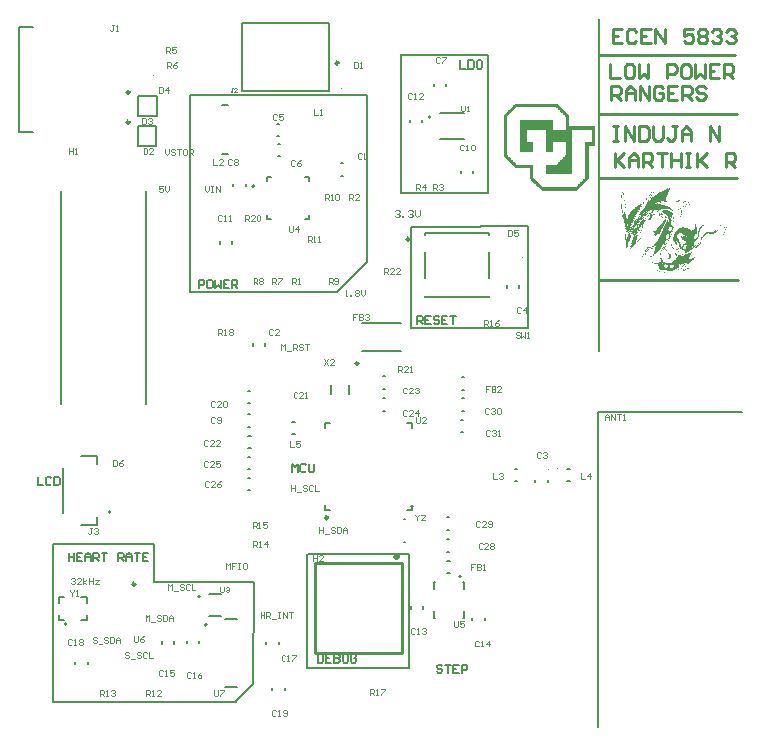
<source format=gto>
G04*
G04 #@! TF.GenerationSoftware,Altium Limited,Altium Designer,25.8.1 (18)*
G04*
G04 Layer_Color=65535*
%FSLAX44Y44*%
%MOMM*%
G71*
G04*
G04 #@! TF.SameCoordinates,16AD229D-0A12-456A-95A7-24712EE817D5*
G04*
G04*
G04 #@! TF.FilePolarity,Positive*
G04*
G01*
G75*
%ADD10C,0.1000*%
%ADD11C,0.2540*%
%ADD12C,0.2500*%
%ADD13C,0.1524*%
%ADD14C,0.1500*%
%ADD15C,0.3000*%
%ADD16C,0.2000*%
%ADD17C,0.1270*%
G36*
X546585Y456575D02*
X545909D01*
Y456406D01*
X545402D01*
Y456237D01*
X544896D01*
Y456406D01*
X545233D01*
Y456575D01*
X545740D01*
Y456744D01*
X546585D01*
Y456575D01*
D02*
G37*
G36*
X544896Y456068D02*
X544558D01*
Y455899D01*
X544051D01*
Y456068D01*
X544389D01*
Y456237D01*
X544896D01*
Y456068D01*
D02*
G37*
G36*
X547261Y456744D02*
X547430D01*
Y456068D01*
X547261D01*
Y455561D01*
X547092D01*
Y455055D01*
X546923D01*
Y454717D01*
X546754D01*
Y454210D01*
X546585D01*
Y453872D01*
X546416D01*
Y453365D01*
X546247D01*
Y453027D01*
X546078D01*
Y452521D01*
X545909D01*
Y452183D01*
X545740D01*
Y451676D01*
X545571D01*
Y451338D01*
X545402D01*
Y450831D01*
X545233D01*
Y450325D01*
X545064D01*
Y449987D01*
X544896D01*
Y449649D01*
X544727D01*
Y449142D01*
X544558D01*
Y448804D01*
X544389D01*
Y448298D01*
X544220D01*
Y447960D01*
X544051D01*
Y447622D01*
X543882D01*
Y447115D01*
X543713D01*
Y446777D01*
X543544D01*
Y446439D01*
X544389D01*
Y446608D01*
X546416D01*
Y446777D01*
X550470D01*
Y446608D01*
X550808D01*
Y446777D01*
X550977D01*
Y446608D01*
X553004D01*
Y446439D01*
X555031D01*
Y446270D01*
X556045D01*
Y446101D01*
X557227D01*
Y445933D01*
X558072D01*
Y445764D01*
X559086D01*
Y445595D01*
X559930D01*
Y445426D01*
X560775D01*
Y445257D01*
X561451D01*
Y445088D01*
X562126D01*
Y444919D01*
X562633D01*
Y444750D01*
X563140D01*
Y444581D01*
X563647D01*
Y444412D01*
X564154D01*
Y444243D01*
X564660D01*
Y444074D01*
X565167D01*
Y443905D01*
X565505D01*
Y443736D01*
X565674D01*
Y443568D01*
X565505D01*
Y443399D01*
X565167D01*
Y443568D01*
X565336D01*
Y443736D01*
X564998D01*
Y443905D01*
X564491D01*
Y444074D01*
X563985D01*
Y444243D01*
X563478D01*
Y444412D01*
X562802D01*
Y444581D01*
X562295D01*
Y444750D01*
X561620D01*
Y444919D01*
X560944D01*
Y445088D01*
X559930D01*
Y445257D01*
X559255D01*
Y445426D01*
X558410D01*
Y445595D01*
X557396D01*
Y445764D01*
X556383D01*
Y445933D01*
X555369D01*
Y446101D01*
X554018D01*
Y446270D01*
X551484D01*
Y446439D01*
X545740D01*
Y446270D01*
X544051D01*
Y446101D01*
X542868D01*
Y445933D01*
X542024D01*
Y445764D01*
X541179D01*
Y445595D01*
X540334D01*
Y445426D01*
X539490D01*
Y445257D01*
X538814D01*
Y445088D01*
X538138D01*
Y444919D01*
X537631D01*
Y444750D01*
X537125D01*
Y444581D01*
X536618D01*
Y444412D01*
X536280D01*
Y444243D01*
X535942D01*
Y444074D01*
X535604D01*
Y443905D01*
X535266D01*
Y443736D01*
X534929D01*
Y443568D01*
X534760D01*
Y443399D01*
X534084D01*
Y443230D01*
X535942D01*
Y443399D01*
X536280D01*
Y443568D01*
X536618D01*
Y443736D01*
X537125D01*
Y443905D01*
X537463D01*
Y444074D01*
X537969D01*
Y444243D01*
X538476D01*
Y444412D01*
X538983D01*
Y444581D01*
X539659D01*
Y444750D01*
X540165D01*
Y444919D01*
X541010D01*
Y445088D01*
X541686D01*
Y445257D01*
X542699D01*
Y445426D01*
X543882D01*
Y445595D01*
X545571D01*
Y445764D01*
X547936D01*
Y445933D01*
X548105D01*
Y445764D01*
X548443D01*
Y445933D01*
X548612D01*
Y445764D01*
X552328D01*
Y445595D01*
X553849D01*
Y445426D01*
X555031D01*
Y445257D01*
X556045D01*
Y445088D01*
X556890D01*
Y444919D01*
X557903D01*
Y444750D01*
X558579D01*
Y444581D01*
X559423D01*
Y444412D01*
X560099D01*
Y444243D01*
X560775D01*
Y444074D01*
X561282D01*
Y443905D01*
X561958D01*
Y443736D01*
X562295D01*
Y443568D01*
X562633D01*
Y443399D01*
X562464D01*
Y443230D01*
X562295D01*
Y443061D01*
X562126D01*
Y442892D01*
X561788D01*
Y443061D01*
X561958D01*
Y443230D01*
X562126D01*
Y443399D01*
X562295D01*
Y443568D01*
X561788D01*
Y443736D01*
X561113D01*
Y443905D01*
X560268D01*
Y444074D01*
X559592D01*
Y444243D01*
X558917D01*
Y444412D01*
X558072D01*
Y444581D01*
X557396D01*
Y444750D01*
X556214D01*
Y444919D01*
X555369D01*
Y445088D01*
X554524D01*
Y445257D01*
X552835D01*
Y445426D01*
X550808D01*
Y445595D01*
X550639D01*
Y445426D01*
X549963D01*
Y445595D01*
X549626D01*
Y445426D01*
X549288D01*
Y445595D01*
X547261D01*
Y445426D01*
X545233D01*
Y445257D01*
X543713D01*
Y445088D01*
X542699D01*
Y444919D01*
X541686D01*
Y444750D01*
X541010D01*
Y444581D01*
X540165D01*
Y444412D01*
X539659D01*
Y444243D01*
X538983D01*
Y444074D01*
X538307D01*
Y443905D01*
X537800D01*
Y443736D01*
X537463D01*
Y443568D01*
X537125D01*
Y443399D01*
X536449D01*
Y443230D01*
X536956D01*
Y443061D01*
X538307D01*
Y442892D01*
X539321D01*
Y442723D01*
X540165D01*
Y442554D01*
X540841D01*
Y442385D01*
X541686D01*
Y442216D01*
X542193D01*
Y442047D01*
X542868D01*
Y441878D01*
X543375D01*
Y441709D01*
X543882D01*
Y441540D01*
X544220D01*
Y441371D01*
X544727D01*
Y441202D01*
X545233D01*
Y441034D01*
X545571D01*
Y440865D01*
X545909D01*
Y440696D01*
X546416D01*
Y440527D01*
X546754D01*
Y440358D01*
X547261D01*
Y440189D01*
X547598D01*
Y440020D01*
X547936D01*
Y439851D01*
X548443D01*
Y439682D01*
X548781D01*
Y439513D01*
X549119D01*
Y439344D01*
X549457D01*
Y439175D01*
X549795D01*
Y439006D01*
X550132D01*
Y438837D01*
X550470D01*
Y438669D01*
X550808D01*
Y438500D01*
X551146D01*
Y438331D01*
X551484D01*
Y438162D01*
X551822D01*
Y437993D01*
X552160D01*
Y437824D01*
X552497D01*
Y437655D01*
X552835D01*
Y437486D01*
X552497D01*
Y437655D01*
X552160D01*
Y437824D01*
X551653D01*
Y437993D01*
X551484D01*
Y438162D01*
X550977D01*
Y438331D01*
X550808D01*
Y438500D01*
X550470D01*
Y438669D01*
X550132D01*
Y438837D01*
X549795D01*
Y439006D01*
X549288D01*
Y439175D01*
X548950D01*
Y439344D01*
X548612D01*
Y439513D01*
X548274D01*
Y439682D01*
X547936D01*
Y439513D01*
X548105D01*
Y439344D01*
X548443D01*
Y439006D01*
X548612D01*
Y438837D01*
X548781D01*
Y438669D01*
X548950D01*
Y438500D01*
X549119D01*
Y438162D01*
X549288D01*
Y437993D01*
X549457D01*
Y437824D01*
X549626D01*
Y437486D01*
X549795D01*
Y437148D01*
X549963D01*
Y436810D01*
X550132D01*
Y436641D01*
X550301D01*
Y436303D01*
X550132D01*
Y436472D01*
X549963D01*
Y436641D01*
Y436810D01*
X549795D01*
Y436979D01*
X549626D01*
Y437148D01*
X549288D01*
Y437317D01*
X549119D01*
Y437486D01*
X548781D01*
Y437655D01*
X548612D01*
Y437824D01*
X548274D01*
Y437993D01*
X547936D01*
Y438162D01*
X547767D01*
Y438331D01*
X547430D01*
Y438500D01*
X546923D01*
Y438669D01*
X546585D01*
Y438837D01*
X545909D01*
Y439006D01*
X545064D01*
Y439175D01*
X542024D01*
Y439006D01*
X541010D01*
Y438837D01*
X540503D01*
Y438669D01*
X539996D01*
Y438500D01*
X539490D01*
Y438331D01*
X539152D01*
Y438162D01*
X538814D01*
Y437993D01*
X538645D01*
Y437824D01*
X538476D01*
Y437655D01*
X538138D01*
Y437486D01*
X537969D01*
Y437317D01*
X537631D01*
Y437148D01*
X537463D01*
Y436979D01*
X537125D01*
Y436641D01*
X536787D01*
Y437148D01*
X536956D01*
Y437824D01*
X535942D01*
Y437993D01*
X535773D01*
Y437824D01*
X535604D01*
Y437993D01*
X533746D01*
Y437824D01*
X533577D01*
Y436810D01*
X533408D01*
Y436134D01*
X533239D01*
Y435797D01*
X533070D01*
Y435628D01*
X532901D01*
Y435290D01*
X532733D01*
Y435121D01*
X532564D01*
Y434952D01*
X532395D01*
Y434783D01*
X532057D01*
Y434614D01*
X531719D01*
Y434445D01*
X531888D01*
Y434276D01*
X532395D01*
Y434107D01*
X533070D01*
Y434276D01*
X534422D01*
Y434107D01*
X533577D01*
Y433938D01*
X532901D01*
Y433601D01*
X532733D01*
Y433263D01*
X532564D01*
Y432925D01*
X532395D01*
Y432418D01*
X532226D01*
Y432080D01*
X532057D01*
Y431742D01*
X531888D01*
Y431404D01*
X531719D01*
Y431067D01*
X531550D01*
Y430729D01*
X531381D01*
Y430560D01*
X531212D01*
Y430222D01*
X531043D01*
Y429884D01*
X530705D01*
Y429715D01*
X529692D01*
Y429546D01*
X527665D01*
Y429208D01*
X527496D01*
Y429039D01*
X527327D01*
Y428871D01*
X526989D01*
Y428702D01*
X526820D01*
Y428533D01*
X526651D01*
Y428364D01*
X526482D01*
Y428195D01*
X526313D01*
Y428026D01*
X526144D01*
Y427857D01*
X525975D01*
Y427688D01*
X525806D01*
Y427350D01*
X525638D01*
Y427181D01*
X525468D01*
Y427012D01*
X525300D01*
Y426843D01*
X525131D01*
Y426506D01*
X524962D01*
Y426337D01*
X524793D01*
Y425999D01*
X524624D01*
Y425830D01*
X524455D01*
Y425661D01*
X524286D01*
Y425323D01*
X524455D01*
Y423127D01*
X524286D01*
Y422451D01*
X524117D01*
Y421776D01*
X523948D01*
Y421269D01*
X523779D01*
Y420931D01*
X523610D01*
Y420593D01*
X523441D01*
Y420255D01*
X523273D01*
Y419917D01*
X523103D01*
Y419579D01*
X522935D01*
Y419410D01*
X522766D01*
Y419073D01*
X522597D01*
Y418735D01*
X522428D01*
Y418566D01*
X522259D01*
Y418397D01*
X522090D01*
Y418059D01*
X521921D01*
Y417890D01*
X521752D01*
Y417721D01*
X521583D01*
Y417552D01*
X521414D01*
Y417383D01*
X521245D01*
Y417214D01*
X521076D01*
Y417045D01*
X520907D01*
Y416876D01*
X520738D01*
Y416708D01*
X520570D01*
Y416539D01*
X520232D01*
Y416370D01*
X520063D01*
Y416201D01*
X519894D01*
Y416032D01*
X519556D01*
Y415863D01*
X519387D01*
Y415694D01*
X519556D01*
Y415187D01*
X519387D01*
Y414511D01*
X519218D01*
Y413836D01*
X519049D01*
Y412991D01*
X518880D01*
Y411978D01*
X518711D01*
Y410795D01*
X518542D01*
Y410119D01*
X518711D01*
Y409950D01*
X518542D01*
Y409781D01*
X518373D01*
Y409613D01*
X518205D01*
Y409444D01*
X518036D01*
Y409275D01*
X517867D01*
Y409106D01*
X517698D01*
Y408937D01*
X517529D01*
Y408768D01*
X517360D01*
Y408599D01*
X517191D01*
Y408430D01*
X517022D01*
Y408261D01*
X516853D01*
Y408092D01*
X516684D01*
Y407923D01*
X516515D01*
Y407754D01*
X516177D01*
Y407416D01*
X516008D01*
Y407248D01*
X515840D01*
Y407079D01*
X515671D01*
Y406910D01*
X515502D01*
Y406741D01*
X515333D01*
Y406572D01*
X514995D01*
Y406234D01*
X514826D01*
Y406065D01*
X514657D01*
Y405896D01*
X514488D01*
Y405727D01*
X514150D01*
Y405558D01*
X513981D01*
Y406234D01*
X514150D01*
Y406403D01*
X513981D01*
Y406572D01*
X513812D01*
Y406234D01*
X513643D01*
Y405727D01*
X513475D01*
Y406403D01*
X513643D01*
Y406910D01*
X513812D01*
Y407585D01*
X513981D01*
Y408092D01*
X514150D01*
Y408768D01*
X514319D01*
Y409106D01*
X514488D01*
Y409613D01*
X514657D01*
Y410457D01*
X514826D01*
Y410964D01*
X514995D01*
Y411302D01*
X515164D01*
Y411809D01*
X515333D01*
Y412315D01*
X515502D01*
Y412822D01*
X515671D01*
Y413160D01*
X515840D01*
Y413836D01*
X516008D01*
Y414342D01*
X516177D01*
Y414849D01*
X516346D01*
Y415356D01*
X516515D01*
Y415525D01*
X516853D01*
Y415694D01*
X517529D01*
Y415863D01*
X517867D01*
Y416032D01*
X518373D01*
Y416201D01*
X518711D01*
Y416370D01*
X518880D01*
Y416539D01*
X519218D01*
Y416708D01*
X519556D01*
Y416876D01*
X519894D01*
Y416708D01*
X519725D01*
Y416539D01*
X519556D01*
Y416370D01*
X519894D01*
Y416539D01*
X520063D01*
Y416708D01*
X520232D01*
Y416876D01*
X520570D01*
Y417045D01*
X520738D01*
Y417214D01*
X520907D01*
Y417383D01*
X521076D01*
Y417552D01*
X521245D01*
Y417721D01*
X521414D01*
Y417890D01*
X521583D01*
Y418059D01*
X521752D01*
Y418397D01*
X521921D01*
Y418566D01*
X522090D01*
Y418735D01*
X522259D01*
Y419073D01*
X522428D01*
Y419241D01*
X522597D01*
Y419579D01*
X522766D01*
Y419917D01*
X522935D01*
Y420255D01*
X523103D01*
Y420593D01*
X523273D01*
Y420931D01*
X523441D01*
Y421269D01*
X523610D01*
Y421606D01*
X523779D01*
Y422451D01*
X523948D01*
Y422958D01*
X524117D01*
Y425323D01*
X523948D01*
Y425661D01*
X523779D01*
Y425830D01*
X523610D01*
Y425661D01*
X523779D01*
Y425323D01*
X523948D01*
Y423803D01*
X523779D01*
Y425154D01*
X523610D01*
Y425492D01*
X523273D01*
Y425323D01*
X523103D01*
Y424985D01*
X522935D01*
Y424647D01*
X522766D01*
Y424309D01*
X522597D01*
Y423803D01*
X522428D01*
Y423296D01*
X522259D01*
Y422620D01*
X522090D01*
Y421944D01*
X521921D01*
Y421100D01*
X521752D01*
Y420255D01*
X521583D01*
Y419748D01*
X521414D01*
Y419579D01*
X521076D01*
Y419748D01*
X521245D01*
Y419917D01*
X521414D01*
Y420424D01*
X521583D01*
Y421438D01*
X521752D01*
Y422113D01*
X521921D01*
Y422958D01*
X522090D01*
Y423465D01*
X522259D01*
Y423972D01*
X522428D01*
Y424478D01*
X522597D01*
Y424816D01*
D01*
D01*
X522428D01*
Y424647D01*
X522259D01*
Y424309D01*
X522090D01*
Y424141D01*
X521921D01*
Y423634D01*
X521752D01*
Y422958D01*
X521583D01*
Y422113D01*
X521414D01*
Y421606D01*
X521245D01*
Y421269D01*
X521076D01*
Y420931D01*
X520907D01*
Y420086D01*
X520738D01*
Y419748D01*
X520570D01*
Y419579D01*
X520401D01*
Y419410D01*
X520232D01*
Y419241D01*
X520570D01*
Y419073D01*
X520401D01*
Y418904D01*
X519894D01*
Y418735D01*
X519556D01*
Y418904D01*
X519725D01*
Y419073D01*
X519894D01*
Y419241D01*
X520063D01*
Y419579D01*
X520232D01*
Y419748D01*
X520401D01*
Y420086D01*
X520570D01*
Y420762D01*
X520232D01*
Y420931D01*
X520063D01*
Y421100D01*
X519725D01*
Y420762D01*
X519894D01*
Y420255D01*
X520063D01*
Y420086D01*
X520232D01*
Y419917D01*
X519894D01*
Y420086D01*
X519556D01*
Y420255D01*
X519218D01*
Y419748D01*
X519387D01*
Y419579D01*
X519218D01*
Y419410D01*
X519387D01*
Y419073D01*
X519218D01*
Y418904D01*
X519049D01*
Y418735D01*
X518880D01*
Y418566D01*
X518711D01*
Y418397D01*
X518542D01*
Y418228D01*
X518373D01*
Y418059D01*
X518205D01*
Y417890D01*
X518036D01*
Y417721D01*
X517698D01*
Y417552D01*
X517529D01*
Y417383D01*
X517360D01*
Y417214D01*
X517022D01*
Y417045D01*
X516684D01*
Y416876D01*
X516346D01*
Y417045D01*
X516515D01*
Y417214D01*
X516346D01*
Y417383D01*
X516008D01*
Y417552D01*
X515840D01*
Y417721D01*
X515502D01*
Y417890D01*
X515333D01*
Y417721D01*
X514995D01*
Y417890D01*
X514826D01*
Y417721D01*
X514995D01*
Y417383D01*
X515164D01*
Y417214D01*
X515333D01*
Y417045D01*
X515671D01*
Y416876D01*
X515840D01*
Y416708D01*
X516008D01*
Y416539D01*
X516346D01*
Y416370D01*
X516515D01*
Y416201D01*
X517022D01*
Y416032D01*
X516515D01*
Y416201D01*
X516177D01*
Y416370D01*
X516008D01*
Y416539D01*
X515671D01*
Y416708D01*
X515502D01*
Y416876D01*
X515333D01*
Y417045D01*
X515164D01*
Y417214D01*
X514995D01*
Y417383D01*
X514826D01*
Y417552D01*
X514657D01*
Y417721D01*
X514488D01*
Y418059D01*
X514319D01*
Y418566D01*
X513981D01*
Y418735D01*
X513475D01*
Y417214D01*
X513643D01*
Y416876D01*
X513812D01*
Y416539D01*
X513981D01*
Y416370D01*
X514150D01*
Y416032D01*
X514319D01*
Y415863D01*
X514488D01*
Y415525D01*
X514319D01*
Y415187D01*
X514150D01*
Y414680D01*
X513981D01*
Y414174D01*
X513812D01*
Y413667D01*
X513643D01*
Y413160D01*
X513475D01*
Y412822D01*
X513306D01*
Y412315D01*
X513137D01*
Y411809D01*
X512968D01*
Y411471D01*
X512799D01*
Y411133D01*
X512630D01*
Y410626D01*
X512461D01*
Y410288D01*
X512292D01*
Y409781D01*
X512123D01*
Y409275D01*
X511954D01*
Y408768D01*
X511785D01*
Y408261D01*
X511616D01*
Y407585D01*
X511447D01*
Y407079D01*
X511278D01*
Y406572D01*
X511110D01*
Y406234D01*
X510941D01*
Y406741D01*
X511110D01*
Y407248D01*
X511278D01*
Y407923D01*
X511110D01*
Y407585D01*
X510941D01*
Y407079D01*
X510772D01*
Y406572D01*
X510603D01*
Y406403D01*
X510772D01*
Y406234D01*
X510941D01*
Y405896D01*
X510603D01*
Y406234D01*
X510434D01*
Y407079D01*
X510265D01*
Y407923D01*
X510096D01*
Y409106D01*
X509927D01*
Y410964D01*
X509758D01*
Y412484D01*
X509589D01*
Y417552D01*
X509758D01*
Y413667D01*
X509927D01*
Y411978D01*
X510096D01*
Y412653D01*
X510265D01*
Y412991D01*
X510434D01*
Y413329D01*
X510603D01*
Y413667D01*
X510772D01*
Y413836D01*
X510941D01*
Y414174D01*
X511110D01*
Y414680D01*
X511278D01*
Y415018D01*
X511447D01*
Y415525D01*
X511616D01*
Y416201D01*
X511785D01*
Y416876D01*
X511954D01*
Y417552D01*
X511785D01*
Y417721D01*
X511616D01*
Y418059D01*
X511447D01*
Y418228D01*
X511278D01*
Y418566D01*
X511110D01*
Y418735D01*
X510941D01*
Y419073D01*
X510772D01*
Y419410D01*
X510603D01*
Y419748D01*
X510434D01*
Y420255D01*
X510265D01*
Y420593D01*
X510096D01*
Y420931D01*
X509927D01*
Y421438D01*
X509758D01*
Y422113D01*
X509589D01*
Y422620D01*
X509420D01*
Y423127D01*
X509251D01*
Y423634D01*
X509082D01*
Y424309D01*
X508913D01*
Y424985D01*
X508745D01*
Y425661D01*
X508576D01*
Y426337D01*
X508407D01*
Y426506D01*
Y427012D01*
X508238D01*
Y427181D01*
Y427350D01*
Y427688D01*
X508069D01*
Y428364D01*
X507900D01*
Y428871D01*
X507731D01*
Y429208D01*
Y429377D01*
Y429884D01*
X507562D01*
Y430053D01*
Y430222D01*
Y430560D01*
X507393D01*
Y431573D01*
X507224D01*
Y432418D01*
X507055D01*
Y433601D01*
X506886D01*
Y434614D01*
Y434783D01*
X507055D01*
Y433601D01*
X507224D01*
Y433263D01*
Y433094D01*
Y432418D01*
X507393D01*
Y431573D01*
X507562D01*
Y430729D01*
X507731D01*
Y429884D01*
X507900D01*
Y429039D01*
X508069D01*
Y428364D01*
X508238D01*
Y428026D01*
Y427857D01*
Y427688D01*
X508407D01*
Y427012D01*
X508576D01*
Y426337D01*
X508745D01*
Y425661D01*
X508913D01*
Y425154D01*
X509082D01*
Y424478D01*
Y424309D01*
X509251D01*
Y423803D01*
X509420D01*
Y423634D01*
Y423465D01*
Y423296D01*
X509589D01*
Y422620D01*
X509758D01*
Y422451D01*
Y422113D01*
X509927D01*
Y421606D01*
X510096D01*
Y421269D01*
X510265D01*
Y420762D01*
X510434D01*
Y420424D01*
X510603D01*
Y420086D01*
X510772D01*
Y419579D01*
X510941D01*
Y419410D01*
X511110D01*
Y419073D01*
X511278D01*
Y418735D01*
X511447D01*
Y418566D01*
X511616D01*
Y418397D01*
X511954D01*
Y418904D01*
X512123D01*
Y419410D01*
X512292D01*
Y419917D01*
X512461D01*
Y420255D01*
X512630D01*
Y420762D01*
X512799D01*
Y421100D01*
X512968D01*
Y421606D01*
X513137D01*
Y422113D01*
X513306D01*
Y422451D01*
X513475D01*
Y422958D01*
X513643D01*
Y423465D01*
X513812D01*
Y423803D01*
X513981D01*
Y424309D01*
X514150D01*
Y424647D01*
X514319D01*
Y424985D01*
X514488D01*
Y425323D01*
X514657D01*
Y425830D01*
X514826D01*
Y426168D01*
X514995D01*
Y426506D01*
X515164D01*
Y426843D01*
X515333D01*
Y427181D01*
X515502D01*
Y427519D01*
X515671D01*
Y427857D01*
X515840D01*
Y428195D01*
X516008D01*
Y428702D01*
X516177D01*
Y428871D01*
X516346D01*
Y429208D01*
X516515D01*
Y429546D01*
X516684D01*
Y429715D01*
Y429884D01*
X516853D01*
Y430222D01*
X517022D01*
Y430560D01*
X517191D01*
Y430898D01*
X517360D01*
Y431236D01*
X517529D01*
Y431573D01*
X517698D01*
Y431911D01*
X517867D01*
Y432249D01*
X518036D01*
Y432587D01*
X518205D01*
Y432756D01*
X518373D01*
Y433094D01*
X518542D01*
Y433432D01*
X518711D01*
Y433769D01*
X518880D01*
Y433938D01*
X519049D01*
Y434445D01*
X519218D01*
Y434614D01*
X519387D01*
Y434952D01*
X519556D01*
Y435121D01*
X519725D01*
Y435459D01*
X519894D01*
Y435797D01*
X520063D01*
Y436134D01*
X520232D01*
Y436472D01*
X520401D01*
Y436641D01*
X520570D01*
Y436979D01*
X520738D01*
Y437148D01*
X520907D01*
Y437486D01*
X521076D01*
Y437824D01*
X521245D01*
Y437993D01*
X521414D01*
Y438331D01*
X521583D01*
Y438669D01*
X521752D01*
Y439006D01*
X521921D01*
Y439175D01*
X522090D01*
Y439513D01*
X522259D01*
Y439682D01*
X522428D01*
Y440020D01*
X522597D01*
Y440189D01*
X522766D01*
Y440527D01*
X522935D01*
Y440696D01*
X523103D01*
Y441034D01*
X523273D01*
Y441202D01*
X523441D01*
Y441540D01*
X523610D01*
Y441709D01*
X523779D01*
Y442047D01*
X523948D01*
Y442216D01*
X524117D01*
Y442554D01*
X524286D01*
Y442723D01*
X524455D01*
Y443061D01*
X524624D01*
Y443230D01*
X524793D01*
Y443568D01*
X524962D01*
Y443736D01*
X525131D01*
Y443905D01*
X525300D01*
Y443568D01*
X525131D01*
Y443399D01*
X524962D01*
Y443061D01*
X524793D01*
Y442892D01*
X524624D01*
Y442554D01*
X524455D01*
Y442385D01*
X524286D01*
Y442047D01*
X524117D01*
Y441878D01*
X523948D01*
Y441540D01*
X523779D01*
Y441371D01*
X523610D01*
Y441034D01*
X523441D01*
Y440696D01*
X523273D01*
Y440527D01*
X523103D01*
Y440358D01*
X522935D01*
Y440020D01*
X522766D01*
Y439851D01*
X522597D01*
Y439513D01*
X522428D01*
Y439175D01*
X522259D01*
Y439006D01*
X522090D01*
Y438669D01*
X521921D01*
Y438331D01*
X521752D01*
Y437993D01*
X521583D01*
Y437824D01*
X521414D01*
Y437486D01*
X521245D01*
Y437317D01*
X521076D01*
Y436979D01*
X520907D01*
Y436641D01*
X520738D01*
Y436472D01*
X520570D01*
Y436134D01*
X520401D01*
Y435797D01*
X520232D01*
Y435459D01*
X520063D01*
Y435290D01*
X519894D01*
Y434952D01*
X519725D01*
Y434614D01*
X519556D01*
Y434445D01*
X519387D01*
Y434107D01*
X519218D01*
Y433769D01*
X519049D01*
Y433432D01*
X518880D01*
Y433263D01*
X518711D01*
Y432925D01*
X518542D01*
Y432587D01*
X518373D01*
Y432249D01*
X518205D01*
Y431911D01*
X518036D01*
Y431573D01*
X517867D01*
Y431236D01*
X517698D01*
Y430898D01*
X517529D01*
Y430729D01*
X517360D01*
Y430391D01*
X517191D01*
Y430053D01*
X517022D01*
Y429546D01*
X516853D01*
Y429377D01*
X516684D01*
Y429039D01*
X516515D01*
Y428702D01*
X516346D01*
Y428364D01*
X516177D01*
Y428026D01*
X516008D01*
Y427688D01*
X515840D01*
Y427350D01*
X515671D01*
Y427012D01*
X515502D01*
Y426674D01*
X515333D01*
Y426337D01*
X515164D01*
Y425830D01*
X514995D01*
Y425492D01*
X514826D01*
Y425154D01*
X514657D01*
Y424816D01*
X514488D01*
Y424478D01*
X514319D01*
Y423972D01*
X514150D01*
Y423465D01*
X513981D01*
Y422958D01*
X513812D01*
Y422620D01*
X513643D01*
Y422113D01*
X513475D01*
Y421776D01*
X513306D01*
Y421269D01*
X513137D01*
Y420931D01*
X512968D01*
Y420424D01*
X513137D01*
Y420762D01*
X513306D01*
Y421100D01*
X513475D01*
Y421269D01*
X513643D01*
Y421606D01*
X513812D01*
Y421944D01*
X513981D01*
Y422282D01*
X514150D01*
Y422620D01*
X514319D01*
Y422789D01*
X514488D01*
Y423127D01*
X514657D01*
Y423465D01*
X514826D01*
Y423634D01*
X514995D01*
Y423972D01*
X515164D01*
Y424141D01*
X515333D01*
Y424478D01*
X515502D01*
Y424647D01*
X515671D01*
Y424816D01*
X515840D01*
Y424985D01*
X516008D01*
Y425323D01*
X516177D01*
Y425492D01*
X516346D01*
Y425661D01*
X516515D01*
Y426168D01*
X516684D01*
Y427012D01*
X516853D01*
Y427519D01*
X517022D01*
Y428026D01*
X517191D01*
Y428702D01*
X517360D01*
Y428871D01*
X517529D01*
Y429208D01*
X517698D01*
Y429377D01*
X517867D01*
Y429546D01*
X518036D01*
Y429715D01*
X518205D01*
Y429884D01*
X518373D01*
Y430053D01*
X518542D01*
Y430222D01*
X518880D01*
Y430391D01*
X519049D01*
Y430560D01*
X519218D01*
Y430053D01*
X519049D01*
Y429715D01*
X518880D01*
Y429546D01*
X518711D01*
Y429208D01*
X518542D01*
Y428871D01*
X518373D01*
Y428026D01*
X518542D01*
Y428195D01*
X518711D01*
Y428364D01*
X518880D01*
Y428533D01*
X519049D01*
Y428702D01*
X519218D01*
Y428871D01*
X519387D01*
Y429208D01*
X519725D01*
Y429546D01*
X519894D01*
Y430053D01*
X520063D01*
Y430729D01*
X520232D01*
Y431404D01*
X520401D01*
Y431742D01*
X520570D01*
Y432080D01*
X520738D01*
Y432249D01*
X520907D01*
Y432418D01*
X521076D01*
Y432587D01*
X521245D01*
Y432756D01*
X521414D01*
Y432925D01*
X521752D01*
Y433094D01*
X521921D01*
Y433263D01*
X522259D01*
Y432925D01*
X522090D01*
Y432756D01*
X521921D01*
Y432418D01*
X521752D01*
Y432080D01*
X521583D01*
Y431742D01*
X521414D01*
Y431573D01*
X521583D01*
Y431404D01*
X521752D01*
Y431573D01*
X521921D01*
Y431742D01*
X522090D01*
Y431911D01*
X522259D01*
Y432080D01*
X522428D01*
Y432249D01*
X522597D01*
Y432418D01*
X522766D01*
Y432756D01*
X522935D01*
Y433432D01*
X523103D01*
Y433938D01*
X523273D01*
Y434445D01*
X523441D01*
Y434783D01*
X523273D01*
Y434614D01*
X523103D01*
Y434445D01*
X522766D01*
Y434276D01*
X522597D01*
Y434107D01*
X522428D01*
Y433938D01*
X522259D01*
Y433769D01*
X521921D01*
Y433601D01*
X521752D01*
Y433432D01*
X521414D01*
Y433263D01*
X521076D01*
Y433432D01*
X521245D01*
Y433938D01*
X521414D01*
Y434276D01*
X521583D01*
Y434783D01*
X521752D01*
Y435121D01*
X521921D01*
Y435459D01*
X522090D01*
Y435797D01*
X522259D01*
Y436134D01*
X522428D01*
Y436303D01*
X522597D01*
Y436641D01*
X522766D01*
Y436810D01*
X522935D01*
Y436979D01*
X523103D01*
Y437148D01*
X523273D01*
Y437486D01*
X523441D01*
Y437655D01*
X523610D01*
Y437824D01*
X523779D01*
Y437993D01*
X524117D01*
Y438162D01*
X524286D01*
Y438331D01*
X524455D01*
Y438500D01*
X524793D01*
Y438669D01*
X524962D01*
Y438837D01*
X525131D01*
Y439006D01*
X525468D01*
Y439175D01*
X525806D01*
Y439513D01*
X525975D01*
Y439851D01*
X526144D01*
Y440358D01*
X526313D01*
Y440696D01*
X526482D01*
Y441034D01*
X526651D01*
Y441371D01*
X526820D01*
Y441709D01*
X526989D01*
Y442047D01*
X527158D01*
Y442385D01*
X527327D01*
Y442723D01*
X527496D01*
Y443061D01*
X527665D01*
Y443399D01*
X527834D01*
Y443736D01*
X528003D01*
Y443905D01*
X528171D01*
Y444243D01*
X528340D01*
Y444581D01*
X528509D01*
Y444919D01*
X528678D01*
Y445257D01*
X528847D01*
Y445595D01*
X529016D01*
Y445426D01*
X529354D01*
Y445595D01*
X529692D01*
Y445764D01*
X530199D01*
Y446101D01*
X530368D01*
Y445933D01*
X530705D01*
Y446270D01*
X530536D01*
Y446608D01*
X530705D01*
Y446777D01*
X530874D01*
Y446946D01*
X531043D01*
Y446608D01*
X531212D01*
Y446777D01*
X531381D01*
Y446946D01*
X531550D01*
Y447115D01*
X531719D01*
Y447453D01*
X531550D01*
Y447284D01*
X531381D01*
Y447115D01*
X531212D01*
Y447453D01*
X531381D01*
Y447622D01*
X531550D01*
Y447791D01*
X531719D01*
Y447960D01*
X531888D01*
Y448129D01*
X532057D01*
Y448298D01*
X532226D01*
Y448466D01*
X532395D01*
Y448635D01*
X532564D01*
Y448804D01*
X532901D01*
Y448635D01*
X532733D01*
Y448466D01*
X533070D01*
Y448635D01*
X533239D01*
Y448804D01*
X533408D01*
Y448973D01*
X533577D01*
Y449142D01*
X533746D01*
Y449311D01*
X533915D01*
Y449480D01*
X533577D01*
Y449649D01*
X533746D01*
Y449818D01*
X533915D01*
Y449987D01*
X534084D01*
Y450156D01*
X534253D01*
Y450325D01*
X534591D01*
Y450156D01*
X534422D01*
Y449987D01*
X534760D01*
Y450156D01*
X534929D01*
Y450325D01*
X534591D01*
Y450494D01*
X534760D01*
Y450662D01*
X534929D01*
Y450831D01*
X535098D01*
Y451000D01*
X535435D01*
Y450831D01*
X535266D01*
Y450662D01*
X535604D01*
Y450831D01*
X535773D01*
Y451000D01*
X535435D01*
Y451169D01*
X535604D01*
Y451338D01*
X535942D01*
Y451169D01*
X535773D01*
Y451000D01*
X536111D01*
Y451169D01*
X536280D01*
Y451338D01*
X536449D01*
Y451507D01*
X536111D01*
Y451676D01*
X536449D01*
Y451507D01*
X536787D01*
Y451676D01*
X536449D01*
Y451845D01*
X536618D01*
Y452014D01*
X536956D01*
Y451845D01*
X537294D01*
Y452014D01*
X536956D01*
Y452183D01*
X537125D01*
Y452352D01*
X537463D01*
Y452183D01*
X537800D01*
Y452352D01*
X537463D01*
Y452521D01*
X537631D01*
Y452690D01*
X537969D01*
Y452859D01*
X538138D01*
Y453027D01*
X538476D01*
Y453196D01*
X538645D01*
Y453365D01*
X538983D01*
Y453534D01*
X539321D01*
Y453365D01*
X539152D01*
Y453196D01*
X539490D01*
Y453365D01*
X539659D01*
Y453534D01*
X539321D01*
Y453703D01*
X539659D01*
Y453534D01*
X539996D01*
Y453703D01*
X539659D01*
Y453872D01*
X539828D01*
Y454041D01*
X540165D01*
Y454210D01*
X540503D01*
Y454379D01*
X540841D01*
Y454210D01*
X540672D01*
Y454041D01*
X541010D01*
Y454210D01*
X541348D01*
Y454379D01*
X541686D01*
Y454548D01*
X542024D01*
Y454717D01*
X542362D01*
Y454886D01*
X542699D01*
Y455055D01*
X543037D01*
Y455224D01*
X542531D01*
Y455393D01*
X542868D01*
Y455561D01*
X543206D01*
Y455730D01*
X543544D01*
Y455899D01*
X544051D01*
Y455730D01*
X543713D01*
Y455561D01*
X543375D01*
Y455393D01*
X543882D01*
Y455561D01*
X544220D01*
Y455730D01*
X544727D01*
Y455899D01*
X545233D01*
Y456068D01*
X545740D01*
Y456237D01*
X546247D01*
Y456406D01*
X547092D01*
Y456744D01*
X546585D01*
Y456913D01*
X547261D01*
Y456744D01*
D02*
G37*
G36*
X542531Y455055D02*
X542193D01*
Y454886D01*
X541855D01*
Y455055D01*
X542024D01*
Y455224D01*
X542531D01*
Y455055D01*
D02*
G37*
G36*
X541855Y454717D02*
X541517D01*
Y454548D01*
X541179D01*
Y454717D01*
X541348D01*
Y454886D01*
X541855D01*
Y454717D01*
D02*
G37*
G36*
X533577D02*
X533408D01*
Y454548D01*
X533239D01*
Y454717D01*
Y454886D01*
X533408D01*
Y455055D01*
X533577D01*
Y454717D01*
D02*
G37*
G36*
X452227Y527654D02*
X452579D01*
Y527302D01*
X452931D01*
Y526950D01*
X453283D01*
Y526598D01*
X453635D01*
Y526246D01*
X453988D01*
Y525893D01*
X454340D01*
Y525541D01*
X454692D01*
Y525189D01*
X455044D01*
Y524837D01*
X455397D01*
Y524484D01*
X455749D01*
Y524132D01*
X456101D01*
Y523780D01*
X456453D01*
Y523428D01*
X456806D01*
Y523076D01*
X457158D01*
Y522723D01*
X457510D01*
Y522371D01*
X457862D01*
Y522019D01*
X458214D01*
Y521667D01*
X458567D01*
Y521315D01*
X458919D01*
Y520962D01*
X459271D01*
Y520610D01*
X459623D01*
Y520258D01*
X459976D01*
Y519906D01*
X460328D01*
Y519553D01*
X460680D01*
Y519201D01*
X461032D01*
Y518849D01*
X461384D01*
Y518497D01*
X461737D01*
Y518144D01*
X462089D01*
Y509339D01*
X461737D01*
Y508987D01*
X483927D01*
Y492432D01*
X478643D01*
Y464254D01*
X478291D01*
Y463902D01*
X477939D01*
Y463550D01*
X477587D01*
Y463198D01*
X477234D01*
Y462846D01*
X476882D01*
Y462493D01*
X476530D01*
Y462141D01*
X476178D01*
Y461789D01*
X475826D01*
Y461437D01*
X475473D01*
Y461084D01*
X475121D01*
Y460732D01*
X474769D01*
Y460380D01*
X474417D01*
Y460028D01*
X474064D01*
Y459675D01*
X473712D01*
Y459323D01*
X473360D01*
Y458971D01*
X473008D01*
Y458619D01*
X472655D01*
Y458267D01*
X472303D01*
Y457914D01*
X471951D01*
Y457562D01*
X471599D01*
Y457210D01*
X471247D01*
Y456858D01*
X470894D01*
Y456506D01*
X470542D01*
Y456153D01*
X470190D01*
Y455801D01*
X469838D01*
Y455449D01*
X469133D01*
Y455097D01*
X468781D01*
Y454744D01*
X468429D01*
Y454392D01*
X438842D01*
Y454744D01*
X438490D01*
Y455097D01*
X438138D01*
Y455449D01*
X437786D01*
Y455801D01*
X437433D01*
Y456153D01*
X437081D01*
Y456506D01*
X436729D01*
Y456858D01*
X436377D01*
Y457210D01*
X436025D01*
Y457562D01*
X435320D01*
Y457914D01*
X434968D01*
Y458267D01*
X434616D01*
Y458619D01*
X434263D01*
Y458971D01*
X433911D01*
Y459323D01*
X433559D01*
Y459675D01*
X433207D01*
Y460028D01*
X432854D01*
Y460380D01*
X432502D01*
Y460732D01*
X432150D01*
Y461084D01*
X431798D01*
Y461437D01*
X431446D01*
Y461789D01*
X431093D01*
Y462141D01*
X430741D01*
Y462493D01*
X430389D01*
Y462846D01*
X430037D01*
Y463198D01*
X429684D01*
Y463550D01*
X429332D01*
Y463902D01*
X428980D01*
Y473412D01*
X416652D01*
Y473764D01*
X416300D01*
Y474117D01*
X415948D01*
Y474469D01*
X415596D01*
Y474821D01*
X415243D01*
Y475173D01*
X414891D01*
Y475526D01*
X414539D01*
Y475878D01*
X414187D01*
Y476230D01*
X413834D01*
Y476582D01*
X413482D01*
Y476934D01*
X413130D01*
Y477287D01*
X412778D01*
Y477639D01*
X412425D01*
Y477991D01*
X412073D01*
Y478343D01*
X411721D01*
Y478695D01*
X411369D01*
Y479048D01*
X411017D01*
Y479400D01*
X410664D01*
Y479752D01*
X410312D01*
Y480104D01*
X409960D01*
Y480457D01*
X409608D01*
Y480809D01*
X409255D01*
Y481161D01*
X408903D01*
Y481513D01*
X408551D01*
Y481866D01*
X408199D01*
Y482218D01*
X407847D01*
Y482570D01*
X407494D01*
Y482922D01*
X407142D01*
Y483274D01*
X406790D01*
Y518497D01*
X407142D01*
Y518849D01*
X407494D01*
Y519201D01*
X407847D01*
Y519553D01*
X408199D01*
Y519906D01*
X408551D01*
Y520258D01*
X408903D01*
Y520610D01*
X409255D01*
Y520962D01*
X409608D01*
Y521315D01*
X409960D01*
Y521667D01*
X410312D01*
Y522019D01*
X410664D01*
Y522371D01*
X411017D01*
Y522723D01*
X411369D01*
Y523076D01*
X411721D01*
Y523428D01*
X412073D01*
Y523780D01*
X412425D01*
Y524132D01*
X412778D01*
Y524484D01*
X413130D01*
Y524837D01*
X413482D01*
Y525189D01*
X413834D01*
Y525541D01*
X414187D01*
Y525893D01*
X414539D01*
Y526246D01*
X414891D01*
Y526598D01*
X415243D01*
Y526950D01*
X415596D01*
Y527302D01*
X416300D01*
Y527654D01*
X416652D01*
Y528007D01*
X452227D01*
Y527654D01*
D02*
G37*
G36*
X541179Y454379D02*
X540841D01*
Y454548D01*
X541179D01*
Y454379D01*
D02*
G37*
G36*
X533239D02*
X533070D01*
Y454548D01*
X533239D01*
Y454379D01*
D02*
G37*
G36*
X533577Y454210D02*
X533408D01*
Y454379D01*
X533577D01*
Y454210D01*
D02*
G37*
G36*
X533408Y454041D02*
X533239D01*
Y454210D01*
X533408D01*
Y454041D01*
D02*
G37*
G36*
X533070Y454210D02*
X532901D01*
Y454041D01*
X532733D01*
Y454379D01*
X533070D01*
Y454210D01*
D02*
G37*
G36*
X534422Y454041D02*
X534253D01*
Y453872D01*
X534084D01*
Y454210D01*
X534422D01*
Y454041D01*
D02*
G37*
G36*
X532733Y453872D02*
X532564D01*
Y454041D01*
X532733D01*
Y453872D01*
D02*
G37*
G36*
X532564Y453703D02*
X532395D01*
Y453872D01*
X532564D01*
Y453703D01*
D02*
G37*
G36*
X534084D02*
Y453534D01*
X533915D01*
Y453872D01*
X534084D01*
Y453703D01*
D02*
G37*
G36*
X532395Y453534D02*
X532226D01*
Y453703D01*
X532395D01*
Y453534D01*
D02*
G37*
G36*
X532226Y453365D02*
X532057D01*
Y453534D01*
X532226D01*
Y453365D01*
D02*
G37*
G36*
X533915Y453196D02*
X533746D01*
Y453365D01*
Y453534D01*
X533915D01*
Y453196D01*
D02*
G37*
G36*
X532057Y453027D02*
X531888D01*
Y452859D01*
X531719D01*
Y453196D01*
X531888D01*
Y453365D01*
X532057D01*
Y453027D01*
D02*
G37*
G36*
X533746Y452859D02*
X533577D01*
Y452690D01*
X533408D01*
Y453027D01*
X533577D01*
Y453196D01*
X533746D01*
Y452859D01*
D02*
G37*
G36*
X531719Y452690D02*
X531550D01*
Y452859D01*
X531719D01*
Y452690D01*
D02*
G37*
G36*
X531550Y452521D02*
X531381D01*
Y452690D01*
X531550D01*
Y452521D01*
D02*
G37*
G36*
X507900D02*
X507731D01*
Y452690D01*
Y452859D01*
Y453196D01*
X507900D01*
Y452521D01*
D02*
G37*
G36*
X506886Y453534D02*
Y453196D01*
X506717D01*
Y452521D01*
X506548D01*
Y453365D01*
X506717D01*
Y453703D01*
X506886D01*
Y453534D01*
D02*
G37*
G36*
X531381Y452352D02*
X531212D01*
Y452521D01*
X531381D01*
Y452352D01*
D02*
G37*
G36*
X531212Y452183D02*
Y452014D01*
X531043D01*
Y452352D01*
X531212D01*
Y452183D01*
D02*
G37*
G36*
X531043Y451845D02*
X530874D01*
Y452014D01*
X531043D01*
Y451845D01*
D02*
G37*
G36*
X533408Y452352D02*
X533239D01*
Y452183D01*
X533070D01*
Y451845D01*
X532901D01*
Y451676D01*
X532733D01*
Y452014D01*
X532901D01*
Y452352D01*
X533070D01*
Y452521D01*
X533239D01*
Y452690D01*
X533408D01*
Y452352D01*
D02*
G37*
G36*
X530874Y451676D02*
X530705D01*
Y451845D01*
X530874D01*
Y451676D01*
D02*
G37*
G36*
X532733Y451507D02*
X532564D01*
Y451676D01*
X532733D01*
Y451507D01*
D02*
G37*
G36*
X530705D02*
X530536D01*
Y451676D01*
X530705D01*
Y451507D01*
D02*
G37*
G36*
X536111Y451338D02*
X535942D01*
Y451507D01*
X536111D01*
Y451338D01*
D02*
G37*
G36*
X532564Y451169D02*
X532395D01*
Y451507D01*
X532564D01*
Y451169D01*
D02*
G37*
G36*
X530536D02*
X530368D01*
Y451507D01*
X530536D01*
Y451169D01*
D02*
G37*
G36*
X533239Y453703D02*
X533070D01*
Y453534D01*
X532901D01*
Y453365D01*
X532733D01*
Y453196D01*
X532564D01*
Y453027D01*
X532395D01*
Y452690D01*
X532226D01*
Y452521D01*
X532057D01*
Y452352D01*
X531888D01*
Y452183D01*
X531719D01*
Y452014D01*
X531550D01*
Y451676D01*
X531381D01*
Y451507D01*
X531212D01*
Y451338D01*
X531043D01*
Y451169D01*
X530874D01*
Y451000D01*
X530705D01*
Y451338D01*
X530874D01*
Y451507D01*
X531043D01*
Y451676D01*
X531212D01*
Y451845D01*
X531381D01*
Y452183D01*
X531550D01*
Y452352D01*
X531719D01*
Y452521D01*
X531888D01*
Y452690D01*
X532057D01*
Y452859D01*
X532226D01*
Y453196D01*
X532395D01*
Y453365D01*
X532564D01*
Y453534D01*
X532733D01*
Y453703D01*
X532901D01*
Y453872D01*
X533070D01*
Y454041D01*
X533239D01*
Y453703D01*
D02*
G37*
G36*
X530368Y451000D02*
X530199D01*
Y451169D01*
X530368D01*
Y451000D01*
D02*
G37*
G36*
X530199Y450831D02*
X530030D01*
Y451000D01*
X530199D01*
Y450831D01*
D02*
G37*
G36*
X530030Y450662D02*
X529861D01*
Y450831D01*
X530030D01*
Y450662D01*
D02*
G37*
G36*
X506548D02*
X506379D01*
Y450831D01*
X506211D01*
Y451000D01*
X506379D01*
Y452352D01*
X506548D01*
Y450662D01*
D02*
G37*
G36*
X530705D02*
X530536D01*
Y450494D01*
X530368D01*
Y450325D01*
X530199D01*
Y450156D01*
X530030D01*
Y449987D01*
X529861D01*
Y450325D01*
X529692D01*
Y450156D01*
X529523D01*
Y450325D01*
Y450494D01*
X529692D01*
Y450662D01*
X529861D01*
Y450325D01*
X530030D01*
Y450494D01*
X530199D01*
Y450662D01*
X530368D01*
Y450831D01*
X530536D01*
Y451000D01*
X530705D01*
Y450662D01*
D02*
G37*
G36*
X532395Y450831D02*
X532226D01*
Y450662D01*
X532057D01*
Y450325D01*
X531888D01*
Y450156D01*
X531719D01*
Y450494D01*
X531888D01*
Y450831D01*
X532057D01*
Y451000D01*
X532226D01*
Y451169D01*
X532395D01*
Y450831D01*
D02*
G37*
G36*
X529523Y449987D02*
X529354D01*
Y450156D01*
X529523D01*
Y449987D01*
D02*
G37*
G36*
X531719Y449818D02*
X531550D01*
Y450156D01*
X531719D01*
Y449818D01*
D02*
G37*
G36*
X529354D02*
X529185D01*
Y449987D01*
X529354D01*
Y449818D01*
D02*
G37*
G36*
X529861Y449649D02*
X529692D01*
Y449480D01*
X529523D01*
Y449311D01*
X529354D01*
Y449142D01*
X529185D01*
Y449480D01*
X529016D01*
Y449311D01*
X528847D01*
Y449649D01*
X529016D01*
Y449818D01*
X529185D01*
Y449649D01*
Y449480D01*
X529354D01*
Y449649D01*
X529523D01*
Y449818D01*
X529692D01*
Y449987D01*
X529861D01*
Y449649D01*
D02*
G37*
G36*
X533577Y449311D02*
X533408D01*
Y449480D01*
X533577D01*
Y449311D01*
D02*
G37*
G36*
X531550Y449480D02*
X531381D01*
Y449311D01*
X531212D01*
Y449480D01*
Y449649D01*
X531381D01*
Y449818D01*
X531550D01*
Y449480D01*
D02*
G37*
G36*
X533408Y449142D02*
X533239D01*
Y449311D01*
X533408D01*
Y449142D01*
D02*
G37*
G36*
X528847D02*
X528678D01*
Y449311D01*
X528847D01*
Y449142D01*
D02*
G37*
G36*
X533239Y448973D02*
X533070D01*
Y449142D01*
X533239D01*
Y448973D01*
D02*
G37*
G36*
X528678D02*
X528509D01*
Y449142D01*
X528678D01*
Y448973D01*
D02*
G37*
G36*
X533070Y448804D02*
X532901D01*
Y448973D01*
X533070D01*
Y448804D01*
D02*
G37*
G36*
X528509D02*
X528340D01*
Y448973D01*
X528509D01*
Y448804D01*
D02*
G37*
G36*
X528340Y448635D02*
X528171D01*
Y448804D01*
X528340D01*
Y448635D01*
D02*
G37*
G36*
X531212Y448973D02*
X531043D01*
Y448635D01*
X530874D01*
Y448466D01*
X530705D01*
Y448804D01*
X530874D01*
Y449142D01*
X531043D01*
Y449311D01*
X531212D01*
Y448973D01*
D02*
G37*
G36*
X529185D02*
Y448804D01*
X529016D01*
Y448635D01*
X528847D01*
Y448466D01*
X528678D01*
Y448804D01*
X528847D01*
Y448973D01*
X529016D01*
Y449142D01*
X529185D01*
Y448973D01*
D02*
G37*
G36*
X528171Y448298D02*
X528003D01*
Y448635D01*
X528171D01*
Y448298D01*
D02*
G37*
G36*
X507224Y452521D02*
X507055D01*
Y451000D01*
X506886D01*
Y448804D01*
X506717D01*
Y443736D01*
X506886D01*
Y440696D01*
X507055D01*
Y437993D01*
X507224D01*
Y436641D01*
X507393D01*
Y435459D01*
X507562D01*
Y434276D01*
X507731D01*
Y434783D01*
X507900D01*
Y434952D01*
X508069D01*
Y435290D01*
X508238D01*
Y435628D01*
X508407D01*
Y435966D01*
X508576D01*
Y436303D01*
X508745D01*
Y436641D01*
X508913D01*
Y436810D01*
X509082D01*
Y438162D01*
X509251D01*
Y439006D01*
X509420D01*
Y440020D01*
X509589D01*
Y440696D01*
X509758D01*
Y442216D01*
X509589D01*
Y442892D01*
X509420D01*
Y443568D01*
X509251D01*
Y444074D01*
X509082D01*
Y444750D01*
X508913D01*
Y445764D01*
X508745D01*
Y446608D01*
X508576D01*
Y447622D01*
X508407D01*
Y448635D01*
X508238D01*
Y449818D01*
X508069D01*
Y451169D01*
X507900D01*
Y452352D01*
X508069D01*
Y451338D01*
X508238D01*
Y450156D01*
X508407D01*
Y448804D01*
X508576D01*
Y447791D01*
X508745D01*
Y446946D01*
X508913D01*
Y445933D01*
X509082D01*
Y444919D01*
X509251D01*
Y444412D01*
X509420D01*
Y443736D01*
X509589D01*
Y443230D01*
X509758D01*
Y442554D01*
X509927D01*
Y441878D01*
X510096D01*
Y441202D01*
X509927D01*
Y440358D01*
X509758D01*
Y439682D01*
X509589D01*
Y438669D01*
X509420D01*
Y437486D01*
X509251D01*
Y436641D01*
X509420D01*
Y435290D01*
X509589D01*
Y434276D01*
X509758D01*
Y433769D01*
X509927D01*
Y433263D01*
X510096D01*
Y432587D01*
X510265D01*
Y432080D01*
X510434D01*
Y431573D01*
X510603D01*
Y431236D01*
X510772D01*
Y430898D01*
X510941D01*
Y430560D01*
X511110D01*
Y430898D01*
X511278D01*
Y430391D01*
X511447D01*
Y430729D01*
X511616D01*
Y431236D01*
X511785D01*
Y431742D01*
X511954D01*
Y432080D01*
X512123D01*
Y432418D01*
X511954D01*
Y432249D01*
X511785D01*
Y431911D01*
X511616D01*
Y432418D01*
X511785D01*
Y432756D01*
X511954D01*
Y432925D01*
Y433094D01*
X512123D01*
Y433432D01*
X512292D01*
Y432925D01*
X512461D01*
Y433432D01*
X512292D01*
Y433601D01*
Y433769D01*
X512461D01*
Y433432D01*
X512630D01*
Y433769D01*
X512461D01*
Y434107D01*
X512630D01*
Y433938D01*
Y433769D01*
X512799D01*
Y434107D01*
X512630D01*
Y434445D01*
X512799D01*
Y434614D01*
X512968D01*
Y434445D01*
Y434276D01*
X513137D01*
Y434614D01*
X512968D01*
Y434783D01*
Y434952D01*
X513137D01*
Y434614D01*
X513306D01*
Y434783D01*
X513475D01*
Y435121D01*
X513306D01*
Y434952D01*
X513137D01*
Y435290D01*
X513306D01*
Y435459D01*
X513475D01*
Y435797D01*
X513643D01*
Y435966D01*
X513812D01*
Y436134D01*
X513981D01*
Y436472D01*
X514150D01*
Y436641D01*
X514319D01*
Y436303D01*
X514488D01*
Y436472D01*
X514657D01*
Y436810D01*
X514488D01*
Y436641D01*
X514319D01*
Y436979D01*
X514488D01*
Y437148D01*
X514657D01*
Y437317D01*
X514826D01*
Y437486D01*
X514995D01*
Y437655D01*
X515164D01*
Y437993D01*
X515333D01*
Y438162D01*
X515502D01*
Y438331D01*
X515671D01*
Y438500D01*
X515840D01*
Y438162D01*
X515671D01*
Y437993D01*
X515502D01*
Y437824D01*
X515333D01*
Y437317D01*
X515502D01*
Y437655D01*
X515671D01*
Y437824D01*
X516008D01*
Y438162D01*
X516177D01*
Y438331D01*
X516346D01*
Y438669D01*
X516515D01*
Y438837D01*
X516177D01*
Y439006D01*
X516346D01*
Y439175D01*
X516684D01*
Y439006D01*
X516853D01*
Y439175D01*
X516684D01*
Y439344D01*
X516853D01*
Y439513D01*
X517022D01*
Y439682D01*
X517191D01*
Y439851D01*
X517529D01*
Y440020D01*
X517698D01*
Y440189D01*
X517867D01*
Y440358D01*
X518205D01*
Y440527D01*
X518542D01*
Y440358D01*
X518373D01*
Y440189D01*
X518205D01*
Y440020D01*
D01*
D01*
X518542D01*
Y440189D01*
X518711D01*
Y440358D01*
X519049D01*
Y440527D01*
X519218D01*
Y440696D01*
X519556D01*
Y440865D01*
X519894D01*
Y441034D01*
X520232D01*
Y441202D01*
X520570D01*
Y441371D01*
X520907D01*
Y441540D01*
X520401D01*
Y441371D01*
X520063D01*
Y441202D01*
X519725D01*
Y441034D01*
X519387D01*
Y441202D01*
X519556D01*
Y441371D01*
X519894D01*
Y441540D01*
X520063D01*
Y441709D01*
X520401D01*
Y441878D01*
X520738D01*
Y442047D01*
X521076D01*
Y441878D01*
X522090D01*
Y442047D01*
X522259D01*
Y442216D01*
X521583D01*
Y442047D01*
X521076D01*
Y442216D01*
X521414D01*
Y442385D01*
X521752D01*
Y442554D01*
X522259D01*
Y442723D01*
X522597D01*
Y442892D01*
X522935D01*
Y443061D01*
X523273D01*
Y443230D01*
X523779D01*
Y443399D01*
X524286D01*
Y443568D01*
X524455D01*
Y443230D01*
X524286D01*
Y443061D01*
X524117D01*
Y442723D01*
X523948D01*
Y442554D01*
X523779D01*
Y442216D01*
X523610D01*
Y442047D01*
X523441D01*
Y441878D01*
X523273D01*
Y441540D01*
X523103D01*
Y441202D01*
X522935D01*
Y441034D01*
X522766D01*
Y440696D01*
X522597D01*
Y440527D01*
X522428D01*
Y440189D01*
X522259D01*
Y439851D01*
X522090D01*
Y439682D01*
X521921D01*
Y439513D01*
X521752D01*
Y439175D01*
X521583D01*
Y438837D01*
X521414D01*
Y438669D01*
X521245D01*
Y438331D01*
X521076D01*
Y438162D01*
X520907D01*
Y437824D01*
X520738D01*
Y437655D01*
X520570D01*
Y437317D01*
X520401D01*
Y436979D01*
X520232D01*
Y436810D01*
X520063D01*
Y436472D01*
X519894D01*
Y436134D01*
X519725D01*
Y435797D01*
X519556D01*
Y435628D01*
X519387D01*
Y435459D01*
X519218D01*
Y435121D01*
X519049D01*
Y434783D01*
X518880D01*
Y434614D01*
X518711D01*
Y434276D01*
X518542D01*
Y433938D01*
X518373D01*
Y433769D01*
X518205D01*
Y433432D01*
X518036D01*
Y433094D01*
X517867D01*
Y432756D01*
X517698D01*
Y432418D01*
X517529D01*
Y432080D01*
X517360D01*
Y431742D01*
X517191D01*
Y431404D01*
X517022D01*
Y431067D01*
X516853D01*
Y430729D01*
X516684D01*
Y430391D01*
X516515D01*
Y430053D01*
X516346D01*
Y429715D01*
X516177D01*
Y429377D01*
X516008D01*
Y429039D01*
X515840D01*
Y428702D01*
X515671D01*
Y428195D01*
X515502D01*
Y428026D01*
X515333D01*
Y427688D01*
X515164D01*
Y427350D01*
X514995D01*
Y427012D01*
X514826D01*
Y426674D01*
X514657D01*
Y426168D01*
X514488D01*
Y425830D01*
X514319D01*
Y425492D01*
X514150D01*
Y424985D01*
X513981D01*
Y424647D01*
X513812D01*
Y424141D01*
X513643D01*
Y423634D01*
X513475D01*
Y423296D01*
X513306D01*
Y422789D01*
X513137D01*
Y422282D01*
X512968D01*
Y421776D01*
X512799D01*
Y421438D01*
X512630D01*
Y420931D01*
X512461D01*
Y420593D01*
X512292D01*
Y420086D01*
X512123D01*
Y419579D01*
X511954D01*
Y419241D01*
X511785D01*
Y418904D01*
X511616D01*
Y419241D01*
X511447D01*
Y419410D01*
X511278D01*
Y419748D01*
X511110D01*
Y420086D01*
X510941D01*
Y420424D01*
X510772D01*
Y420762D01*
X510603D01*
Y421269D01*
X510434D01*
Y421776D01*
X510265D01*
Y422282D01*
X510096D01*
Y422620D01*
X509927D01*
Y423296D01*
X509758D01*
Y423803D01*
X509589D01*
Y424309D01*
X509420D01*
Y424816D01*
X509251D01*
Y425492D01*
X509082D01*
Y426168D01*
X508913D01*
Y426674D01*
X508745D01*
Y427519D01*
X508576D01*
Y428026D01*
X508407D01*
Y428702D01*
X508238D01*
Y429715D01*
X508069D01*
Y430560D01*
X507900D01*
Y431404D01*
X507731D01*
Y432080D01*
X507562D01*
Y433094D01*
X507393D01*
Y434614D01*
X507224D01*
Y435628D01*
X507055D01*
Y436979D01*
X506886D01*
Y438331D01*
X506717D01*
Y441202D01*
X506548D01*
Y445257D01*
X506379D01*
Y445764D01*
X506548D01*
Y445933D01*
X506379D01*
Y446270D01*
X506548D01*
Y446439D01*
X506379D01*
Y447791D01*
X506548D01*
Y448129D01*
X506379D01*
Y448298D01*
X506211D01*
Y449818D01*
Y449987D01*
Y450494D01*
X506379D01*
Y448298D01*
X506548D01*
Y450325D01*
X506717D01*
Y451676D01*
X506886D01*
Y453027D01*
X507224D01*
Y452521D01*
D02*
G37*
G36*
X530705Y448129D02*
X530536D01*
Y448466D01*
X530705D01*
Y448129D01*
D02*
G37*
G36*
X528003D02*
X527834D01*
Y448298D01*
X528003D01*
Y448129D01*
D02*
G37*
G36*
X527834Y447960D02*
X527665D01*
Y448129D01*
X527834D01*
Y447960D01*
D02*
G37*
G36*
X527665Y447622D02*
X527496D01*
Y447453D01*
X527327D01*
Y447791D01*
X527496D01*
Y447960D01*
X527665D01*
Y447622D01*
D02*
G37*
G36*
X530536Y447791D02*
X530368D01*
Y447453D01*
X530199D01*
Y447284D01*
X530030D01*
Y447453D01*
Y447622D01*
X530199D01*
Y447960D01*
X530368D01*
Y448129D01*
X530536D01*
Y447791D01*
D02*
G37*
G36*
X527327Y447284D02*
X527158D01*
Y447453D01*
X527327D01*
Y447284D01*
D02*
G37*
G36*
X527158Y447115D02*
X526989D01*
Y447284D01*
X527158D01*
Y447115D01*
D02*
G37*
G36*
X531212Y446946D02*
X531043D01*
Y447115D01*
X531212D01*
Y446946D01*
D02*
G37*
G36*
X528678Y448129D02*
X528509D01*
Y447960D01*
X528340D01*
Y447791D01*
X528171D01*
Y447453D01*
X528003D01*
Y447284D01*
X527834D01*
Y447115D01*
X527665D01*
Y446946D01*
X527496D01*
Y447284D01*
X527665D01*
Y447453D01*
X527834D01*
Y447622D01*
X528003D01*
Y447960D01*
X528171D01*
Y448129D01*
X528340D01*
Y448298D01*
X528509D01*
Y448466D01*
X528678D01*
Y448129D01*
D02*
G37*
G36*
X530030Y447115D02*
Y446946D01*
X529861D01*
Y446608D01*
X529692D01*
Y446439D01*
X529523D01*
Y446777D01*
X529692D01*
Y447115D01*
X529861D01*
Y447284D01*
X530030D01*
Y447115D01*
D02*
G37*
G36*
X526989Y446946D02*
Y446777D01*
X526820D01*
Y446608D01*
X526651D01*
Y446439D01*
X526482D01*
Y446777D01*
X526651D01*
Y446946D01*
X526820D01*
Y447115D01*
X526989D01*
Y446946D01*
D02*
G37*
G36*
X530536Y446101D02*
X530368D01*
Y446270D01*
X530536D01*
Y446101D01*
D02*
G37*
G36*
X526482D02*
X526313D01*
Y445933D01*
X526144D01*
Y446101D01*
Y446270D01*
X526313D01*
Y446439D01*
X526482D01*
Y446101D01*
D02*
G37*
G36*
X526144Y445764D02*
X525975D01*
Y445933D01*
X526144D01*
Y445764D01*
D02*
G37*
G36*
X529523Y446270D02*
Y446101D01*
X529354D01*
Y445764D01*
X529185D01*
Y445595D01*
X529016D01*
Y445933D01*
X529185D01*
Y446270D01*
X529354D01*
Y446439D01*
X529523D01*
Y446270D01*
D02*
G37*
G36*
X525975Y445426D02*
X525806D01*
Y445257D01*
X525638D01*
Y445595D01*
X525806D01*
Y445764D01*
X525975D01*
Y445426D01*
D02*
G37*
G36*
X527496Y446608D02*
X527327D01*
Y446439D01*
X527158D01*
Y446270D01*
X526989D01*
Y445933D01*
X526820D01*
Y445764D01*
X526651D01*
Y445426D01*
X526482D01*
Y445257D01*
X526313D01*
Y445088D01*
X526144D01*
Y445426D01*
X526313D01*
Y445595D01*
X526482D01*
Y445933D01*
X526651D01*
Y446101D01*
X526820D01*
Y446439D01*
X526989D01*
Y446608D01*
X527158D01*
Y446777D01*
X527327D01*
Y446946D01*
X527496D01*
Y446608D01*
D02*
G37*
G36*
X525638Y445088D02*
X525468D01*
Y445257D01*
X525638D01*
Y445088D01*
D02*
G37*
G36*
X525468Y444750D02*
X525300D01*
Y445088D01*
X525468D01*
Y444750D01*
D02*
G37*
G36*
X525300Y444581D02*
X525131D01*
Y444750D01*
X525300D01*
Y444581D01*
D02*
G37*
G36*
X525131Y444243D02*
X524962D01*
Y444074D01*
X524793D01*
Y444412D01*
X524962D01*
Y444581D01*
X525131D01*
Y444243D01*
D02*
G37*
G36*
X506211Y444074D02*
X506042D01*
Y444581D01*
Y444750D01*
Y447622D01*
X506211D01*
Y444074D01*
D02*
G37*
G36*
X526144Y444750D02*
X525975D01*
Y444581D01*
X525806D01*
Y444243D01*
X525638D01*
Y444074D01*
X525468D01*
Y443905D01*
X525300D01*
Y444243D01*
X525468D01*
Y444412D01*
X525638D01*
Y444750D01*
X525806D01*
Y444919D01*
X525975D01*
Y445088D01*
X526144D01*
Y444750D01*
D02*
G37*
G36*
X524793Y443905D02*
Y443736D01*
X524624D01*
Y444074D01*
X524793D01*
Y443905D01*
D02*
G37*
G36*
X524624Y443568D02*
X524455D01*
Y443736D01*
X524624D01*
Y443568D01*
D02*
G37*
G36*
X506211D02*
X506042D01*
Y443736D01*
Y443905D01*
X506211D01*
Y443568D01*
D02*
G37*
G36*
X565167Y443230D02*
X564998D01*
Y443399D01*
X565167D01*
Y443230D01*
D02*
G37*
G36*
X564998Y443061D02*
X564660D01*
Y443230D01*
X564998D01*
Y443061D01*
D02*
G37*
G36*
X564660Y442892D02*
X564323D01*
Y443061D01*
X564660D01*
Y442892D01*
D02*
G37*
G36*
X506211D02*
X506042D01*
Y443399D01*
X506211D01*
Y442892D01*
D02*
G37*
G36*
X564323Y442723D02*
X563985D01*
Y442892D01*
X564323D01*
Y442723D01*
D02*
G37*
G36*
X563985Y442554D02*
X563647D01*
Y442723D01*
X563985D01*
Y442554D01*
D02*
G37*
G36*
X563647Y442385D02*
X563309D01*
Y442554D01*
X563647D01*
Y442385D01*
D02*
G37*
G36*
X563309Y442216D02*
X562971D01*
Y442385D01*
X563309D01*
Y442216D01*
D02*
G37*
G36*
X562971Y442047D02*
X562633D01*
Y442216D01*
X562971D01*
Y442047D01*
D02*
G37*
G36*
X562464Y441878D02*
X562295D01*
Y442047D01*
X562464D01*
Y441878D01*
D02*
G37*
G36*
X562126Y441709D02*
X561788D01*
Y441878D01*
X562126D01*
Y441709D01*
D02*
G37*
G36*
X561788Y441540D02*
X561451D01*
Y441709D01*
X561788D01*
Y441540D01*
D02*
G37*
G36*
X561451Y441371D02*
X561113D01*
Y441540D01*
X561451D01*
Y441371D01*
D02*
G37*
G36*
X561113Y441202D02*
X560944D01*
Y441034D01*
X560606D01*
Y440865D01*
X560099D01*
Y441034D01*
X560437D01*
Y441202D01*
X560775D01*
Y441371D01*
X561113D01*
Y441202D01*
D02*
G37*
G36*
X519387Y440865D02*
X519049D01*
Y441034D01*
X519387D01*
Y440865D01*
D02*
G37*
G36*
X560099Y440696D02*
X559761D01*
Y440865D01*
X560099D01*
Y440696D01*
D02*
G37*
G36*
X559761Y440527D02*
X559423D01*
Y440696D01*
X559761D01*
Y440527D01*
D02*
G37*
G36*
X519049Y440696D02*
X518880D01*
Y440527D01*
X518542D01*
Y440696D01*
X518711D01*
Y440865D01*
X519049D01*
Y440696D01*
D02*
G37*
G36*
X559423Y440358D02*
X559086D01*
Y440527D01*
X559423D01*
Y440358D01*
D02*
G37*
G36*
X559086Y440189D02*
X558748D01*
Y440358D01*
X559086D01*
Y440189D01*
D02*
G37*
G36*
X558748Y440020D02*
X558410D01*
Y439851D01*
X558072D01*
Y440020D01*
X558241D01*
Y440189D01*
X558748D01*
Y440020D01*
D02*
G37*
G36*
X557903Y439682D02*
X557734D01*
Y439851D01*
X557903D01*
Y439682D01*
D02*
G37*
G36*
X561788Y442723D02*
X561620D01*
Y442554D01*
X561451D01*
Y442385D01*
X561113D01*
Y442216D01*
X560944D01*
Y442047D01*
X560606D01*
Y441878D01*
X560437D01*
Y441709D01*
X560099D01*
Y441540D01*
X559930D01*
Y441371D01*
X559592D01*
Y441202D01*
X559423D01*
Y441034D01*
X559086D01*
Y440865D01*
X558917D01*
Y440696D01*
X558579D01*
Y440527D01*
X558410D01*
Y440358D01*
X558072D01*
Y440189D01*
X557903D01*
Y440020D01*
X557565D01*
Y439851D01*
X557227D01*
Y439682D01*
X556890D01*
Y439851D01*
X557058D01*
Y440020D01*
X557396D01*
Y440189D01*
X557734D01*
Y440358D01*
X557903D01*
Y440527D01*
X558241D01*
Y440696D01*
X558410D01*
Y440865D01*
X558748D01*
Y441034D01*
X558917D01*
Y441202D01*
X559255D01*
Y441371D01*
X559423D01*
Y441540D01*
X559761D01*
Y441709D01*
X559930D01*
Y441878D01*
X560268D01*
Y442047D01*
X560437D01*
Y442216D01*
X560775D01*
Y442385D01*
X560944D01*
Y442554D01*
X561282D01*
Y442723D01*
X561451D01*
Y442892D01*
X561788D01*
Y442723D01*
D02*
G37*
G36*
X557565Y439513D02*
X557396D01*
Y439682D01*
X557565D01*
Y439513D01*
D02*
G37*
G36*
X557227Y439344D02*
X557058D01*
Y439513D01*
X557227D01*
Y439344D01*
D02*
G37*
G36*
X516177Y438669D02*
X516008D01*
Y438837D01*
X516177D01*
Y438669D01*
D02*
G37*
G36*
X556890Y439513D02*
X556721D01*
Y439344D01*
X556890D01*
Y439175D01*
X556552D01*
Y439006D01*
X556045D01*
Y438837D01*
X555707D01*
Y438669D01*
X555369D01*
Y438500D01*
X554862D01*
Y438669D01*
X555200D01*
Y438837D01*
X555538D01*
Y439006D01*
X555876D01*
Y439175D01*
X556045D01*
Y439344D01*
X556383D01*
Y439513D01*
X556552D01*
Y439682D01*
X556890D01*
Y439513D01*
D02*
G37*
G36*
X516008Y438500D02*
X515840D01*
Y438669D01*
X516008D01*
Y438500D01*
D02*
G37*
G36*
X554862Y438331D02*
X554524D01*
Y438162D01*
X554187D01*
Y437993D01*
X553680D01*
Y438162D01*
X554018D01*
Y438331D01*
X554356D01*
Y438500D01*
X554862D01*
Y438331D01*
D02*
G37*
G36*
X553680Y437824D02*
X553342D01*
Y437993D01*
X553680D01*
Y437824D01*
D02*
G37*
G36*
X544558D02*
X545571D01*
Y437655D01*
X546078D01*
Y437486D01*
X546416D01*
Y437317D01*
X546923D01*
Y437148D01*
X547261D01*
Y436979D01*
X547598D01*
Y436810D01*
X547767D01*
Y436641D01*
X548105D01*
Y436472D01*
X548274D01*
Y436303D01*
X548443D01*
Y436134D01*
X548612D01*
Y435966D01*
X548781D01*
Y435797D01*
X548950D01*
Y435628D01*
X549119D01*
Y435459D01*
X549288D01*
Y435290D01*
X549457D01*
Y435121D01*
X549626D01*
Y434783D01*
X549795D01*
Y434614D01*
X549963D01*
Y434276D01*
X550132D01*
Y433938D01*
X549963D01*
Y433769D01*
X549795D01*
Y433601D01*
X549626D01*
Y433432D01*
X549457D01*
Y433094D01*
X549288D01*
Y432925D01*
X549119D01*
Y432587D01*
X548950D01*
Y432249D01*
X548781D01*
Y431573D01*
X548612D01*
Y431067D01*
X548443D01*
Y431236D01*
X548274D01*
Y431404D01*
X548105D01*
Y431573D01*
X547936D01*
Y431742D01*
X547767D01*
Y432080D01*
X547598D01*
Y432249D01*
X547430D01*
Y432418D01*
X547261D01*
Y432587D01*
X547092D01*
Y432925D01*
X546923D01*
Y433094D01*
X546754D01*
Y433263D01*
X546585D01*
Y433432D01*
X546416D01*
Y433601D01*
X546247D01*
Y433769D01*
X546078D01*
Y433938D01*
X545909D01*
Y434107D01*
X545740D01*
Y434276D01*
X545571D01*
Y434107D01*
X545740D01*
Y433938D01*
X545909D01*
Y433769D01*
X546078D01*
Y433601D01*
X546247D01*
Y433432D01*
X546416D01*
Y433263D01*
X546585D01*
Y432925D01*
X546754D01*
Y432756D01*
X546923D01*
Y432587D01*
X547092D01*
Y432249D01*
X547261D01*
Y432080D01*
X547430D01*
Y431742D01*
X547598D01*
Y431573D01*
X547767D01*
Y431236D01*
X547936D01*
Y430898D01*
X548105D01*
Y430560D01*
X548274D01*
Y430053D01*
X548612D01*
Y429715D01*
X548781D01*
Y429377D01*
X548950D01*
Y429208D01*
X549119D01*
Y428871D01*
X548781D01*
Y428702D01*
X548612D01*
Y428533D01*
X548443D01*
Y427519D01*
X548612D01*
Y427181D01*
X548443D01*
Y426674D01*
X548612D01*
Y426337D01*
X548443D01*
Y425154D01*
X548612D01*
Y424985D01*
X548950D01*
Y424816D01*
X549119D01*
Y424647D01*
X549288D01*
Y424478D01*
X549457D01*
Y424141D01*
X549626D01*
Y423803D01*
X549795D01*
Y423465D01*
X549963D01*
Y422113D01*
X550132D01*
Y423127D01*
X550301D01*
Y423803D01*
X550470D01*
Y423972D01*
X550639D01*
Y423465D01*
X550470D01*
Y422620D01*
X550301D01*
Y421944D01*
X550132D01*
Y421269D01*
X549963D01*
Y420593D01*
X549795D01*
Y420086D01*
X549626D01*
Y419579D01*
X549457D01*
Y419073D01*
X549288D01*
Y418566D01*
X549119D01*
Y418059D01*
X548950D01*
Y417721D01*
X548781D01*
Y417214D01*
X548612D01*
Y416876D01*
X548443D01*
Y416539D01*
X548274D01*
Y416201D01*
X548105D01*
Y416708D01*
X548274D01*
Y417045D01*
X548443D01*
Y417383D01*
X548612D01*
Y417890D01*
X548781D01*
Y418228D01*
X548950D01*
Y418904D01*
X549119D01*
Y419241D01*
X549288D01*
Y419748D01*
X549457D01*
Y420255D01*
X549626D01*
Y420762D01*
D01*
D01*
X549457D01*
Y420424D01*
X549288D01*
Y420086D01*
X549119D01*
Y419917D01*
X548950D01*
Y419579D01*
X548781D01*
Y419410D01*
X548612D01*
Y419241D01*
X548274D01*
Y419073D01*
X548105D01*
Y418904D01*
X547767D01*
Y418735D01*
X547430D01*
Y418566D01*
X547092D01*
Y418397D01*
X547261D01*
Y418059D01*
X547430D01*
Y417721D01*
X547598D01*
Y417214D01*
X547767D01*
Y415863D01*
X547936D01*
Y416201D01*
X548105D01*
Y415694D01*
X547936D01*
Y415356D01*
X547767D01*
Y415018D01*
X547598D01*
Y414680D01*
X547430D01*
Y414342D01*
X547261D01*
Y413836D01*
X547092D01*
Y413498D01*
X546923D01*
Y413329D01*
X546754D01*
Y413667D01*
X546585D01*
Y413498D01*
X546416D01*
Y413329D01*
X546247D01*
Y413160D01*
X546078D01*
Y412991D01*
X545740D01*
Y412822D01*
X545402D01*
Y412653D01*
X545064D01*
Y412484D01*
X544727D01*
Y412653D01*
X544558D01*
Y412484D01*
X544220D01*
Y412653D01*
X544051D01*
Y412484D01*
X543882D01*
Y412146D01*
X543713D01*
Y411809D01*
X543544D01*
Y411471D01*
X543375D01*
Y411302D01*
X543206D01*
Y410964D01*
X543037D01*
Y410626D01*
X542868D01*
Y410119D01*
X543037D01*
Y409950D01*
X543206D01*
Y409781D01*
X543375D01*
Y409444D01*
X543544D01*
Y409275D01*
X543713D01*
Y408937D01*
X544051D01*
Y408599D01*
X543882D01*
Y408261D01*
X543713D01*
Y408092D01*
X543544D01*
Y407754D01*
X543713D01*
Y406741D01*
X543544D01*
Y406403D01*
X543375D01*
Y406065D01*
X543206D01*
Y405727D01*
X543037D01*
Y405220D01*
X543206D01*
Y405051D01*
X543375D01*
Y404883D01*
X543544D01*
Y404714D01*
X543882D01*
Y404545D01*
X544051D01*
Y404376D01*
X544220D01*
Y404207D01*
X544389D01*
Y404038D01*
X544558D01*
Y403869D01*
X544727D01*
Y403700D01*
X544896D01*
Y403531D01*
X545064D01*
Y403362D01*
X545233D01*
Y403193D01*
X545402D01*
Y403024D01*
X545571D01*
Y402855D01*
X545740D01*
Y402686D01*
X545909D01*
Y402517D01*
X546078D01*
Y402349D01*
X546247D01*
Y402180D01*
X546416D01*
Y402011D01*
X546585D01*
Y401842D01*
X546923D01*
Y401673D01*
X547092D01*
Y401504D01*
X547261D01*
Y401335D01*
X547430D01*
Y401166D01*
X547598D01*
Y400997D01*
X547767D01*
Y400828D01*
X547936D01*
Y400490D01*
X548105D01*
Y400321D01*
X547936D01*
Y398970D01*
X548105D01*
Y398801D01*
X547936D01*
Y398632D01*
X548105D01*
Y398125D01*
X547936D01*
Y397956D01*
X548105D01*
Y397787D01*
X547936D01*
Y397618D01*
X548105D01*
Y396605D01*
Y396436D01*
Y394916D01*
X547936D01*
Y397281D01*
X547767D01*
Y400659D01*
X547598D01*
Y400828D01*
X547430D01*
Y400997D01*
X547261D01*
Y401166D01*
X547092D01*
Y401335D01*
X546923D01*
Y401504D01*
X546754D01*
Y401673D01*
X546585D01*
Y401842D01*
X546416D01*
Y402011D01*
X546247D01*
Y402180D01*
X546078D01*
Y402349D01*
X545909D01*
Y402517D01*
X545740D01*
Y402686D01*
X545571D01*
Y402855D01*
X545402D01*
Y403024D01*
X545064D01*
Y403193D01*
X544896D01*
Y403362D01*
X544727D01*
Y403531D01*
X544558D01*
Y403700D01*
X544389D01*
Y403869D01*
X544220D01*
Y404038D01*
X544051D01*
Y404207D01*
X543882D01*
Y404376D01*
X543713D01*
Y404545D01*
X543544D01*
Y404714D01*
X543375D01*
Y404883D01*
X543206D01*
Y405051D01*
X542868D01*
Y405220D01*
X542699D01*
Y405389D01*
X542531D01*
Y405558D01*
X542362D01*
Y405727D01*
X542193D01*
Y405896D01*
X542024D01*
Y406065D01*
X541686D01*
Y406234D01*
X541348D01*
Y405896D01*
X541179D01*
Y405389D01*
X541517D01*
Y405220D01*
X541686D01*
Y405051D01*
X541855D01*
Y404883D01*
X542024D01*
Y404714D01*
X542193D01*
Y404545D01*
X542362D01*
Y404376D01*
X542699D01*
Y404207D01*
X542868D01*
Y404038D01*
X543037D01*
Y403869D01*
X543375D01*
Y403700D01*
X543544D01*
Y403531D01*
X543713D01*
Y403362D01*
X543882D01*
Y403193D01*
X544051D01*
Y403024D01*
X544220D01*
Y402855D01*
X544558D01*
Y402686D01*
X544727D01*
Y402517D01*
X544896D01*
Y402349D01*
X545064D01*
Y402180D01*
X545233D01*
Y402011D01*
X545402D01*
Y401842D01*
X545571D01*
Y401673D01*
X545740D01*
Y401504D01*
X546078D01*
Y401335D01*
X546247D01*
Y401166D01*
X546416D01*
Y400997D01*
X546585D01*
Y400828D01*
X546754D01*
Y400659D01*
X546923D01*
Y400490D01*
X547092D01*
Y398125D01*
X547261D01*
Y397956D01*
X547092D01*
Y397618D01*
X547261D01*
Y395422D01*
X547430D01*
Y395253D01*
X547598D01*
Y395084D01*
X547767D01*
Y394747D01*
X548105D01*
Y394578D01*
X547767D01*
Y394747D01*
X547598D01*
Y394916D01*
X547430D01*
Y395084D01*
X547261D01*
Y395422D01*
X547092D01*
Y395591D01*
X546923D01*
Y395760D01*
X546754D01*
Y396098D01*
X546585D01*
Y396267D01*
X546416D01*
Y396605D01*
X546247D01*
Y396774D01*
X546078D01*
Y397112D01*
X545909D01*
Y397281D01*
X545571D01*
Y397449D01*
X545064D01*
Y397281D01*
X544558D01*
Y397449D01*
X544389D01*
Y397281D01*
X541686D01*
Y397449D01*
X544220D01*
Y397618D01*
X545740D01*
Y397449D01*
X545909D01*
Y397281D01*
X546078D01*
Y397112D01*
X546247D01*
Y396943D01*
X546416D01*
Y396774D01*
X546585D01*
Y396436D01*
X546754D01*
Y396267D01*
X546923D01*
Y396098D01*
X547092D01*
Y396267D01*
X546923D01*
Y398294D01*
X546754D01*
Y400490D01*
X546585D01*
Y400659D01*
X546416D01*
Y400828D01*
X546247D01*
Y400997D01*
X546078D01*
Y401166D01*
X545740D01*
Y401335D01*
X545571D01*
Y401504D01*
X545402D01*
Y401673D01*
X545233D01*
Y401842D01*
X545064D01*
Y402011D01*
X544896D01*
Y402180D01*
X544727D01*
Y402349D01*
X544558D01*
Y402517D01*
X544220D01*
Y402686D01*
X544051D01*
Y402855D01*
X543882D01*
Y403024D01*
X543713D01*
Y403193D01*
X543544D01*
Y403362D01*
X543206D01*
Y403531D01*
X543037D01*
Y403700D01*
X542868D01*
Y403869D01*
X542699D01*
Y404038D01*
X542531D01*
Y404207D01*
X542193D01*
Y404376D01*
X542024D01*
Y404545D01*
X541855D01*
Y404714D01*
X541686D01*
Y404883D01*
X541517D01*
Y405051D01*
X541179D01*
Y405220D01*
X541010D01*
Y405051D01*
X540841D01*
Y404545D01*
X540672D01*
Y404038D01*
X540503D01*
Y403531D01*
X540334D01*
Y403024D01*
X540165D01*
Y402517D01*
X539996D01*
Y402180D01*
X539828D01*
Y401673D01*
X539659D01*
Y400828D01*
X539490D01*
Y400321D01*
X539321D01*
Y399983D01*
X539152D01*
Y400828D01*
X539321D01*
Y401673D01*
X539490D01*
Y402180D01*
X539659D01*
Y402517D01*
X539828D01*
Y403024D01*
X539996D01*
Y403531D01*
X540165D01*
Y404038D01*
X540334D01*
Y404545D01*
X540503D01*
Y405051D01*
X540672D01*
Y405389D01*
X540841D01*
Y405896D01*
X541010D01*
Y406234D01*
X541179D01*
Y406403D01*
X541348D01*
Y406741D01*
X541517D01*
Y406572D01*
X541855D01*
Y406403D01*
X542024D01*
Y406234D01*
X542193D01*
Y406065D01*
X542362D01*
Y406403D01*
X542531D01*
Y406572D01*
X542699D01*
Y406741D01*
X542868D01*
Y406910D01*
X543037D01*
Y407079D01*
X543206D01*
Y406910D01*
X543375D01*
Y407416D01*
X543544D01*
Y407585D01*
X543375D01*
Y408092D01*
X543206D01*
Y408261D01*
X543037D01*
Y408599D01*
X542868D01*
Y408768D01*
X542699D01*
Y408937D01*
X542531D01*
Y409106D01*
X542362D01*
Y409275D01*
X542193D01*
Y409444D01*
X542024D01*
Y409613D01*
X541855D01*
Y409781D01*
X541686D01*
Y409613D01*
X541855D01*
Y409444D01*
X541686D01*
Y409106D01*
X541517D01*
Y408768D01*
X541348D01*
Y408430D01*
X541179D01*
Y408261D01*
X541010D01*
Y407923D01*
X540841D01*
Y407585D01*
X540672D01*
Y407248D01*
X540503D01*
Y406910D01*
X540334D01*
Y406741D01*
X540165D01*
Y406403D01*
X539996D01*
Y406065D01*
X539828D01*
Y405896D01*
X539659D01*
Y405558D01*
X539490D01*
Y405389D01*
X539321D01*
Y405220D01*
X539152D01*
Y405051D01*
X538983D01*
Y404714D01*
X538814D01*
Y404545D01*
X538645D01*
Y404376D01*
X538476D01*
Y404207D01*
X538307D01*
Y403869D01*
X538138D01*
Y403700D01*
X537969D01*
Y403531D01*
X537800D01*
Y403362D01*
X537631D01*
Y403193D01*
X537463D01*
Y403024D01*
X537294D01*
Y402855D01*
X537125D01*
Y402686D01*
X536956D01*
Y402517D01*
X536787D01*
Y402349D01*
X536618D01*
Y402180D01*
X536449D01*
Y402011D01*
X536111D01*
Y401842D01*
X535942D01*
Y401673D01*
X535604D01*
Y401504D01*
X535435D01*
Y401335D01*
X535266D01*
Y401166D01*
X535098D01*
Y400997D01*
X534760D01*
Y400828D01*
X534591D01*
Y400659D01*
X534422D01*
Y400490D01*
X534084D01*
Y400321D01*
X533746D01*
Y400152D01*
X533577D01*
Y399477D01*
X533408D01*
Y398463D01*
X533239D01*
Y397618D01*
X532901D01*
Y397787D01*
X532733D01*
Y397956D01*
X532395D01*
Y398125D01*
X532226D01*
Y398294D01*
X531888D01*
Y398463D01*
X531719D01*
Y398632D01*
X531381D01*
Y398801D01*
X531212D01*
Y398970D01*
X531043D01*
Y398294D01*
X530874D01*
Y395253D01*
X531043D01*
Y394916D01*
X531212D01*
Y394747D01*
X531381D01*
Y394578D01*
Y394409D01*
X531550D01*
Y394240D01*
X531888D01*
Y394071D01*
X532057D01*
Y393902D01*
X532395D01*
Y393733D01*
X532733D01*
Y393564D01*
X533070D01*
Y393395D01*
X533408D01*
Y393226D01*
X533915D01*
Y393057D01*
X534591D01*
Y392888D01*
X536618D01*
Y393057D01*
X537294D01*
Y393226D01*
X537800D01*
Y393395D01*
X538138D01*
Y393564D01*
X538476D01*
Y393733D01*
X538814D01*
Y393902D01*
X538983D01*
Y394071D01*
X539321D01*
Y394240D01*
X539490D01*
Y394409D01*
X539828D01*
Y394747D01*
X539996D01*
Y394916D01*
X540165D01*
Y395253D01*
X539996D01*
Y395760D01*
X539828D01*
Y396436D01*
X539659D01*
Y396943D01*
X538814D01*
Y397112D01*
X538645D01*
Y397956D01*
X538814D01*
Y399139D01*
X538983D01*
Y399814D01*
X539321D01*
Y399308D01*
X539152D01*
Y398125D01*
X538983D01*
Y397281D01*
X539490D01*
Y397112D01*
X539659D01*
Y397281D01*
X541686D01*
Y397112D01*
X541010D01*
Y396605D01*
X540841D01*
Y395591D01*
X541010D01*
Y395422D01*
X541179D01*
Y395084D01*
X541348D01*
Y394916D01*
X541517D01*
Y394747D01*
X541686D01*
Y394578D01*
X541855D01*
Y394409D01*
X542193D01*
Y394240D01*
X542362D01*
Y394071D01*
X542531D01*
Y393902D01*
X542868D01*
Y393733D01*
X543206D01*
Y393564D01*
X543713D01*
Y393395D01*
X544051D01*
Y393226D01*
X545402D01*
Y393057D01*
X546247D01*
Y393226D01*
X547936D01*
Y393395D01*
X548274D01*
Y393564D01*
X548781D01*
Y393733D01*
X549288D01*
Y393902D01*
X549626D01*
Y394071D01*
X549795D01*
Y394409D01*
X549963D01*
Y394747D01*
X550132D01*
Y394916D01*
X550470D01*
Y395084D01*
X550639D01*
Y395253D01*
X550977D01*
Y395422D01*
X551146D01*
Y395591D01*
X551484D01*
Y395760D01*
X551822D01*
Y395929D01*
X551991D01*
Y396098D01*
X552160D01*
Y396267D01*
X552328D01*
Y397956D01*
X552160D01*
Y399646D01*
X551991D01*
Y401673D01*
X551822D01*
Y402517D01*
X551991D01*
Y402349D01*
X552160D01*
Y402180D01*
X551991D01*
Y401842D01*
X552160D01*
Y400152D01*
X552328D01*
Y398632D01*
X552497D01*
Y397112D01*
X552666D01*
Y397449D01*
X552835D01*
Y397618D01*
X553004D01*
Y397787D01*
X553173D01*
Y398294D01*
X553004D01*
Y399477D01*
X552835D01*
Y400828D01*
X553004D01*
Y400490D01*
X553173D01*
Y399308D01*
X553342D01*
Y398294D01*
X553511D01*
Y398463D01*
X553680D01*
Y398632D01*
X553849D01*
Y398801D01*
X554018D01*
Y399139D01*
X554187D01*
Y399308D01*
X554356D01*
Y399477D01*
X554524D01*
Y399646D01*
X554693D01*
Y399814D01*
X555031D01*
Y399983D01*
X555369D01*
Y400152D01*
X555538D01*
Y400321D01*
X555707D01*
Y400490D01*
X555876D01*
Y400659D01*
X556045D01*
Y400152D01*
X556214D01*
Y399646D01*
X556383D01*
Y399477D01*
X556552D01*
Y399308D01*
X556721D01*
Y399139D01*
X556890D01*
Y398970D01*
X558072D01*
Y399139D01*
X558410D01*
Y399308D01*
X558748D01*
Y399477D01*
X558917D01*
Y399646D01*
X559086D01*
Y399814D01*
X559255D01*
Y399983D01*
X559423D01*
Y400152D01*
X559592D01*
Y400321D01*
X559761D01*
Y400490D01*
X560606D01*
Y400659D01*
X561282D01*
Y400828D01*
X561788D01*
Y400997D01*
X562126D01*
Y401166D01*
X562464D01*
Y401335D01*
X562802D01*
Y401504D01*
X563140D01*
Y401673D01*
X563309D01*
Y401842D01*
X563647D01*
Y402011D01*
X563985D01*
Y401504D01*
X564154D01*
Y401335D01*
X564323D01*
Y401166D01*
X564660D01*
Y401335D01*
X564998D01*
Y401504D01*
X565167D01*
Y401673D01*
X565336D01*
Y402011D01*
X565505D01*
Y402349D01*
X565674D01*
Y401842D01*
X565505D01*
Y401504D01*
X565336D01*
Y401166D01*
X565167D01*
Y400828D01*
X564998D01*
Y400490D01*
X564829D01*
Y400152D01*
X564660D01*
Y399814D01*
X564491D01*
Y399308D01*
X564323D01*
Y399139D01*
X564154D01*
Y398632D01*
X563985D01*
Y398294D01*
X563816D01*
Y397956D01*
X563647D01*
Y397787D01*
X563478D01*
Y397449D01*
X563309D01*
Y397112D01*
X563140D01*
Y396943D01*
X562971D01*
Y396605D01*
X563816D01*
Y396436D01*
X565336D01*
Y396605D01*
X565505D01*
Y396774D01*
X565843D01*
Y396943D01*
X566012D01*
Y397112D01*
X566350D01*
Y397281D01*
X566688D01*
Y397449D01*
X567025D01*
Y397618D01*
X567363D01*
Y397787D01*
X567701D01*
Y397956D01*
X568039D01*
Y398125D01*
X568377D01*
Y398294D01*
X568884D01*
Y397956D01*
X568715D01*
Y397618D01*
X568546D01*
Y397449D01*
X568377D01*
Y397281D01*
X568208D01*
Y397112D01*
X568039D01*
Y396774D01*
X567870D01*
Y396605D01*
X567701D01*
Y396436D01*
X567532D01*
Y396267D01*
X567363D01*
Y396605D01*
X567194D01*
Y396436D01*
X567025D01*
Y396267D01*
X566856D01*
Y396098D01*
X566688D01*
Y395929D01*
X566519D01*
Y395591D01*
X566350D01*
Y395422D01*
X566181D01*
Y395253D01*
X566012D01*
Y395084D01*
X565843D01*
Y394916D01*
X565674D01*
Y394747D01*
X565505D01*
Y394578D01*
X565336D01*
Y394409D01*
X565167D01*
Y394240D01*
X564998D01*
Y394071D01*
X564829D01*
Y393902D01*
X564660D01*
Y393733D01*
X564491D01*
Y393564D01*
X564154D01*
Y393395D01*
X563478D01*
Y393226D01*
X561958D01*
Y393057D01*
X560606D01*
Y392888D01*
X559086D01*
Y392719D01*
X557227D01*
Y392551D01*
X556214D01*
Y392382D01*
X556045D01*
Y392213D01*
X557058D01*
Y392382D01*
X558579D01*
Y392551D01*
X559761D01*
Y392719D01*
X561451D01*
Y392888D01*
X562802D01*
Y393057D01*
X564323D01*
Y392888D01*
X563478D01*
Y392719D01*
X561788D01*
Y392551D01*
X560268D01*
Y392382D01*
X560099D01*
Y392213D01*
X559930D01*
Y392382D01*
X559423D01*
Y392213D01*
X558410D01*
Y392044D01*
X557058D01*
Y391875D01*
X555876D01*
Y392044D01*
X555707D01*
Y392213D01*
X555538D01*
Y392044D01*
X554862D01*
Y389848D01*
X554693D01*
Y389341D01*
X554524D01*
Y389003D01*
X554356D01*
Y388665D01*
X554187D01*
Y388496D01*
X554018D01*
Y388327D01*
X553849D01*
Y388158D01*
X553680D01*
Y387989D01*
X553511D01*
Y387821D01*
X553342D01*
Y387652D01*
X553173D01*
Y387483D01*
X553004D01*
Y387314D01*
X552666D01*
Y387145D01*
X553511D01*
Y387314D01*
X553849D01*
Y387483D01*
X554187D01*
Y387652D01*
X554356D01*
Y387821D01*
X554693D01*
Y387989D01*
X555031D01*
Y387821D01*
X554862D01*
Y387652D01*
X554524D01*
Y387483D01*
X554356D01*
Y387314D01*
X554018D01*
Y387145D01*
X553680D01*
Y386976D01*
X551822D01*
Y386807D01*
X551315D01*
Y386976D01*
X551653D01*
Y387145D01*
X551991D01*
Y387314D01*
X552497D01*
Y387483D01*
X552666D01*
Y387652D01*
X553004D01*
Y387821D01*
X553173D01*
Y387989D01*
X553342D01*
Y388158D01*
X553511D01*
Y388327D01*
X553173D01*
Y388158D01*
X552666D01*
Y387989D01*
X552328D01*
Y387821D01*
X551822D01*
Y387652D01*
X551484D01*
Y387483D01*
X551146D01*
Y387314D01*
X550808D01*
Y387145D01*
X550301D01*
Y386976D01*
X549795D01*
Y386807D01*
X549457D01*
Y386638D01*
X545909D01*
Y386807D01*
X545233D01*
Y386976D01*
X544896D01*
Y387145D01*
X543544D01*
Y387314D01*
X542531D01*
Y387145D01*
X542362D01*
Y387314D01*
X542193D01*
Y387145D01*
X540503D01*
Y387314D01*
X539996D01*
Y387483D01*
X539659D01*
Y387652D01*
X539152D01*
Y387821D01*
X538983D01*
Y387989D01*
X538645D01*
Y388327D01*
X538476D01*
Y388665D01*
X538307D01*
Y389172D01*
X538138D01*
Y389679D01*
X537969D01*
Y390017D01*
X537800D01*
Y390354D01*
X537631D01*
Y391030D01*
X537463D01*
Y391537D01*
X537294D01*
Y392213D01*
X537125D01*
Y392551D01*
X536956D01*
Y392719D01*
X536449D01*
Y392551D01*
X534760D01*
Y392719D01*
X533915D01*
Y392888D01*
X533408D01*
Y393057D01*
X533070D01*
Y393226D01*
X532733D01*
Y393395D01*
X532395D01*
Y393564D01*
X532057D01*
Y393395D01*
X532226D01*
Y392719D01*
X532395D01*
Y392213D01*
X532564D01*
Y391706D01*
X532733D01*
Y391368D01*
X532901D01*
Y391030D01*
X533070D01*
Y390692D01*
X533239D01*
Y390523D01*
Y390354D01*
X533408D01*
Y390186D01*
X533577D01*
Y390017D01*
X533746D01*
Y389679D01*
X533915D01*
Y389510D01*
X534084D01*
Y389172D01*
X534253D01*
Y389003D01*
X534422D01*
Y388834D01*
X534591D01*
Y388665D01*
X534929D01*
Y388496D01*
X535098D01*
Y388327D01*
X535266D01*
Y388158D01*
X535435D01*
Y387989D01*
X535604D01*
Y387821D01*
X535942D01*
Y387652D01*
X536111D01*
Y387483D01*
X536449D01*
Y387314D01*
X536618D01*
Y387145D01*
X536787D01*
Y386976D01*
X537125D01*
Y386807D01*
X537631D01*
Y386638D01*
X537969D01*
Y386469D01*
X538307D01*
Y386300D01*
X538814D01*
Y386131D01*
X539321D01*
Y385962D01*
X539828D01*
Y385793D01*
X540503D01*
Y385624D01*
X541348D01*
Y385456D01*
X546078D01*
Y385287D01*
X543375D01*
Y385118D01*
X542699D01*
Y385287D01*
X541010D01*
Y385456D01*
X540334D01*
Y385624D01*
X539490D01*
Y385793D01*
X538983D01*
Y385962D01*
X538476D01*
Y386131D01*
X538138D01*
Y386300D01*
X537631D01*
Y386469D01*
X537294D01*
Y386638D01*
X536956D01*
Y386807D01*
X536618D01*
Y386976D01*
X536449D01*
Y387145D01*
X536280D01*
Y387314D01*
X535942D01*
Y387483D01*
X535773D01*
Y387652D01*
X535604D01*
Y387821D01*
X535266D01*
Y387989D01*
X535098D01*
Y388158D01*
X534929D01*
Y388327D01*
X534760D01*
Y388496D01*
X534591D01*
Y388665D01*
X534422D01*
Y388834D01*
X534253D01*
Y389003D01*
X534084D01*
Y389172D01*
X533915D01*
Y389341D01*
X533746D01*
Y389510D01*
X533577D01*
Y389848D01*
X533408D01*
Y390017D01*
X533239D01*
Y390354D01*
X533070D01*
Y390692D01*
X532901D01*
Y390861D01*
X532733D01*
Y391199D01*
X532564D01*
Y391537D01*
X532395D01*
Y392044D01*
X532226D01*
Y392551D01*
X532057D01*
Y393057D01*
X531888D01*
Y393902D01*
X531719D01*
Y394071D01*
X531550D01*
Y394240D01*
X531381D01*
Y394409D01*
X531212D01*
Y394578D01*
X531043D01*
Y394916D01*
X530874D01*
Y395253D01*
X530705D01*
Y396098D01*
X530536D01*
Y396605D01*
X530705D01*
Y396943D01*
X530536D01*
Y397281D01*
X530705D01*
Y398970D01*
X530874D01*
Y399139D01*
X530705D01*
Y399308D01*
X530536D01*
Y399477D01*
X530199D01*
Y399646D01*
X529861D01*
Y399814D01*
X529692D01*
Y399983D01*
X529354D01*
Y400152D01*
X529185D01*
Y400321D01*
X528847D01*
Y400490D01*
X528678D01*
Y400659D01*
X528340D01*
Y400828D01*
X528003D01*
Y400997D01*
X527665D01*
Y400828D01*
X527327D01*
Y400659D01*
X526989D01*
Y400828D01*
X527158D01*
Y400997D01*
X527496D01*
Y401166D01*
X528171D01*
Y400997D01*
X528340D01*
Y400828D01*
X528678D01*
Y400659D01*
X529016D01*
Y400490D01*
X529185D01*
Y400321D01*
X529523D01*
Y400152D01*
X529692D01*
Y399983D01*
X530030D01*
Y399814D01*
X530199D01*
Y399646D01*
X530536D01*
Y399477D01*
X530874D01*
Y399308D01*
X531212D01*
Y399139D01*
X531381D01*
Y398970D01*
X531719D01*
Y398801D01*
X531888D01*
Y398632D01*
X532226D01*
Y398463D01*
X532395D01*
Y398294D01*
X532733D01*
Y398125D01*
X532901D01*
Y398632D01*
X533070D01*
Y399477D01*
X533239D01*
Y400152D01*
X533408D01*
Y400828D01*
X533577D01*
Y401673D01*
X533746D01*
Y402180D01*
X533915D01*
Y402855D01*
X534084D01*
Y403362D01*
X534253D01*
Y403700D01*
X534422D01*
Y404207D01*
X534591D01*
Y404714D01*
X534760D01*
Y405051D01*
X534929D01*
Y405558D01*
X535098D01*
Y405896D01*
X535266D01*
Y406065D01*
X534760D01*
Y405896D01*
X534084D01*
Y405727D01*
X533408D01*
Y405558D01*
X532733D01*
Y405389D01*
X532057D01*
Y405220D01*
X531381D01*
Y405051D01*
X530874D01*
Y404883D01*
X530199D01*
Y404714D01*
X529523D01*
Y404545D01*
X529185D01*
Y404376D01*
X529016D01*
Y404207D01*
X528847D01*
Y404038D01*
X528678D01*
Y403869D01*
X528509D01*
Y403700D01*
X528340D01*
Y403362D01*
X528171D01*
Y403193D01*
X528003D01*
Y403024D01*
X527834D01*
Y402686D01*
X527665D01*
Y402517D01*
X527496D01*
Y402349D01*
X527327D01*
Y402011D01*
X527158D01*
Y401842D01*
X526989D01*
Y401504D01*
X526820D01*
Y401166D01*
X526651D01*
Y400997D01*
X526482D01*
Y400659D01*
X526313D01*
Y400490D01*
X526144D01*
Y400152D01*
X526313D01*
Y399983D01*
X526144D01*
Y399814D01*
X525806D01*
Y399646D01*
X525638D01*
Y399477D01*
X525300D01*
Y399646D01*
X525468D01*
Y399814D01*
X525638D01*
Y399983D01*
X525806D01*
Y400321D01*
X525975D01*
Y400659D01*
X526144D01*
Y400997D01*
X526313D01*
Y401166D01*
X526482D01*
Y401504D01*
X526651D01*
Y401842D01*
X526820D01*
Y402011D01*
X526989D01*
Y402349D01*
X527158D01*
Y402517D01*
X527327D01*
Y402686D01*
X527496D01*
Y403024D01*
X527665D01*
Y403193D01*
X527834D01*
Y403362D01*
X528003D01*
Y403700D01*
X528171D01*
Y403869D01*
X528340D01*
Y404038D01*
X528509D01*
Y404207D01*
X528678D01*
Y404545D01*
X529016D01*
Y404714D01*
X529185D01*
Y404883D01*
X529692D01*
Y405051D01*
X530368D01*
Y405220D01*
X531043D01*
Y405389D01*
X531550D01*
Y405558D01*
X532226D01*
Y405727D01*
X532901D01*
Y405896D01*
X533577D01*
Y406065D01*
X534253D01*
Y406234D01*
X534929D01*
Y406403D01*
X535435D01*
Y406572D01*
X535604D01*
Y406910D01*
X535773D01*
Y407248D01*
X535942D01*
Y407585D01*
X535604D01*
Y407416D01*
X534929D01*
Y407248D01*
X534253D01*
Y407079D01*
X533746D01*
Y406910D01*
X533239D01*
Y406741D01*
X532564D01*
Y406572D01*
X532057D01*
Y406403D01*
X531381D01*
Y406234D01*
X530874D01*
Y406065D01*
X530368D01*
Y405896D01*
X529692D01*
Y405727D01*
X529185D01*
Y405558D01*
X528678D01*
Y405389D01*
X528340D01*
Y405220D01*
X528171D01*
Y405051D01*
X528003D01*
Y404714D01*
X527834D01*
Y404376D01*
X527665D01*
Y404207D01*
X527496D01*
Y403869D01*
X527327D01*
Y403700D01*
X527158D01*
Y403362D01*
X526989D01*
Y403193D01*
X526820D01*
Y402855D01*
X526651D01*
Y402686D01*
X526482D01*
Y402349D01*
X526313D01*
Y402180D01*
X526144D01*
Y401842D01*
X525975D01*
Y401673D01*
X525806D01*
Y402011D01*
X525975D01*
Y402517D01*
X526144D01*
Y402855D01*
X526313D01*
Y403193D01*
X526482D01*
Y403531D01*
X526651D01*
Y403869D01*
X526820D01*
Y404207D01*
X526989D01*
Y404545D01*
X527158D01*
Y404883D01*
X527327D01*
Y405220D01*
X527496D01*
Y405389D01*
X527665D01*
Y405727D01*
X527834D01*
Y405896D01*
X528003D01*
Y406065D01*
X528171D01*
Y406234D01*
X528340D01*
Y406403D01*
X528509D01*
Y406572D01*
X529185D01*
Y406741D01*
X530368D01*
Y406910D01*
X531381D01*
Y407079D01*
X532226D01*
Y407248D01*
X533408D01*
Y407416D01*
X533577D01*
Y407754D01*
X533746D01*
Y408092D01*
X533915D01*
Y408430D01*
X534084D01*
Y408768D01*
X534253D01*
Y408937D01*
X534422D01*
Y409275D01*
X534591D01*
Y409444D01*
X534760D01*
Y409950D01*
X534929D01*
Y410119D01*
X535098D01*
Y410457D01*
X535266D01*
Y410626D01*
X535435D01*
Y410795D01*
X535604D01*
Y410964D01*
X535773D01*
Y411133D01*
X536111D01*
Y411302D01*
X536449D01*
Y411471D01*
X536618D01*
Y411640D01*
X536787D01*
Y411809D01*
X536956D01*
Y412146D01*
X537125D01*
Y412484D01*
X537294D01*
Y412653D01*
X537463D01*
Y412991D01*
X537631D01*
Y413329D01*
X537800D01*
Y413667D01*
X537969D01*
Y414005D01*
X538138D01*
Y414174D01*
X538307D01*
Y414511D01*
X538476D01*
Y414849D01*
X538645D01*
Y415187D01*
X538814D01*
Y415525D01*
X538983D01*
Y415863D01*
X539152D01*
Y416370D01*
X539321D01*
Y416708D01*
X539490D01*
Y417045D01*
X539659D01*
Y417383D01*
X539828D01*
Y417721D01*
X539996D01*
Y418228D01*
X540165D01*
Y418397D01*
X540334D01*
Y418904D01*
X540503D01*
Y419241D01*
X540672D01*
Y419579D01*
X540841D01*
Y420086D01*
X541010D01*
Y420593D01*
X541179D01*
Y420931D01*
X541348D01*
Y421438D01*
X541179D01*
Y421776D01*
X541348D01*
Y421944D01*
X541517D01*
Y422282D01*
X541686D01*
Y422620D01*
X541855D01*
Y422789D01*
X542024D01*
Y423127D01*
X542193D01*
Y423465D01*
X542362D01*
Y423634D01*
X542531D01*
Y423972D01*
X542699D01*
Y424309D01*
X542868D01*
Y424478D01*
X543037D01*
Y424816D01*
X543206D01*
Y425154D01*
X543375D01*
Y425492D01*
X543544D01*
Y425830D01*
X543713D01*
Y426168D01*
X543882D01*
Y426506D01*
X544051D01*
Y426843D01*
X544220D01*
Y427181D01*
X544389D01*
Y427519D01*
X544558D01*
Y427857D01*
X544727D01*
Y428195D01*
X544896D01*
Y428533D01*
X545064D01*
Y428871D01*
X545233D01*
Y429377D01*
X545402D01*
Y429884D01*
X545571D01*
Y430391D01*
X545740D01*
Y431067D01*
X545909D01*
Y431742D01*
X546078D01*
Y432925D01*
X545909D01*
Y433094D01*
X545571D01*
Y432925D01*
X545402D01*
Y433094D01*
X545233D01*
Y432925D01*
X544896D01*
Y432756D01*
X544558D01*
Y432587D01*
X544389D01*
Y432418D01*
X544220D01*
Y432249D01*
X544051D01*
Y431911D01*
X543882D01*
Y431404D01*
X543713D01*
Y430898D01*
X543544D01*
Y430560D01*
X543375D01*
Y430222D01*
D01*
D01*
X543544D01*
Y430391D01*
X543713D01*
Y430729D01*
X543882D01*
Y431067D01*
X544051D01*
Y431404D01*
X544220D01*
Y431742D01*
X544558D01*
Y431404D01*
X544389D01*
Y430560D01*
X544220D01*
Y429884D01*
X544051D01*
Y429208D01*
X543882D01*
Y428702D01*
X543713D01*
Y428026D01*
X543544D01*
Y427519D01*
X543375D01*
Y427012D01*
X543206D01*
Y426506D01*
X543037D01*
Y426168D01*
X542868D01*
Y425830D01*
X542699D01*
Y425492D01*
X542531D01*
Y425154D01*
X542362D01*
Y424816D01*
X542193D01*
Y424309D01*
X542024D01*
Y424141D01*
X541855D01*
Y423803D01*
X541686D01*
Y423465D01*
X541517D01*
Y423127D01*
X541348D01*
Y422958D01*
X541179D01*
Y422620D01*
X541010D01*
Y422451D01*
X540841D01*
Y422113D01*
X540672D01*
Y421944D01*
X540503D01*
Y421776D01*
X540334D01*
Y421606D01*
X540165D01*
Y421438D01*
X539996D01*
Y421100D01*
X539828D01*
Y420931D01*
X539490D01*
Y420424D01*
X539659D01*
Y419748D01*
X539828D01*
Y419917D01*
X539996D01*
Y420086D01*
X540165D01*
Y420255D01*
X540334D01*
Y419917D01*
X540165D01*
Y419748D01*
X539996D01*
Y419579D01*
X539659D01*
Y419410D01*
X539490D01*
Y419073D01*
X539321D01*
Y418735D01*
X539152D01*
Y418397D01*
X538983D01*
Y418904D01*
D01*
D01*
X538814D01*
Y418566D01*
X538645D01*
Y418397D01*
X538476D01*
Y418228D01*
X538814D01*
Y418397D01*
X538983D01*
Y418059D01*
X538814D01*
Y417383D01*
X538983D01*
Y417214D01*
X538814D01*
Y416876D01*
X538983D01*
Y416370D01*
X538814D01*
Y416201D01*
X538645D01*
Y417890D01*
X538476D01*
Y417721D01*
X537969D01*
Y417552D01*
X537294D01*
Y417045D01*
X537463D01*
Y416708D01*
X537631D01*
Y416370D01*
X537800D01*
Y416201D01*
X537969D01*
Y416032D01*
X538307D01*
Y415863D01*
X537969D01*
Y415694D01*
X537463D01*
Y415863D01*
X537631D01*
Y416201D01*
X537294D01*
Y416876D01*
X537125D01*
Y417383D01*
X536956D01*
Y417552D01*
X536787D01*
Y417721D01*
X536449D01*
Y417552D01*
X536280D01*
Y417383D01*
X536111D01*
Y417214D01*
X535942D01*
Y417045D01*
X535773D01*
Y416708D01*
X535942D01*
Y416370D01*
X536111D01*
Y416201D01*
Y416032D01*
X535942D01*
Y416370D01*
X535773D01*
Y416539D01*
Y416708D01*
X535604D01*
Y416539D01*
X535435D01*
Y416370D01*
X535098D01*
Y416032D01*
X534760D01*
Y416201D01*
X534591D01*
Y416370D01*
X534422D01*
Y416539D01*
X534084D01*
Y416876D01*
X533915D01*
Y417383D01*
X534084D01*
Y417721D01*
X534253D01*
Y417890D01*
X534422D01*
Y418228D01*
X534591D01*
Y418397D01*
X534760D01*
Y418735D01*
X533915D01*
Y418566D01*
X533577D01*
Y418735D01*
X533746D01*
Y418904D01*
X533577D01*
Y419073D01*
X533408D01*
Y419241D01*
X533239D01*
Y419073D01*
X533070D01*
Y419579D01*
X533239D01*
Y419917D01*
X533408D01*
Y420086D01*
X533577D01*
Y420255D01*
X534253D01*
Y420424D01*
X534929D01*
Y420593D01*
X535435D01*
Y420762D01*
X535773D01*
Y420931D01*
X535942D01*
Y421100D01*
X536280D01*
Y421269D01*
X536449D01*
Y421438D01*
X536618D01*
Y422282D01*
X536787D01*
Y422620D01*
X536956D01*
Y422789D01*
X537125D01*
Y422958D01*
X537294D01*
Y423127D01*
X537631D01*
Y423296D01*
X537800D01*
Y423465D01*
X537969D01*
Y423634D01*
X538138D01*
Y423803D01*
X538307D01*
Y423972D01*
X538476D01*
Y424141D01*
X538645D01*
Y424478D01*
X538814D01*
Y424647D01*
X538983D01*
Y424816D01*
X539152D01*
Y424985D01*
X539321D01*
Y425154D01*
X539490D01*
Y425323D01*
X539659D01*
Y425661D01*
X539828D01*
Y425830D01*
X539996D01*
Y425999D01*
X540165D01*
Y426168D01*
X540334D01*
Y426506D01*
X540503D01*
Y426674D01*
X540672D01*
Y426843D01*
X540841D01*
Y427012D01*
X541010D01*
Y427350D01*
X541179D01*
Y427519D01*
X541348D01*
Y427688D01*
X541517D01*
Y427857D01*
X541686D01*
Y428195D01*
X541855D01*
Y428364D01*
X542024D01*
Y428702D01*
X542193D01*
Y428871D01*
X542362D01*
Y429377D01*
X542193D01*
Y429715D01*
X542024D01*
Y430053D01*
X541855D01*
Y430391D01*
X541686D01*
Y430729D01*
X541517D01*
Y431067D01*
X541348D01*
Y431236D01*
X541179D01*
Y431404D01*
X541010D01*
Y431573D01*
X540841D01*
Y431911D01*
X540672D01*
Y432080D01*
X540334D01*
Y432249D01*
X540165D01*
Y432418D01*
X539996D01*
Y432587D01*
X539659D01*
Y432756D01*
X539321D01*
Y432925D01*
X539152D01*
Y433094D01*
X538814D01*
Y433263D01*
X538476D01*
Y433432D01*
X538138D01*
Y433601D01*
X537631D01*
Y433769D01*
X537294D01*
Y433938D01*
X536787D01*
Y434107D01*
X537294D01*
Y433938D01*
X537800D01*
Y433769D01*
X538307D01*
Y433601D01*
X538645D01*
Y433432D01*
X538983D01*
Y433263D01*
X539321D01*
Y433094D01*
X539490D01*
Y432925D01*
X539828D01*
Y432756D01*
X540165D01*
Y432587D01*
X540334D01*
Y432418D01*
X540503D01*
Y432249D01*
X540672D01*
Y432080D01*
X540841D01*
Y431911D01*
X541010D01*
Y431742D01*
X541179D01*
Y431573D01*
X541348D01*
Y431404D01*
X541517D01*
Y431236D01*
Y431067D01*
X541686D01*
Y430898D01*
X541855D01*
Y430560D01*
X542024D01*
Y430222D01*
X542193D01*
Y429715D01*
X542362D01*
Y429546D01*
X542699D01*
Y429884D01*
X542868D01*
Y430222D01*
X543037D01*
Y430560D01*
X543206D01*
Y430898D01*
X543375D01*
Y431404D01*
X543544D01*
Y431911D01*
X543713D01*
Y432249D01*
X543375D01*
Y432418D01*
X543206D01*
Y432587D01*
X543037D01*
Y432756D01*
X542699D01*
Y432925D01*
X542531D01*
Y433094D01*
X542362D01*
Y433263D01*
X542193D01*
Y433432D01*
X541855D01*
Y433601D01*
X541686D01*
Y433769D01*
X541517D01*
Y433938D01*
X541348D01*
Y434107D01*
X541179D01*
Y433938D01*
X540841D01*
Y433769D01*
X540334D01*
Y433601D01*
X539321D01*
Y433769D01*
X538645D01*
Y433938D01*
X538476D01*
Y434107D01*
X538138D01*
Y434276D01*
X537969D01*
Y434445D01*
X537800D01*
Y434614D01*
X537631D01*
Y434952D01*
X537800D01*
Y435121D01*
X537969D01*
Y435290D01*
X538138D01*
Y435628D01*
X538476D01*
Y435290D01*
X538645D01*
Y435121D01*
X538814D01*
Y434952D01*
X539152D01*
Y434783D01*
X539321D01*
Y434614D01*
X540334D01*
Y434783D01*
X540165D01*
Y435121D01*
X539996D01*
Y435290D01*
X539828D01*
Y435628D01*
X539659D01*
Y436134D01*
X539828D01*
Y436472D01*
X540165D01*
Y436303D01*
X539996D01*
Y435628D01*
X540165D01*
Y435290D01*
X540334D01*
Y435121D01*
X540503D01*
Y434783D01*
X540841D01*
Y434614D01*
X541010D01*
Y434445D01*
X541348D01*
Y434276D01*
X541517D01*
Y434107D01*
X541686D01*
Y433938D01*
X542024D01*
Y433769D01*
X542193D01*
Y433601D01*
X542362D01*
Y433432D01*
X542531D01*
Y433263D01*
X542868D01*
Y433094D01*
X543037D01*
Y432925D01*
X543206D01*
Y432756D01*
X543375D01*
Y432587D01*
X543713D01*
Y432418D01*
X543882D01*
Y432587D01*
X544051D01*
Y432756D01*
X544389D01*
Y432925D01*
X544558D01*
Y433094D01*
X544896D01*
Y433432D01*
X544558D01*
Y433601D01*
X544389D01*
Y433769D01*
X544051D01*
Y433938D01*
X543882D01*
Y434107D01*
X543713D01*
Y434276D01*
X543544D01*
Y434445D01*
X543375D01*
Y434614D01*
X543206D01*
Y434783D01*
X542868D01*
Y434952D01*
X542699D01*
Y435121D01*
X542531D01*
Y435290D01*
X542362D01*
Y435459D01*
X542193D01*
Y435628D01*
X542024D01*
Y435797D01*
X541855D01*
Y435966D01*
X541686D01*
Y436134D01*
X541517D01*
Y436303D01*
X541348D01*
Y436472D01*
X541179D01*
Y436641D01*
X540334D01*
Y436979D01*
X540503D01*
Y437148D01*
X540841D01*
Y437317D01*
X541348D01*
Y437486D01*
X541855D01*
Y437655D01*
X542193D01*
Y437824D01*
X542699D01*
Y437993D01*
X542868D01*
Y437824D01*
X543375D01*
Y437993D01*
X544558D01*
Y437824D01*
D02*
G37*
G36*
X553342Y437655D02*
X552835D01*
Y437824D01*
X553342D01*
Y437655D01*
D02*
G37*
G36*
X506379Y441540D02*
Y441371D01*
Y439513D01*
X506548D01*
Y436979D01*
X506717D01*
Y435966D01*
X506886D01*
Y434952D01*
X506717D01*
Y435797D01*
X506548D01*
Y436810D01*
X506379D01*
Y438837D01*
X506211D01*
Y442723D01*
X506379D01*
Y441540D01*
D02*
G37*
G36*
X557734Y437824D02*
X557565D01*
Y436979D01*
X557396D01*
Y436134D01*
X557227D01*
Y435459D01*
X557058D01*
Y434952D01*
X557227D01*
Y434783D01*
X557396D01*
Y434614D01*
X557565D01*
Y434276D01*
X557227D01*
Y434614D01*
X557058D01*
Y434783D01*
X556890D01*
Y435797D01*
X556721D01*
Y436303D01*
X556552D01*
Y436472D01*
X556383D01*
Y436134D01*
X556214D01*
Y435966D01*
X556045D01*
Y436303D01*
X556214D01*
Y436641D01*
X556383D01*
Y436979D01*
X556552D01*
Y437486D01*
X556721D01*
Y437655D01*
X556890D01*
Y437993D01*
X557058D01*
Y438331D01*
X557227D01*
Y438500D01*
X557396D01*
Y438669D01*
X557734D01*
Y437824D01*
D02*
G37*
G36*
X556890Y434614D02*
X557058D01*
Y434276D01*
X557227D01*
Y434107D01*
X557058D01*
Y433938D01*
X556890D01*
Y431236D01*
X556552D01*
Y431573D01*
X556383D01*
Y431742D01*
X556214D01*
Y432249D01*
X556045D01*
Y432587D01*
X555876D01*
Y433094D01*
X555707D01*
Y433263D01*
X555876D01*
Y433094D01*
X556045D01*
Y432756D01*
X556214D01*
Y432587D01*
X556383D01*
Y433094D01*
X556552D01*
Y433769D01*
X556721D01*
Y434107D01*
X556890D01*
Y434445D01*
X556721D01*
Y434783D01*
X556890D01*
Y434614D01*
D02*
G37*
G36*
X511616Y431404D02*
X511447D01*
Y431067D01*
Y430898D01*
X511278D01*
Y431573D01*
X511447D01*
Y431911D01*
X511616D01*
Y431404D01*
D02*
G37*
G36*
X550639Y431742D02*
X550808D01*
Y430898D01*
Y430729D01*
X550977D01*
Y430222D01*
X550639D01*
Y430391D01*
X550301D01*
Y430729D01*
X550132D01*
Y431404D01*
X550301D01*
Y431911D01*
X550470D01*
Y432080D01*
X550639D01*
Y431742D01*
D02*
G37*
G36*
Y428195D02*
X550301D01*
Y428364D01*
X550639D01*
Y428195D01*
D02*
G37*
G36*
X569221Y425492D02*
X569390D01*
Y424985D01*
X569559D01*
Y424309D01*
X569728D01*
Y423634D01*
X569897D01*
Y422789D01*
X570066D01*
Y421944D01*
X570235D01*
Y421269D01*
X570404D01*
Y420255D01*
X570573D01*
Y419410D01*
X570404D01*
Y420086D01*
X570235D01*
Y420593D01*
X570066D01*
Y420086D01*
X570235D01*
Y419748D01*
X570066D01*
Y419241D01*
X570235D01*
Y419410D01*
X570404D01*
Y419073D01*
X570235D01*
Y418735D01*
X570066D01*
Y418397D01*
X569897D01*
Y418059D01*
X569728D01*
Y417890D01*
X569559D01*
Y417552D01*
X569390D01*
Y417214D01*
X569221D01*
Y416876D01*
X569053D01*
Y416539D01*
X568884D01*
Y416370D01*
Y416201D01*
X568715D01*
Y415863D01*
X568546D01*
Y415694D01*
X568377D01*
Y416032D01*
X568546D01*
Y416539D01*
X568377D01*
Y416201D01*
X568208D01*
Y415863D01*
X568039D01*
Y415525D01*
X568208D01*
Y415694D01*
X568377D01*
Y415356D01*
X568208D01*
Y415018D01*
X568039D01*
Y414680D01*
X567870D01*
Y414342D01*
X567701D01*
Y413836D01*
X567870D01*
Y413160D01*
X568208D01*
Y413329D01*
X568546D01*
Y413498D01*
X568884D01*
Y413667D01*
X569221D01*
Y413836D01*
X569728D01*
Y414005D01*
X570066D01*
Y414174D01*
X570235D01*
Y414342D01*
X570404D01*
Y414680D01*
X570573D01*
Y415018D01*
X570742D01*
Y415356D01*
X570911D01*
Y415863D01*
X571080D01*
Y416708D01*
X570911D01*
Y417552D01*
X570742D01*
Y417721D01*
X570911D01*
Y418397D01*
X571080D01*
Y418904D01*
X571249D01*
Y419410D01*
X571418D01*
Y420255D01*
X571586D01*
Y421438D01*
X571755D01*
Y421944D01*
X571924D01*
Y422282D01*
X572093D01*
Y422451D01*
X572262D01*
Y422620D01*
X572431D01*
Y422789D01*
X572600D01*
Y422958D01*
X572769D01*
Y423127D01*
X572938D01*
Y423296D01*
X573276D01*
Y423465D01*
X573445D01*
Y423634D01*
X573614D01*
Y423803D01*
X573783D01*
Y423972D01*
X573951D01*
Y424141D01*
X574120D01*
Y424309D01*
X574289D01*
Y424478D01*
X574458D01*
Y424647D01*
X574627D01*
Y424816D01*
X574796D01*
Y424985D01*
X575134D01*
Y425154D01*
X575303D01*
Y425323D01*
X575641D01*
Y425492D01*
X575979D01*
Y425661D01*
X576485D01*
Y425323D01*
X576316D01*
Y425154D01*
X575979D01*
Y424985D01*
X575810D01*
Y424816D01*
X575472D01*
Y424985D01*
X575303D01*
Y424816D01*
X575472D01*
Y424647D01*
X575303D01*
Y424478D01*
X575134D01*
Y424309D01*
X574965D01*
Y424141D01*
X574796D01*
Y423803D01*
X574458D01*
Y423634D01*
X574289D01*
Y423465D01*
X574120D01*
Y423127D01*
X573951D01*
Y422958D01*
X573783D01*
Y422789D01*
X573614D01*
Y422620D01*
X573445D01*
Y422282D01*
X573276D01*
Y422113D01*
X573107D01*
Y421776D01*
X572938D01*
Y420762D01*
X572769D01*
Y419917D01*
X572600D01*
Y419579D01*
X572431D01*
Y419241D01*
X572262D01*
Y418566D01*
X572093D01*
Y416539D01*
X571924D01*
Y416032D01*
X571755D01*
Y415525D01*
X571586D01*
Y415018D01*
X571418D01*
Y414680D01*
X571249D01*
Y414511D01*
X571080D01*
Y413836D01*
X570911D01*
Y413667D01*
X570742D01*
Y413498D01*
X570573D01*
Y413329D01*
X570404D01*
Y413160D01*
X570235D01*
Y412991D01*
X570066D01*
Y412822D01*
X569897D01*
Y412653D01*
X569728D01*
Y412484D01*
X569559D01*
Y412315D01*
X569390D01*
Y412146D01*
X569221D01*
Y411978D01*
X569053D01*
Y411809D01*
X568884D01*
Y411640D01*
X568546D01*
Y411471D01*
X568377D01*
Y411302D01*
X568208D01*
Y411133D01*
X568039D01*
Y409444D01*
X567870D01*
Y409106D01*
X567701D01*
Y408937D01*
X567532D01*
Y408768D01*
X567363D01*
Y407923D01*
X568884D01*
Y407754D01*
X568715D01*
Y407416D01*
X568546D01*
Y407248D01*
X568377D01*
Y407079D01*
X568208D01*
Y406910D01*
X568039D01*
Y406741D01*
X567870D01*
Y406572D01*
X567701D01*
Y406403D01*
X567532D01*
Y406234D01*
X567363D01*
Y406065D01*
X567194D01*
Y405896D01*
X567025D01*
Y405727D01*
X566856D01*
Y405558D01*
X566688D01*
Y405389D01*
X566519D01*
Y405220D01*
X566350D01*
Y405051D01*
X566181D01*
Y404883D01*
X566012D01*
Y404714D01*
X565674D01*
Y404545D01*
X565505D01*
Y404376D01*
X565336D01*
Y404207D01*
X564998D01*
Y404038D01*
X564660D01*
Y403869D01*
X564491D01*
Y403700D01*
X564323D01*
Y403531D01*
X564154D01*
Y403362D01*
X563985D01*
Y403193D01*
X563647D01*
Y403024D01*
X563478D01*
Y402855D01*
X563140D01*
Y402686D01*
X562802D01*
Y402517D01*
X562464D01*
Y402349D01*
X562126D01*
Y402180D01*
X561620D01*
Y402011D01*
X561282D01*
Y401842D01*
X560606D01*
Y401673D01*
X559930D01*
Y402855D01*
X559761D01*
Y403193D01*
X559592D01*
Y403531D01*
X559423D01*
Y403700D01*
X559086D01*
Y403869D01*
X558241D01*
Y403700D01*
X558072D01*
Y403869D01*
X557734D01*
Y404207D01*
X557565D01*
Y404376D01*
X557396D01*
Y404714D01*
X557227D01*
Y404883D01*
X556890D01*
Y404545D01*
X556552D01*
Y404714D01*
X556383D01*
Y404883D01*
X556214D01*
Y405051D01*
X555707D01*
Y405220D01*
X555876D01*
Y405389D01*
X556214D01*
Y405558D01*
X556383D01*
Y405896D01*
X556214D01*
Y406065D01*
X556045D01*
Y406403D01*
X555876D01*
Y406572D01*
X555707D01*
Y406910D01*
X555538D01*
Y407079D01*
X555369D01*
Y407754D01*
X555200D01*
Y408599D01*
X555031D01*
Y409275D01*
X554862D01*
Y409781D01*
X554693D01*
Y409950D01*
X554524D01*
Y410288D01*
X554356D01*
Y410457D01*
X554187D01*
Y410626D01*
X554018D01*
Y410795D01*
X553849D01*
Y410964D01*
X553511D01*
Y411133D01*
X553173D01*
Y411302D01*
X553004D01*
Y411471D01*
X552666D01*
Y411302D01*
X552835D01*
Y410964D01*
X553004D01*
Y410457D01*
X553173D01*
Y409950D01*
X553342D01*
Y409444D01*
X553511D01*
Y408937D01*
X553680D01*
Y408599D01*
X553849D01*
Y408092D01*
X553511D01*
Y408261D01*
X553173D01*
Y408430D01*
X553004D01*
Y408599D01*
X552835D01*
Y408768D01*
X552666D01*
Y408937D01*
X552497D01*
Y409106D01*
X552328D01*
Y409275D01*
X552160D01*
Y409613D01*
X551991D01*
Y409781D01*
X551822D01*
Y410119D01*
X551653D01*
Y410457D01*
X551484D01*
Y410795D01*
X551315D01*
Y411133D01*
X551146D01*
Y411471D01*
X550977D01*
Y412146D01*
X550639D01*
Y411978D01*
X550470D01*
Y411640D01*
X550301D01*
Y410964D01*
X550132D01*
Y409781D01*
X549963D01*
Y411471D01*
X549795D01*
Y413329D01*
X549963D01*
Y415018D01*
X550132D01*
Y415187D01*
X550301D01*
Y415356D01*
X550470D01*
Y415525D01*
X550639D01*
Y416201D01*
X550808D01*
Y416876D01*
X550977D01*
Y417383D01*
X551146D01*
Y417721D01*
X551315D01*
Y418059D01*
X551484D01*
Y418397D01*
X551653D01*
Y418735D01*
X551822D01*
Y419073D01*
X551991D01*
Y419241D01*
X552160D01*
Y419579D01*
X552328D01*
Y419748D01*
X552497D01*
Y420086D01*
X552666D01*
Y420255D01*
X552835D01*
Y420424D01*
X553004D01*
Y420593D01*
X553173D01*
Y420762D01*
X553342D01*
Y420931D01*
X553511D01*
Y421100D01*
X553680D01*
Y421269D01*
X553849D01*
Y421438D01*
X554018D01*
Y421606D01*
X554187D01*
Y421776D01*
X554356D01*
Y422113D01*
X554524D01*
Y422282D01*
X554693D01*
Y421944D01*
X554862D01*
Y422113D01*
X555031D01*
Y422282D01*
X554862D01*
Y422451D01*
X555031D01*
Y422282D01*
X555200D01*
Y422620D01*
X556045D01*
Y422789D01*
X556552D01*
Y422958D01*
X557058D01*
Y423127D01*
X557903D01*
Y423296D01*
X558579D01*
Y423465D01*
X558917D01*
Y423127D01*
X559930D01*
Y422958D01*
X560099D01*
Y423127D01*
X560944D01*
Y423296D01*
X560606D01*
Y423465D01*
X558917D01*
Y423634D01*
X559592D01*
Y423803D01*
X559761D01*
Y423634D01*
X560606D01*
Y423465D01*
X560944D01*
Y423296D01*
X561113D01*
Y423127D01*
X561620D01*
Y422958D01*
X561958D01*
Y422789D01*
X562295D01*
Y422620D01*
X562802D01*
Y422451D01*
X562971D01*
Y422282D01*
X563309D01*
Y422113D01*
X563647D01*
Y421944D01*
X563985D01*
Y421776D01*
X564154D01*
Y421606D01*
X564323D01*
Y421438D01*
X564491D01*
Y421269D01*
X564660D01*
Y421100D01*
X564829D01*
Y420931D01*
X565167D01*
Y420762D01*
X565505D01*
Y420593D01*
X566012D01*
Y420762D01*
X566350D01*
Y420931D01*
X566688D01*
Y421100D01*
X566856D01*
Y421269D01*
X567194D01*
Y421438D01*
X567532D01*
Y421606D01*
X567701D01*
Y421776D01*
X567870D01*
Y421944D01*
X568039D01*
Y422113D01*
X568377D01*
Y422451D01*
X568546D01*
Y423803D01*
X568715D01*
Y424985D01*
X568884D01*
Y425830D01*
X569221D01*
Y425492D01*
D02*
G37*
G36*
X590169Y424647D02*
X590000D01*
Y424478D01*
X589831D01*
Y424647D01*
X589493D01*
Y424816D01*
X589831D01*
Y424985D01*
X590169D01*
Y424647D01*
D02*
G37*
G36*
X589493Y424478D02*
X589324D01*
Y424309D01*
X588986D01*
Y424478D01*
X589155D01*
Y424647D01*
X589493D01*
Y424478D01*
D02*
G37*
G36*
X589831Y424141D02*
X589662D01*
Y423972D01*
X589493D01*
Y423803D01*
X589324D01*
Y423634D01*
X588986D01*
Y423803D01*
X589155D01*
Y423972D01*
X589324D01*
Y424141D01*
X589493D01*
Y424309D01*
X589662D01*
Y424478D01*
X589831D01*
Y424141D01*
D02*
G37*
G36*
X588986Y423465D02*
X588817D01*
Y423634D01*
X588986D01*
Y423465D01*
D02*
G37*
G36*
Y424141D02*
X588817D01*
Y423972D01*
X588648D01*
Y423803D01*
X588479D01*
Y423634D01*
X588311D01*
Y423465D01*
X587973D01*
Y423634D01*
X588142D01*
Y423803D01*
X588311D01*
Y423972D01*
X588479D01*
Y424141D01*
X588648D01*
Y424309D01*
X588986D01*
Y424141D01*
D02*
G37*
G36*
X588817Y423296D02*
X588648D01*
Y423465D01*
X588817D01*
Y423296D01*
D02*
G37*
G36*
X593885Y423127D02*
X593716D01*
Y422958D01*
X593547D01*
Y422789D01*
X593378D01*
Y422620D01*
X593209D01*
Y422958D01*
X593378D01*
Y423127D01*
X593547D01*
Y423296D01*
X593885D01*
Y423127D01*
D02*
G37*
G36*
X587466Y422451D02*
X587297D01*
Y422789D01*
X587466D01*
Y422451D01*
D02*
G37*
G36*
X596250Y424309D02*
X596081D01*
Y423972D01*
X595912D01*
Y423634D01*
X595743D01*
Y423296D01*
X595575D01*
Y423127D01*
X595406D01*
Y422789D01*
X595237D01*
Y422620D01*
X595068D01*
Y422282D01*
X594899D01*
Y422113D01*
X594730D01*
Y422451D01*
X594899D01*
Y422789D01*
X595068D01*
Y422958D01*
X595237D01*
Y423296D01*
X595406D01*
Y423465D01*
X595575D01*
Y423803D01*
X595743D01*
Y424309D01*
X595406D01*
Y424141D01*
X595237D01*
Y423972D01*
X594899D01*
Y423803D01*
X594730D01*
Y423634D01*
X594392D01*
Y423465D01*
X594223D01*
Y423296D01*
X593885D01*
Y423465D01*
X594054D01*
Y423634D01*
X594223D01*
Y423803D01*
X594561D01*
Y423972D01*
X594730D01*
Y424141D01*
X595068D01*
Y424309D01*
X595237D01*
Y424478D01*
X595575D01*
Y424647D01*
X595912D01*
Y424816D01*
X596250D01*
Y424309D01*
D02*
G37*
G36*
X587297Y421944D02*
X587128D01*
Y422113D01*
Y422451D01*
X587297D01*
Y421944D01*
D02*
G37*
G36*
X588142Y422282D02*
X587973D01*
Y421776D01*
X587804D01*
Y421438D01*
Y421269D01*
X587635D01*
Y421944D01*
X587804D01*
Y422451D01*
X587973D01*
Y422620D01*
X588142D01*
Y422282D01*
D02*
G37*
G36*
X541179Y421269D02*
X541010D01*
Y421438D01*
X541179D01*
Y421269D01*
D02*
G37*
G36*
X523779Y422620D02*
X523610D01*
Y422113D01*
X523441D01*
Y421606D01*
X523273D01*
Y421269D01*
X523103D01*
Y421606D01*
Y421776D01*
X523273D01*
Y422282D01*
X523441D01*
Y422789D01*
X523610D01*
Y423803D01*
X523779D01*
Y422620D01*
D02*
G37*
G36*
X594730Y421776D02*
X594561D01*
Y421438D01*
X594392D01*
Y421269D01*
X594561D01*
Y421100D01*
X594730D01*
Y420762D01*
X594899D01*
Y420593D01*
X595068D01*
Y420424D01*
X595237D01*
Y420255D01*
X594899D01*
Y420086D01*
X594730D01*
Y420255D01*
X593885D01*
Y419748D01*
X593716D01*
Y420593D01*
X594054D01*
Y420424D01*
X594899D01*
Y420593D01*
X594730D01*
Y420762D01*
X594561D01*
Y420931D01*
X594392D01*
Y421100D01*
X594223D01*
Y421269D01*
X594054D01*
Y421438D01*
Y421606D01*
X594392D01*
Y421944D01*
X594561D01*
Y422113D01*
X594730D01*
Y421776D01*
D02*
G37*
G36*
X541010Y420931D02*
X540841D01*
Y420593D01*
X540672D01*
Y420424D01*
X540503D01*
Y420255D01*
X540334D01*
Y420593D01*
X540503D01*
Y420762D01*
X540672D01*
Y420931D01*
Y421100D01*
X540841D01*
Y421269D01*
X541010D01*
Y420931D01*
D02*
G37*
G36*
X523103Y420762D02*
X522935D01*
Y420424D01*
X522766D01*
Y420086D01*
X522597D01*
Y419917D01*
X522428D01*
Y420086D01*
Y420255D01*
X522597D01*
Y420593D01*
X522766D01*
Y420931D01*
X522935D01*
Y421269D01*
X523103D01*
Y420762D01*
D02*
G37*
G36*
X522428Y419579D02*
X522259D01*
Y419917D01*
X522428D01*
Y419579D01*
D02*
G37*
G36*
X587128Y421438D02*
X586959D01*
Y421269D01*
X586790D01*
Y421100D01*
X586621D01*
Y420931D01*
X586452D01*
Y420762D01*
X586115D01*
Y420593D01*
X585946D01*
Y420424D01*
X586283D01*
Y420593D01*
X586452D01*
Y419917D01*
X586283D01*
Y419748D01*
X586115D01*
Y419579D01*
D01*
D01*
X586452D01*
Y419748D01*
X586621D01*
Y419917D01*
X586790D01*
Y420086D01*
X586959D01*
Y420255D01*
X587128D01*
Y420424D01*
X587297D01*
Y420762D01*
X587466D01*
Y421269D01*
X587635D01*
Y420593D01*
X587466D01*
Y420255D01*
X587297D01*
Y420086D01*
X587128D01*
Y419917D01*
X586959D01*
Y419748D01*
X586790D01*
Y419579D01*
X586621D01*
Y419410D01*
X586283D01*
Y419241D01*
X586115D01*
Y419073D01*
X585946D01*
Y418904D01*
X585777D01*
Y418735D01*
X585439D01*
Y418566D01*
X585101D01*
Y418397D01*
X584763D01*
Y418228D01*
X584256D01*
Y418059D01*
X580709D01*
Y418228D01*
X579864D01*
Y418059D01*
X579188D01*
Y417890D01*
X578851D01*
Y417721D01*
X578513D01*
Y417552D01*
X578344D01*
Y417383D01*
X578175D01*
Y417214D01*
X578006D01*
Y417045D01*
X577837D01*
Y416876D01*
X577668D01*
Y416708D01*
X577499D01*
Y416539D01*
X577330D01*
Y416370D01*
X577161D01*
Y416201D01*
X576992D01*
Y416032D01*
X576823D01*
Y415863D01*
X576654D01*
Y415694D01*
X576485D01*
Y415525D01*
X576316D01*
Y415356D01*
X576148D01*
Y415187D01*
X575979D01*
Y415018D01*
X575810D01*
Y414849D01*
X575641D01*
Y414680D01*
X575472D01*
Y414511D01*
X575303D01*
Y414342D01*
X575134D01*
Y414174D01*
X574965D01*
Y414005D01*
X574796D01*
Y413836D01*
X574627D01*
Y413498D01*
X574458D01*
Y413329D01*
X574289D01*
Y413160D01*
X574120D01*
Y412822D01*
X573951D01*
Y412484D01*
X573783D01*
Y412315D01*
X573614D01*
Y412822D01*
X573783D01*
Y413160D01*
X573614D01*
Y413667D01*
X573445D01*
Y414005D01*
X573614D01*
Y414342D01*
X573783D01*
Y414680D01*
X573951D01*
Y415018D01*
X574120D01*
Y415356D01*
X574289D01*
Y415525D01*
X574458D01*
Y415694D01*
X574627D01*
Y415863D01*
X574796D01*
Y416032D01*
X574965D01*
Y416370D01*
X575134D01*
Y416539D01*
X575303D01*
Y416708D01*
X575472D01*
Y417045D01*
X575641D01*
Y417214D01*
X575810D01*
Y417383D01*
X575979D01*
Y417552D01*
X576148D01*
Y417721D01*
X576316D01*
Y417890D01*
X576485D01*
Y418059D01*
X576654D01*
Y418228D01*
X576823D01*
Y418397D01*
X576992D01*
Y418566D01*
X577330D01*
Y418735D01*
X577499D01*
Y418904D01*
X577837D01*
Y419073D01*
X578175D01*
Y419241D01*
X578681D01*
Y419410D01*
X579019D01*
Y419579D01*
X579526D01*
Y419748D01*
X580540D01*
Y419579D01*
X581722D01*
Y419410D01*
X583750D01*
Y419579D01*
X584256D01*
Y419748D01*
X584594D01*
Y419917D01*
X584763D01*
Y420086D01*
X585101D01*
Y420255D01*
X585270D01*
Y420424D01*
X585439D01*
Y420593D01*
X585777D01*
Y420762D01*
X585946D01*
Y420931D01*
X586283D01*
Y421100D01*
X586452D01*
Y421269D01*
X586621D01*
Y421438D01*
X586790D01*
Y421606D01*
X586959D01*
Y421944D01*
X587128D01*
Y421438D01*
D02*
G37*
G36*
X522259Y419410D02*
X522090D01*
Y419579D01*
X522259D01*
Y419410D01*
D02*
G37*
G36*
X521076D02*
X520907D01*
Y419241D01*
X520570D01*
Y419410D01*
X520738D01*
Y419579D01*
X521076D01*
Y419410D01*
D02*
G37*
G36*
X522090Y419073D02*
X521921D01*
Y418904D01*
X521752D01*
Y419241D01*
X521921D01*
Y419410D01*
X522090D01*
Y419073D01*
D02*
G37*
G36*
X521752Y418735D02*
X521583D01*
Y418904D01*
X521752D01*
Y418735D01*
D02*
G37*
G36*
X519556Y418566D02*
X519387D01*
Y418735D01*
X519556D01*
Y418566D01*
D02*
G37*
G36*
X533577Y418397D02*
X533408D01*
Y418566D01*
X533577D01*
Y418397D01*
D02*
G37*
G36*
X519387D02*
X519218D01*
Y418566D01*
X519387D01*
Y418397D01*
D02*
G37*
G36*
X533070Y418735D02*
Y418566D01*
Y418397D01*
X533408D01*
Y418228D01*
X532901D01*
Y418904D01*
X533070D01*
Y418735D01*
D02*
G37*
G36*
X519218Y418228D02*
X519049D01*
Y418397D01*
X519218D01*
Y418228D01*
D02*
G37*
G36*
X521583Y418397D02*
X521414D01*
Y418228D01*
X521245D01*
Y418059D01*
X521076D01*
Y418397D01*
X521245D01*
Y418566D01*
X521414D01*
Y418735D01*
X521583D01*
Y418397D01*
D02*
G37*
G36*
X519049Y418059D02*
X518880D01*
Y418228D01*
X519049D01*
Y418059D01*
D02*
G37*
G36*
X521076Y417890D02*
X520907D01*
Y418059D01*
X521076D01*
Y417890D01*
D02*
G37*
G36*
X518880D02*
X518711D01*
Y418059D01*
X518880D01*
Y417890D01*
D02*
G37*
G36*
X520907Y417721D02*
X520738D01*
Y417890D01*
X520907D01*
Y417721D01*
D02*
G37*
G36*
X518711D02*
X518542D01*
Y417890D01*
X518711D01*
Y417721D01*
D02*
G37*
G36*
X518542Y417552D02*
X518373D01*
Y417721D01*
X518542D01*
Y417552D01*
D02*
G37*
G36*
X518373Y417383D02*
X518205D01*
Y417552D01*
X518373D01*
Y417383D01*
D02*
G37*
G36*
X518205Y417214D02*
X518036D01*
Y417383D01*
X518205D01*
Y417214D01*
D02*
G37*
G36*
X520738Y417383D02*
X520570D01*
Y417214D01*
X520401D01*
Y417045D01*
X520063D01*
Y417214D01*
X520232D01*
Y417383D01*
X520401D01*
Y417552D01*
X520570D01*
Y417721D01*
X520738D01*
Y417383D01*
D02*
G37*
G36*
X518036Y417045D02*
X517867D01*
Y417214D01*
X518036D01*
Y417045D01*
D02*
G37*
G36*
X592365Y420086D02*
X592196D01*
Y419917D01*
X592365D01*
Y419073D01*
X592534D01*
Y418397D01*
X592703D01*
Y418228D01*
Y417721D01*
X592872D01*
Y417214D01*
X593041D01*
Y417721D01*
X593209D01*
Y418397D01*
X593378D01*
Y419073D01*
X593547D01*
Y419748D01*
X593716D01*
Y418904D01*
X593547D01*
Y418059D01*
X593378D01*
Y417552D01*
X593209D01*
Y416876D01*
X592872D01*
Y417045D01*
X592703D01*
Y417383D01*
X592534D01*
Y418059D01*
X592365D01*
Y418735D01*
X592196D01*
Y419579D01*
X592027D01*
Y420255D01*
X592365D01*
Y420086D01*
D02*
G37*
G36*
X520063Y416876D02*
X519894D01*
Y417045D01*
X520063D01*
Y416876D01*
D02*
G37*
G36*
X517867D02*
X517698D01*
Y417045D01*
X517867D01*
Y416876D01*
D02*
G37*
G36*
X517698Y416708D02*
X517529D01*
Y416876D01*
X517698D01*
Y416708D01*
D02*
G37*
G36*
X517529Y416539D02*
X517360D01*
Y416708D01*
X517529D01*
Y416539D01*
D02*
G37*
G36*
X517360Y416370D02*
X517191D01*
Y416539D01*
X517360D01*
Y416370D01*
D02*
G37*
G36*
X517191Y416201D02*
X517022D01*
Y416370D01*
X517191D01*
Y416201D01*
D02*
G37*
G36*
X538645Y416032D02*
X538476D01*
Y416201D01*
X538645D01*
Y416032D01*
D02*
G37*
G36*
X537294D02*
Y415863D01*
X537125D01*
Y416201D01*
X537294D01*
Y416032D01*
D02*
G37*
G36*
X535942Y415863D02*
X535266D01*
Y416032D01*
X535942D01*
Y415863D01*
D02*
G37*
G36*
X523273Y414680D02*
X523103D01*
Y414849D01*
X523273D01*
Y414680D01*
D02*
G37*
G36*
X523103Y414342D02*
X522935D01*
Y414174D01*
X522766D01*
Y414005D01*
X522597D01*
Y413836D01*
X522428D01*
Y413667D01*
X522259D01*
Y413498D01*
X522090D01*
Y413329D01*
X521921D01*
Y413160D01*
X521752D01*
Y412991D01*
X521583D01*
Y412822D01*
X521414D01*
Y413160D01*
X521583D01*
Y413329D01*
X521752D01*
Y413498D01*
X521921D01*
Y413667D01*
X522090D01*
Y413836D01*
X522259D01*
Y414005D01*
X522428D01*
Y414174D01*
X522597D01*
Y414342D01*
X522766D01*
Y414511D01*
X522935D01*
Y414680D01*
X523103D01*
Y414342D01*
D02*
G37*
G36*
X521414Y412653D02*
X521245D01*
Y412822D01*
X521414D01*
Y412653D01*
D02*
G37*
G36*
X546754Y412991D02*
X546585D01*
Y412653D01*
X546416D01*
Y412484D01*
X546247D01*
Y412822D01*
X546416D01*
Y413160D01*
X546585D01*
Y413329D01*
X546754D01*
Y412991D01*
D02*
G37*
G36*
X521245Y412484D02*
X521076D01*
Y412653D01*
X521245D01*
Y412484D01*
D02*
G37*
G36*
X521076Y412315D02*
X520907D01*
Y412484D01*
X521076D01*
Y412315D01*
D02*
G37*
G36*
X572600Y413160D02*
X572769D01*
Y412146D01*
X572431D01*
Y412315D01*
X572262D01*
Y412653D01*
X572431D01*
Y413329D01*
X572600D01*
Y413160D01*
D02*
G37*
G36*
X520907Y412146D02*
X520738D01*
Y412315D01*
X520907D01*
Y412146D01*
D02*
G37*
G36*
X546247D02*
X546078D01*
Y411978D01*
X545909D01*
Y412315D01*
X546078D01*
Y412484D01*
X546247D01*
Y412146D01*
D02*
G37*
G36*
X520738Y411978D02*
X520570D01*
Y412146D01*
X520738D01*
Y411978D01*
D02*
G37*
G36*
X548443D02*
Y411809D01*
X548274D01*
Y412484D01*
X548443D01*
Y411978D01*
D02*
G37*
G36*
X520570Y411809D02*
X520401D01*
Y411978D01*
X520570D01*
Y411809D01*
D02*
G37*
G36*
X520401Y411640D02*
X520232D01*
Y411809D01*
X520401D01*
Y411640D01*
D02*
G37*
G36*
X520232Y411471D02*
X520063D01*
Y411640D01*
X520232D01*
Y411471D01*
D02*
G37*
G36*
X520063Y411302D02*
X519894D01*
Y411471D01*
X520063D01*
Y411302D01*
D02*
G37*
G36*
X545909Y411640D02*
X545740D01*
Y411302D01*
X545571D01*
Y411133D01*
X545402D01*
Y411471D01*
X545571D01*
Y411809D01*
X545740D01*
Y411978D01*
X545909D01*
Y411640D01*
D02*
G37*
G36*
X519894Y411133D02*
X519725D01*
Y411302D01*
X519894D01*
Y411133D01*
D02*
G37*
G36*
X519725Y410964D02*
X519556D01*
Y411133D01*
X519725D01*
Y410964D01*
D02*
G37*
G36*
X519556Y410795D02*
X519387D01*
Y410964D01*
X519556D01*
Y410795D01*
D02*
G37*
G36*
X519387Y410626D02*
X519218D01*
Y410795D01*
X519387D01*
Y410626D01*
D02*
G37*
G36*
X519218Y410457D02*
X519049D01*
Y410626D01*
X519218D01*
Y410457D01*
D02*
G37*
G36*
X545402Y410795D02*
X545233D01*
Y410626D01*
Y410457D01*
X545064D01*
Y410288D01*
X544896D01*
Y410626D01*
X545064D01*
Y410964D01*
X545233D01*
Y411133D01*
X545402D01*
Y410795D01*
D02*
G37*
G36*
X519049Y410288D02*
X518880D01*
Y410457D01*
X519049D01*
Y410288D01*
D02*
G37*
G36*
X518880Y410119D02*
X518711D01*
Y410288D01*
X518880D01*
Y410119D01*
D02*
G37*
G36*
X571586Y409950D02*
X571418D01*
Y409781D01*
X571586D01*
Y409613D01*
X571249D01*
Y409781D01*
X571080D01*
Y409950D01*
X571249D01*
Y410119D01*
X571418D01*
Y410288D01*
X571586D01*
Y409950D01*
D02*
G37*
G36*
X544896D02*
X544727D01*
Y409613D01*
X544558D01*
Y409444D01*
X544389D01*
Y409106D01*
X544220D01*
Y408937D01*
X544051D01*
Y409275D01*
X544220D01*
Y409613D01*
X544389D01*
Y409781D01*
X544558D01*
Y410119D01*
X544727D01*
Y410288D01*
X544896D01*
Y409950D01*
D02*
G37*
G36*
X573614Y410964D02*
X573445D01*
Y410119D01*
X573276D01*
Y409275D01*
X573107D01*
Y408937D01*
X572938D01*
Y408768D01*
X572769D01*
Y408599D01*
X572600D01*
Y408430D01*
X572431D01*
Y408261D01*
X572262D01*
Y408092D01*
X571924D01*
Y407923D01*
X571755D01*
Y407754D01*
X571418D01*
Y407585D01*
X571249D01*
Y407416D01*
X571080D01*
Y407248D01*
X570911D01*
Y407079D01*
X570742D01*
Y406910D01*
X570573D01*
Y406741D01*
X570404D01*
Y406572D01*
X570235D01*
Y406403D01*
X569897D01*
Y406234D01*
X569728D01*
Y406065D01*
X569559D01*
Y405896D01*
X569390D01*
Y405727D01*
X569053D01*
Y405558D01*
X568208D01*
Y405727D01*
X568546D01*
Y406065D01*
X568715D01*
Y406234D01*
X568884D01*
Y406403D01*
X569053D01*
Y406572D01*
X569221D01*
Y406741D01*
X569390D01*
Y406910D01*
X569559D01*
Y407248D01*
X569728D01*
Y407416D01*
X569897D01*
Y407585D01*
X570066D01*
Y407923D01*
X570235D01*
Y408092D01*
X570404D01*
Y408430D01*
X570911D01*
Y408261D01*
X571418D01*
Y408430D01*
X571755D01*
Y408599D01*
X572093D01*
Y408768D01*
X572262D01*
Y409106D01*
X572431D01*
Y410795D01*
X573276D01*
Y411133D01*
X573445D01*
Y411302D01*
X573614D01*
Y410964D01*
D02*
G37*
G36*
X569053Y407923D02*
X568884D01*
Y408092D01*
X569053D01*
Y407923D01*
D02*
G37*
G36*
X513981Y405389D02*
X513812D01*
Y405558D01*
X513981D01*
Y405389D01*
D02*
G37*
G36*
X551484Y406234D02*
X551822D01*
Y406065D01*
X551991D01*
Y405896D01*
X552160D01*
Y405727D01*
X552328D01*
Y405389D01*
X552497D01*
Y405220D01*
X552835D01*
Y405051D01*
X553511D01*
Y404883D01*
X553849D01*
Y405051D01*
X554018D01*
Y405220D01*
X554187D01*
Y405389D01*
X554356D01*
Y405558D01*
X554524D01*
Y405727D01*
X554693D01*
Y405896D01*
X555031D01*
Y406065D01*
X555200D01*
Y405220D01*
X554862D01*
Y405389D01*
X555031D01*
Y405727D01*
X554862D01*
Y405558D01*
X554693D01*
Y405389D01*
X554524D01*
Y405220D01*
X554356D01*
Y405051D01*
X554187D01*
Y404883D01*
X554018D01*
Y404714D01*
X553849D01*
Y404545D01*
X553680D01*
Y404376D01*
X553511D01*
Y404207D01*
X553173D01*
Y404376D01*
X553004D01*
Y404545D01*
X552835D01*
Y404714D01*
X552666D01*
Y404883D01*
X552497D01*
Y405051D01*
X552328D01*
Y405220D01*
X552160D01*
Y405389D01*
Y405558D01*
X551991D01*
Y405727D01*
X551822D01*
Y405896D01*
X551653D01*
Y406065D01*
X551484D01*
Y406234D01*
X551315D01*
Y406403D01*
X551484D01*
Y406234D01*
D02*
G37*
G36*
X513812Y405220D02*
X513643D01*
Y405389D01*
X513812D01*
Y405220D01*
D02*
G37*
G36*
X548443Y410795D02*
X548612D01*
Y409444D01*
X548781D01*
Y408768D01*
X548950D01*
Y408261D01*
X549119D01*
Y407754D01*
X549288D01*
Y407416D01*
X549457D01*
Y406741D01*
X549626D01*
Y406572D01*
X549795D01*
Y406234D01*
X549963D01*
Y406065D01*
X550132D01*
Y405896D01*
X550301D01*
Y405727D01*
X550470D01*
Y405389D01*
X550639D01*
Y405220D01*
X550808D01*
Y405051D01*
X550639D01*
Y405220D01*
X550470D01*
Y405389D01*
X550301D01*
Y405558D01*
X550132D01*
Y405727D01*
X549963D01*
Y405896D01*
X549795D01*
Y406065D01*
X549626D01*
Y406234D01*
X549457D01*
Y406403D01*
X549288D01*
Y406741D01*
X549119D01*
Y406910D01*
X548950D01*
Y407079D01*
X548781D01*
Y407416D01*
X548612D01*
Y407923D01*
X548443D01*
Y409444D01*
X548274D01*
Y409613D01*
X548443D01*
Y409950D01*
X548274D01*
Y410119D01*
Y410288D01*
X548443D01*
Y410457D01*
X548274D01*
Y411133D01*
X548443D01*
Y410795D01*
D02*
G37*
G36*
X513475Y405220D02*
X513643D01*
Y405051D01*
X513306D01*
Y405727D01*
X513475D01*
Y405220D01*
D02*
G37*
G36*
X555200Y403700D02*
X555031D01*
Y403531D01*
X554862D01*
Y403869D01*
X555200D01*
Y403700D01*
D02*
G37*
G36*
X566181Y403362D02*
X566012D01*
Y403531D01*
X566181D01*
Y403362D01*
D02*
G37*
G36*
X554693D02*
X554524D01*
Y403531D01*
X554693D01*
Y403362D01*
D02*
G37*
G36*
X552497Y403024D02*
X552328D01*
Y403193D01*
X552497D01*
Y403024D01*
D02*
G37*
G36*
X552328Y402855D02*
X552160D01*
Y403024D01*
X552328D01*
Y402855D01*
D02*
G37*
G36*
X552160Y402517D02*
X551991D01*
Y402686D01*
Y402855D01*
X552160D01*
Y402517D01*
D02*
G37*
G36*
X566012Y403024D02*
Y402855D01*
X565843D01*
Y402349D01*
X565674D01*
Y403362D01*
X566012D01*
Y403024D01*
D02*
G37*
G36*
X554524Y403193D02*
X554693D01*
Y402855D01*
X554862D01*
Y402686D01*
X555031D01*
Y402517D01*
Y402349D01*
X555200D01*
Y402180D01*
X555369D01*
Y401842D01*
X555200D01*
Y402180D01*
X555031D01*
Y402349D01*
X554862D01*
Y402517D01*
X554693D01*
Y402686D01*
X554524D01*
Y402855D01*
X554356D01*
Y403362D01*
X554524D01*
Y403193D01*
D02*
G37*
G36*
X558917Y401673D02*
X558748D01*
Y401842D01*
X558917D01*
Y401673D01*
D02*
G37*
G36*
X525806Y401504D02*
Y401335D01*
X525638D01*
Y401166D01*
X525468D01*
Y401504D01*
X525638D01*
Y401673D01*
X525806D01*
Y401504D01*
D02*
G37*
G36*
X525468Y400828D02*
X525300D01*
Y400659D01*
X525131D01*
Y400997D01*
X525300D01*
Y401166D01*
X525468D01*
Y400828D01*
D02*
G37*
G36*
X526989Y400490D02*
X526820D01*
Y400659D01*
X526989D01*
Y400490D01*
D02*
G37*
G36*
X558748Y400997D02*
X558579D01*
Y400659D01*
X558410D01*
Y400490D01*
X558241D01*
Y400321D01*
X557396D01*
Y400490D01*
X557734D01*
Y400828D01*
X557903D01*
Y400997D01*
X558072D01*
Y401166D01*
X558241D01*
Y401335D01*
X558410D01*
Y401504D01*
X558579D01*
Y401673D01*
X558748D01*
Y400997D01*
D02*
G37*
G36*
X526820Y400321D02*
X526482D01*
Y400490D01*
X526820D01*
Y400321D01*
D02*
G37*
G36*
X526482Y400152D02*
X526313D01*
Y400321D01*
X526482D01*
Y400152D01*
D02*
G37*
G36*
X525131Y400321D02*
X524962D01*
Y400152D01*
X524793D01*
Y400490D01*
X524962D01*
Y400659D01*
X525131D01*
Y400321D01*
D02*
G37*
G36*
X524793Y399983D02*
X524624D01*
Y400152D01*
X524793D01*
Y399983D01*
D02*
G37*
G36*
X524624Y399646D02*
X524455D01*
Y399983D01*
X524624D01*
Y399646D01*
D02*
G37*
G36*
X524455Y399477D02*
X524286D01*
Y399646D01*
X524455D01*
Y399477D01*
D02*
G37*
G36*
X525300Y399308D02*
X525131D01*
Y399477D01*
X525300D01*
Y399308D01*
D02*
G37*
G36*
X524286Y399139D02*
X524117D01*
Y399477D01*
X524286D01*
Y399139D01*
D02*
G37*
G36*
X525131D02*
X524962D01*
Y398970D01*
X524624D01*
Y399139D01*
X524793D01*
Y399308D01*
X525131D01*
Y399139D01*
D02*
G37*
G36*
X524117Y398801D02*
X524286D01*
Y398970D01*
X524624D01*
Y398801D01*
X524455D01*
Y398632D01*
X524117D01*
Y398801D01*
X523948D01*
Y399139D01*
X524117D01*
Y398801D01*
D02*
G37*
G36*
X523948Y398632D02*
X524117D01*
Y398463D01*
X523948D01*
Y398632D01*
X523779D01*
Y398801D01*
X523948D01*
Y398632D01*
D02*
G37*
G36*
X567363Y395929D02*
X567194D01*
Y395760D01*
X567025D01*
Y395591D01*
X566856D01*
Y395422D01*
X566688D01*
Y395760D01*
X566856D01*
Y395929D01*
X567025D01*
Y396098D01*
X567194D01*
Y396267D01*
X567363D01*
Y395929D01*
D02*
G37*
G36*
X566688Y395253D02*
X566519D01*
Y395422D01*
X566688D01*
Y395253D01*
D02*
G37*
G36*
X566519Y395084D02*
X566350D01*
Y395253D01*
X566519D01*
Y395084D01*
D02*
G37*
G36*
X566350Y394916D02*
X566181D01*
Y395084D01*
X566350D01*
Y394916D01*
D02*
G37*
G36*
X566181Y394747D02*
X566012D01*
Y394916D01*
X566181D01*
Y394747D01*
D02*
G37*
G36*
X566012Y394578D02*
X565843D01*
Y394747D01*
X566012D01*
Y394578D01*
D02*
G37*
G36*
X565843Y394240D02*
X565674D01*
Y394071D01*
X565505D01*
Y393902D01*
X565336D01*
Y393733D01*
X565167D01*
Y393564D01*
X564829D01*
Y393733D01*
X564998D01*
Y393902D01*
X565167D01*
Y394071D01*
X565336D01*
Y394240D01*
X565505D01*
Y394409D01*
X565674D01*
Y394578D01*
X565843D01*
Y394240D01*
D02*
G37*
G36*
X564829Y393395D02*
X564660D01*
Y393564D01*
X564829D01*
Y393395D01*
D02*
G37*
G36*
X564660Y393226D02*
X564491D01*
Y393395D01*
X564660D01*
Y393226D01*
D02*
G37*
G36*
X564491Y393057D02*
X564323D01*
Y393226D01*
X564491D01*
Y393057D01*
D02*
G37*
G36*
X559930Y391875D02*
X560099D01*
Y391537D01*
X560268D01*
Y390861D01*
X560437D01*
Y390523D01*
X560606D01*
Y390017D01*
X560775D01*
Y389679D01*
X560944D01*
Y389510D01*
Y389172D01*
X561113D01*
Y388834D01*
X561451D01*
Y388665D01*
X561113D01*
Y388834D01*
X560944D01*
Y389003D01*
X560775D01*
Y389510D01*
X560606D01*
Y389848D01*
X560437D01*
Y390354D01*
X560268D01*
Y390692D01*
X560099D01*
Y391199D01*
X559930D01*
Y391875D01*
X559761D01*
Y391706D01*
X559592D01*
Y391537D01*
X559255D01*
Y391368D01*
X559086D01*
Y391199D01*
X558917D01*
Y391030D01*
X558748D01*
Y390861D01*
X558579D01*
Y390692D01*
X558410D01*
Y390523D01*
X558241D01*
Y390354D01*
X558072D01*
Y390186D01*
X557903D01*
Y390017D01*
X557565D01*
Y389848D01*
X557396D01*
Y389679D01*
X557227D01*
Y389510D01*
X557058D01*
Y389341D01*
X556890D01*
Y389172D01*
X556721D01*
Y389003D01*
X556890D01*
Y388834D01*
X557227D01*
Y388665D01*
X557565D01*
Y388496D01*
X557734D01*
Y388327D01*
X558072D01*
Y388158D01*
X558410D01*
Y387989D01*
X558748D01*
Y387821D01*
X559086D01*
Y387652D01*
X559761D01*
Y387821D01*
X560437D01*
Y387989D01*
X560944D01*
Y388158D01*
X561451D01*
Y388327D01*
X561958D01*
Y388496D01*
X561620D01*
Y388665D01*
X563309D01*
Y388327D01*
X563140D01*
Y388158D01*
X562802D01*
Y388327D01*
X562971D01*
Y388496D01*
X562633D01*
Y388327D01*
X562126D01*
Y388158D01*
X561788D01*
Y387989D01*
X561282D01*
Y387821D01*
X560775D01*
Y387652D01*
X560268D01*
Y387483D01*
X559592D01*
Y387314D01*
X559255D01*
Y387483D01*
X558917D01*
Y387652D01*
X558579D01*
Y387821D01*
X558241D01*
Y387989D01*
X557903D01*
Y388158D01*
X557734D01*
Y388327D01*
X557396D01*
Y388496D01*
X557058D01*
Y388665D01*
X556721D01*
Y388834D01*
X556214D01*
Y388665D01*
X556045D01*
Y388496D01*
X555876D01*
Y388158D01*
X556214D01*
Y387989D01*
X556552D01*
Y387821D01*
X557058D01*
Y387652D01*
X557396D01*
Y387483D01*
X557903D01*
Y387314D01*
X558072D01*
Y387145D01*
X558579D01*
Y386976D01*
X559086D01*
Y386807D01*
X559592D01*
Y386638D01*
X559086D01*
Y386807D01*
X558410D01*
Y386976D01*
X558072D01*
Y387145D01*
X557734D01*
Y387314D01*
X557396D01*
Y387483D01*
X556890D01*
Y387652D01*
X556552D01*
Y387821D01*
X556214D01*
Y387989D01*
X555876D01*
Y388158D01*
X555369D01*
Y387989D01*
X555031D01*
Y388158D01*
X555200D01*
Y388327D01*
X555538D01*
Y388496D01*
X555707D01*
Y388665D01*
X555876D01*
Y388834D01*
X556045D01*
Y389003D01*
X556214D01*
Y389172D01*
X556552D01*
Y389341D01*
X556721D01*
Y389510D01*
X556890D01*
Y389679D01*
X557058D01*
Y389848D01*
X557227D01*
Y390017D01*
X557396D01*
Y390186D01*
X557565D01*
Y390354D01*
X557903D01*
Y390523D01*
X558072D01*
Y390692D01*
X558241D01*
Y390861D01*
X558410D01*
Y391030D01*
X558579D01*
Y391199D01*
X558748D01*
Y391368D01*
X558917D01*
Y391537D01*
X559086D01*
Y391706D01*
X559255D01*
Y391875D01*
X559592D01*
Y392044D01*
X559761D01*
Y392213D01*
X559930D01*
Y391875D01*
D02*
G37*
G36*
X562802Y387989D02*
X562464D01*
Y388158D01*
X562802D01*
Y387989D01*
D02*
G37*
G36*
X562464Y387821D02*
X561958D01*
Y387989D01*
X562464D01*
Y387821D01*
D02*
G37*
G36*
X561958Y387652D02*
X561620D01*
Y387821D01*
X561958D01*
Y387652D01*
D02*
G37*
G36*
X561620Y387483D02*
X561282D01*
Y387652D01*
X561620D01*
Y387483D01*
D02*
G37*
G36*
X561282Y387314D02*
X560944D01*
Y387145D01*
X560437D01*
Y387314D01*
X560775D01*
Y387483D01*
X561282D01*
Y387314D01*
D02*
G37*
G36*
X560437Y386976D02*
X560099D01*
Y387145D01*
X560437D01*
Y386976D01*
D02*
G37*
G36*
X559930Y386807D02*
X559592D01*
Y386976D01*
X559930D01*
Y386807D01*
D02*
G37*
G36*
X551315Y386638D02*
X550977D01*
Y386469D01*
X550470D01*
Y386300D01*
X549963D01*
Y386131D01*
X549457D01*
Y385962D01*
X548781D01*
Y386131D01*
X549119D01*
Y386300D01*
X549795D01*
Y386469D01*
X550301D01*
Y386638D01*
X550808D01*
Y386807D01*
X551315D01*
Y386638D01*
D02*
G37*
G36*
X548781Y385793D02*
X548443D01*
Y385624D01*
X547430D01*
Y385456D01*
X546078D01*
Y385624D01*
X547261D01*
Y385793D01*
X547936D01*
Y385962D01*
X548781D01*
Y385793D01*
D02*
G37*
%LPC*%
G36*
X543375Y455393D02*
X543037D01*
Y455224D01*
X543375D01*
Y455393D01*
D02*
G37*
G36*
X540672Y454041D02*
X540334D01*
Y453872D01*
X540672D01*
Y454041D01*
D02*
G37*
G36*
X540334Y453872D02*
X539996D01*
Y453703D01*
X540334D01*
Y453872D01*
D02*
G37*
G36*
X539152Y453196D02*
X538814D01*
Y453027D01*
X539152D01*
Y453196D01*
D02*
G37*
G36*
X545909D02*
X545740D01*
Y452859D01*
X545909D01*
Y453027D01*
Y453196D01*
D02*
G37*
G36*
X538814Y453027D02*
X538645D01*
Y452859D01*
X538814D01*
Y453027D01*
D02*
G37*
G36*
X538645Y452859D02*
X538307D01*
Y452690D01*
X538645D01*
Y452859D01*
D02*
G37*
G36*
X538307Y452690D02*
X538138D01*
Y452521D01*
X538307D01*
Y452690D01*
D02*
G37*
G36*
X545740D02*
X545571D01*
Y452521D01*
X545740D01*
Y452690D01*
D02*
G37*
G36*
X538138Y452521D02*
X537800D01*
Y452352D01*
X538138D01*
Y452521D01*
D02*
G37*
G36*
X545571Y452352D02*
X545402D01*
Y452183D01*
Y452014D01*
X545571D01*
Y452352D01*
D02*
G37*
G36*
X537463Y452183D02*
X537294D01*
Y452014D01*
X537463D01*
Y452183D01*
D02*
G37*
G36*
X536956Y451845D02*
X536787D01*
Y451676D01*
X536956D01*
Y451845D01*
D02*
G37*
G36*
X537969D02*
X537800D01*
Y451676D01*
X537969D01*
Y451845D01*
D02*
G37*
G36*
X537463Y451507D02*
X537294D01*
Y451338D01*
X537463D01*
Y451507D01*
D02*
G37*
G36*
X536956Y451169D02*
X536787D01*
Y451000D01*
X536956D01*
Y451169D01*
D02*
G37*
G36*
X535266Y450662D02*
X535098D01*
Y450494D01*
X535266D01*
Y450662D01*
D02*
G37*
G36*
X535942Y450494D02*
X535773D01*
Y450325D01*
X535942D01*
Y450494D01*
D02*
G37*
G36*
X535098D02*
X534929D01*
Y450325D01*
X535098D01*
Y450494D01*
D02*
G37*
G36*
X534422Y449987D02*
X534253D01*
Y449818D01*
X534422D01*
Y449987D01*
D02*
G37*
G36*
X535098Y449818D02*
X534929D01*
Y449649D01*
X535098D01*
Y449818D01*
D02*
G37*
G36*
X534253D02*
X534084D01*
Y449649D01*
X534253D01*
Y449818D01*
D02*
G37*
G36*
X534929Y449649D02*
X534760D01*
Y449480D01*
X534929D01*
Y449649D01*
D02*
G37*
G36*
X534084D02*
X533915D01*
Y449480D01*
X534084D01*
Y449649D01*
D02*
G37*
G36*
X533746Y448635D02*
X533577D01*
Y448466D01*
X533746D01*
Y448635D01*
D02*
G37*
G36*
X532733Y448466D02*
X532564D01*
Y448298D01*
X532733D01*
Y448466D01*
D02*
G37*
G36*
X533577D02*
X533408D01*
Y448298D01*
X533577D01*
Y448466D01*
D02*
G37*
G36*
X532564Y448298D02*
X532395D01*
Y448129D01*
X532564D01*
Y448298D01*
D02*
G37*
G36*
X532395Y448129D02*
X532226D01*
Y447960D01*
X532395D01*
Y448129D01*
D02*
G37*
G36*
X532226Y447960D02*
X532057D01*
Y447791D01*
X532226D01*
Y447960D01*
D02*
G37*
G36*
X532057Y447791D02*
X531888D01*
Y447622D01*
X532057D01*
Y447791D01*
D02*
G37*
G36*
X532901D02*
X532733D01*
Y447622D01*
X532901D01*
Y447791D01*
D02*
G37*
G36*
X531888Y447622D02*
X531719D01*
Y447453D01*
X531888D01*
Y447622D01*
D02*
G37*
G36*
X532057Y446946D02*
X531888D01*
Y446777D01*
X532057D01*
Y446946D01*
D02*
G37*
G36*
X531043Y446608D02*
X530874D01*
Y446439D01*
X531043D01*
Y446608D01*
D02*
G37*
G36*
X530874Y446439D02*
X530705D01*
Y446270D01*
X530874D01*
Y446439D01*
D02*
G37*
G36*
X539996Y445933D02*
X539490D01*
Y445764D01*
X537631D01*
Y445595D01*
X537463D01*
Y445426D01*
X538983D01*
Y445595D01*
X539828D01*
Y445764D01*
X539996D01*
Y445933D01*
D02*
G37*
G36*
X532057Y437993D02*
X531888D01*
Y437824D01*
X531212D01*
Y437655D01*
X530874D01*
Y437824D01*
X530705D01*
Y437655D01*
X530368D01*
Y437486D01*
X530030D01*
Y437317D01*
X529861D01*
Y437148D01*
X529692D01*
Y436979D01*
X529354D01*
Y436810D01*
X529185D01*
Y436641D01*
X528847D01*
Y436472D01*
X528678D01*
Y436303D01*
X528509D01*
Y436134D01*
X528340D01*
Y435966D01*
X528171D01*
Y435797D01*
X528003D01*
Y435628D01*
X527665D01*
Y435459D01*
X527496D01*
Y435290D01*
X527327D01*
Y435121D01*
X527158D01*
Y434952D01*
X526989D01*
Y434783D01*
X526820D01*
Y434614D01*
X526651D01*
Y434445D01*
X526482D01*
Y434276D01*
X526989D01*
Y434445D01*
X527327D01*
Y434614D01*
X527496D01*
Y434783D01*
X527834D01*
Y434952D01*
X528171D01*
Y435121D01*
X528509D01*
Y434783D01*
X528340D01*
Y434614D01*
X528171D01*
Y434445D01*
X528003D01*
Y434276D01*
X527834D01*
Y434107D01*
X527665D01*
Y433938D01*
X527496D01*
Y433769D01*
X527327D01*
Y433601D01*
X527158D01*
Y433432D01*
X526989D01*
Y433263D01*
X526651D01*
Y433094D01*
X525300D01*
Y432925D01*
X524962D01*
Y432756D01*
X524793D01*
Y432587D01*
X524624D01*
Y432418D01*
X524455D01*
Y432249D01*
X524286D01*
Y432080D01*
X524117D01*
Y431911D01*
X523779D01*
Y431573D01*
X523610D01*
Y431404D01*
X523441D01*
Y431236D01*
X524286D01*
Y431404D01*
X524455D01*
Y431573D01*
X524793D01*
Y431742D01*
X524962D01*
Y431911D01*
X525468D01*
Y431742D01*
X525300D01*
Y431404D01*
X525131D01*
Y431236D01*
X524962D01*
Y431067D01*
X524793D01*
Y430898D01*
X524624D01*
Y430560D01*
X524455D01*
Y430391D01*
X524286D01*
Y430222D01*
X524117D01*
Y430053D01*
X523779D01*
Y429884D01*
X522090D01*
Y429715D01*
X521752D01*
Y429546D01*
X521583D01*
Y429208D01*
X521414D01*
Y429039D01*
X521245D01*
Y428871D01*
X521414D01*
Y428702D01*
X521245D01*
Y428364D01*
X521076D01*
Y428195D01*
X521583D01*
Y428364D01*
X521752D01*
Y428533D01*
X521921D01*
Y428702D01*
X522259D01*
Y428871D01*
X522428D01*
Y429039D01*
X522597D01*
Y428871D01*
X522766D01*
Y428702D01*
X522597D01*
Y428533D01*
X522428D01*
Y428364D01*
X522259D01*
Y428026D01*
X522090D01*
Y427857D01*
X521921D01*
Y427688D01*
X521752D01*
Y427519D01*
X521583D01*
Y427350D01*
X521414D01*
Y427181D01*
X521245D01*
Y427012D01*
X521076D01*
Y426843D01*
X521414D01*
Y427012D01*
X521583D01*
Y427181D01*
X521921D01*
Y427350D01*
X522259D01*
Y427857D01*
X522428D01*
Y428026D01*
X522597D01*
Y428195D01*
X522766D01*
Y428364D01*
X522935D01*
Y428533D01*
X523103D01*
Y428702D01*
X523273D01*
Y428871D01*
X523610D01*
Y429039D01*
X523779D01*
Y429208D01*
X524117D01*
Y429377D01*
X524286D01*
Y429546D01*
X524624D01*
Y429715D01*
X524793D01*
Y430053D01*
X524962D01*
Y430222D01*
X525131D01*
Y430560D01*
X525300D01*
Y430729D01*
X525468D01*
Y431067D01*
X525638D01*
Y431236D01*
X525806D01*
Y431404D01*
X525975D01*
Y431573D01*
X526144D01*
Y431742D01*
X526313D01*
Y432080D01*
X526482D01*
Y432249D01*
X526651D01*
Y432418D01*
X526820D01*
Y432587D01*
X526989D01*
Y432756D01*
X527158D01*
Y432925D01*
X527327D01*
Y433094D01*
X527665D01*
Y433263D01*
X527834D01*
Y433432D01*
X528003D01*
Y433601D01*
X528171D01*
Y433769D01*
X528340D01*
Y433938D01*
X528509D01*
Y434107D01*
X528678D01*
Y434276D01*
X528847D01*
Y434445D01*
X529185D01*
Y434614D01*
X529354D01*
Y434783D01*
X529523D01*
Y434952D01*
X529861D01*
Y435121D01*
X530030D01*
Y435290D01*
X530199D01*
Y435459D01*
X530536D01*
Y435628D01*
X530874D01*
Y435797D01*
X531043D01*
Y435966D01*
X531381D01*
Y436134D01*
X531719D01*
Y436472D01*
X531888D01*
Y437317D01*
X532057D01*
Y437993D01*
D02*
G37*
G36*
X528847Y437486D02*
X528678D01*
Y437317D01*
X528847D01*
Y437486D01*
D02*
G37*
G36*
X523948Y435459D02*
X523779D01*
Y435290D01*
X523948D01*
Y435459D01*
D02*
G37*
G36*
X523779Y435290D02*
X523610D01*
Y435121D01*
X523779D01*
Y435290D01*
D02*
G37*
G36*
X523610Y435121D02*
X523441D01*
Y434952D01*
X523610D01*
Y435121D01*
D02*
G37*
G36*
X528678Y437317D02*
X528340D01*
Y437148D01*
X528003D01*
Y436979D01*
X527665D01*
Y436810D01*
X527158D01*
Y436641D01*
X526820D01*
Y436472D01*
X526313D01*
Y436303D01*
X525975D01*
Y436134D01*
X525638D01*
Y435966D01*
X525131D01*
Y435797D01*
X524962D01*
Y435459D01*
X524793D01*
Y435121D01*
X524624D01*
Y434952D01*
X524455D01*
Y434107D01*
X524624D01*
Y434276D01*
X524793D01*
Y434445D01*
X525131D01*
Y434614D01*
X525300D01*
Y434783D01*
X525468D01*
Y434952D01*
X525638D01*
Y435121D01*
X525806D01*
Y435290D01*
X526144D01*
Y435459D01*
X526313D01*
Y435628D01*
X526482D01*
Y435797D01*
X526651D01*
Y435966D01*
X526989D01*
Y436134D01*
X527158D01*
Y436303D01*
X527496D01*
Y436472D01*
X527665D01*
Y436641D01*
X528003D01*
Y436810D01*
X528171D01*
Y436979D01*
X528509D01*
Y437148D01*
X528678D01*
Y437317D01*
D02*
G37*
G36*
X521583Y431404D02*
X521414D01*
Y431236D01*
X521583D01*
Y431404D01*
D02*
G37*
G36*
X532395Y435459D02*
X532226D01*
Y435290D01*
X531550D01*
Y435121D01*
X531043D01*
Y434952D01*
X530705D01*
Y434783D01*
X530368D01*
Y434614D01*
X530030D01*
Y434445D01*
X529523D01*
Y434276D01*
X529185D01*
Y434107D01*
X529016D01*
Y433938D01*
X528678D01*
Y433769D01*
X528509D01*
Y433601D01*
X528340D01*
Y433432D01*
X528171D01*
Y433263D01*
X528003D01*
Y433094D01*
X527834D01*
Y432925D01*
X527665D01*
Y432756D01*
X527327D01*
Y432587D01*
X527158D01*
Y432418D01*
X526989D01*
Y432249D01*
X526820D01*
Y432080D01*
X526651D01*
Y431911D01*
X526482D01*
Y431573D01*
X526313D01*
Y431404D01*
X526144D01*
Y431236D01*
X525975D01*
Y431067D01*
X525806D01*
Y430729D01*
X525638D01*
Y430560D01*
X525468D01*
Y430222D01*
X525300D01*
Y430053D01*
X525131D01*
Y429884D01*
X525975D01*
Y430053D01*
X526144D01*
Y430391D01*
X526313D01*
Y430560D01*
X526482D01*
Y430222D01*
X526313D01*
Y429884D01*
X526144D01*
Y429715D01*
X527327D01*
Y429884D01*
X529016D01*
Y430053D01*
X529185D01*
Y430222D01*
X529354D01*
Y430391D01*
X529523D01*
Y430560D01*
X529692D01*
Y430729D01*
X529861D01*
Y431067D01*
X530030D01*
Y431404D01*
X530199D01*
Y431573D01*
X530368D01*
Y432080D01*
X530536D01*
Y432587D01*
X530705D01*
Y433094D01*
X530874D01*
Y433601D01*
X531043D01*
Y434107D01*
X530536D01*
Y433938D01*
X530199D01*
Y433769D01*
X529861D01*
Y433601D01*
X529692D01*
Y433432D01*
X529523D01*
Y433263D01*
X529185D01*
Y433432D01*
X529354D01*
Y433601D01*
X529523D01*
Y433769D01*
X529861D01*
Y433938D01*
X530030D01*
Y434107D01*
X530368D01*
Y434276D01*
X530705D01*
Y434445D01*
X531043D01*
Y434614D01*
X531381D01*
Y434783D01*
X531719D01*
Y434952D01*
X532057D01*
Y435121D01*
X532395D01*
Y435459D01*
D02*
G37*
G36*
X522597Y426843D02*
X522428D01*
Y426674D01*
X522597D01*
Y426843D01*
D02*
G37*
G36*
X522935Y426674D02*
X522766D01*
Y426506D01*
X522935D01*
Y426337D01*
X523103D01*
Y426168D01*
X523441D01*
Y425999D01*
X523610D01*
Y426168D01*
X523441D01*
Y426337D01*
X523103D01*
Y426506D01*
X522935D01*
Y426674D01*
D02*
G37*
G36*
X523273Y425830D02*
X523103D01*
Y425661D01*
X523273D01*
Y425830D01*
D02*
G37*
G36*
X523103Y425661D02*
X522935D01*
Y425492D01*
X523103D01*
Y425661D01*
D02*
G37*
G36*
X522935Y425492D02*
X522766D01*
Y425154D01*
X522935D01*
Y425492D01*
D02*
G37*
G36*
X522766Y425154D02*
X522597D01*
Y424816D01*
D01*
D01*
X522766D01*
Y425154D01*
D02*
G37*
G36*
X516008Y424478D02*
X515671D01*
Y424141D01*
X515840D01*
Y423803D01*
X515671D01*
Y423972D01*
X515333D01*
Y423803D01*
X515671D01*
Y423634D01*
X515502D01*
Y423465D01*
X515333D01*
Y423634D01*
X515164D01*
Y423465D01*
X514995D01*
Y423296D01*
X515333D01*
Y423127D01*
X515840D01*
Y423296D01*
X516008D01*
Y423634D01*
X516177D01*
Y423972D01*
X516008D01*
Y424478D01*
D02*
G37*
G36*
X522259Y427012D02*
X521752D01*
Y426843D01*
X521583D01*
Y426674D01*
X521245D01*
Y426506D01*
X521076D01*
Y426337D01*
X520738D01*
Y426168D01*
X520570D01*
Y425999D01*
X520401D01*
Y425830D01*
X520063D01*
Y425492D01*
X519894D01*
Y425323D01*
X519725D01*
Y425154D01*
X519556D01*
Y424985D01*
X519387D01*
Y424816D01*
X519218D01*
Y424647D01*
X519049D01*
Y424478D01*
X518880D01*
Y424309D01*
X518711D01*
Y424141D01*
X518542D01*
Y423972D01*
X518373D01*
Y423803D01*
X518205D01*
Y423465D01*
X518036D01*
Y423296D01*
X517867D01*
Y423127D01*
X517698D01*
Y422789D01*
X517529D01*
Y422620D01*
X517360D01*
Y422451D01*
X517191D01*
Y422282D01*
X517022D01*
Y422113D01*
X516853D01*
Y421776D01*
X517360D01*
Y421606D01*
X517529D01*
Y421438D01*
X517698D01*
Y421269D01*
X518036D01*
Y422958D01*
X518205D01*
Y422789D01*
X518542D01*
Y422620D01*
X518711D01*
Y422451D01*
X519049D01*
Y424141D01*
X519218D01*
Y424478D01*
X519387D01*
Y424647D01*
X519556D01*
Y424816D01*
X519725D01*
Y424985D01*
X519894D01*
Y425154D01*
X520063D01*
Y425323D01*
X520232D01*
Y425492D01*
X520570D01*
Y425661D01*
X520738D01*
Y425830D01*
X520907D01*
Y425999D01*
X521076D01*
Y426168D01*
X521245D01*
Y426337D01*
X521414D01*
Y426506D01*
X521752D01*
Y426674D01*
X521921D01*
Y426843D01*
X522259D01*
Y427012D01*
D02*
G37*
G36*
X516853Y421776D02*
X516684D01*
Y421606D01*
X516853D01*
Y421776D01*
D02*
G37*
G36*
X516684Y421606D02*
X516515D01*
Y421438D01*
X516684D01*
Y421606D01*
D02*
G37*
G36*
X516515Y421438D02*
X516346D01*
Y421269D01*
X516515D01*
Y421438D01*
D02*
G37*
G36*
X521245Y425830D02*
X521076D01*
Y425661D01*
X520907D01*
Y425492D01*
X520738D01*
Y424478D01*
X520570D01*
Y423127D01*
X520401D01*
Y422113D01*
X520232D01*
Y421100D01*
X520401D01*
Y420931D01*
X520570D01*
Y420762D01*
X520738D01*
Y423803D01*
X520907D01*
Y424816D01*
X521076D01*
Y425492D01*
X521245D01*
Y425830D01*
D02*
G37*
G36*
X512968Y420424D02*
X512799D01*
Y419917D01*
X512968D01*
Y420424D01*
D02*
G37*
G36*
X512799Y419917D02*
X512630D01*
Y419579D01*
X512799D01*
Y419917D01*
D02*
G37*
G36*
X512630Y419579D02*
X512461D01*
Y419073D01*
X512630D01*
Y419579D01*
D02*
G37*
G36*
X513643Y419241D02*
X513475D01*
Y419073D01*
X513643D01*
Y419241D01*
D02*
G37*
G36*
X514826Y419073D02*
X514657D01*
Y418735D01*
X514826D01*
Y418904D01*
Y419073D01*
D02*
G37*
G36*
X521076Y426843D02*
X520401D01*
Y426674D01*
X519894D01*
Y426337D01*
X519725D01*
Y426168D01*
X519556D01*
Y425999D01*
X519387D01*
Y425830D01*
X519218D01*
Y425492D01*
X519049D01*
Y425323D01*
X518880D01*
Y425154D01*
X518711D01*
Y424985D01*
X518542D01*
Y424816D01*
X518373D01*
Y424647D01*
X518205D01*
Y424478D01*
X518036D01*
Y424309D01*
X517867D01*
Y423972D01*
X517698D01*
Y423803D01*
X517529D01*
Y423634D01*
X517360D01*
Y423296D01*
X517191D01*
Y422958D01*
X517022D01*
Y422789D01*
X516853D01*
Y422620D01*
X516684D01*
Y422451D01*
X516515D01*
Y422282D01*
X516346D01*
Y422113D01*
X516177D01*
Y421776D01*
X516008D01*
Y421606D01*
X515840D01*
Y421438D01*
X515502D01*
Y421269D01*
X515164D01*
Y421100D01*
X514995D01*
Y420931D01*
X514657D01*
Y420762D01*
X514319D01*
Y420593D01*
X513981D01*
Y420424D01*
X513475D01*
Y420255D01*
X513306D01*
Y420086D01*
X513137D01*
Y419748D01*
X512968D01*
Y419241D01*
X512799D01*
Y418904D01*
X512630D01*
Y418735D01*
X512461D01*
Y419073D01*
X512292D01*
Y418566D01*
X512123D01*
Y418228D01*
X511954D01*
Y417721D01*
X512123D01*
Y417552D01*
X512292D01*
Y417721D01*
X512461D01*
Y418059D01*
X512630D01*
Y418228D01*
X512799D01*
Y418566D01*
X512968D01*
Y418904D01*
X513137D01*
Y419073D01*
X513306D01*
Y419410D01*
X513475D01*
Y419579D01*
X513643D01*
Y419748D01*
X513812D01*
Y419917D01*
X513981D01*
Y420086D01*
X514150D01*
Y420255D01*
X514319D01*
Y420424D01*
X514657D01*
Y420593D01*
X514826D01*
Y420762D01*
X515164D01*
Y420931D01*
X515502D01*
Y421100D01*
X515671D01*
Y421269D01*
X516008D01*
Y421100D01*
X515840D01*
Y420931D01*
X515671D01*
Y420762D01*
X515333D01*
Y420593D01*
X515164D01*
Y420424D01*
X514826D01*
Y420255D01*
X514657D01*
Y420086D01*
X514319D01*
Y419917D01*
X514150D01*
Y419748D01*
X513981D01*
Y419579D01*
X513812D01*
Y419410D01*
X513643D01*
Y419241D01*
X513981D01*
Y419073D01*
X513812D01*
Y418904D01*
X513981D01*
Y418735D01*
X514319D01*
Y419241D01*
X513981D01*
Y419410D01*
X514150D01*
Y419579D01*
X514319D01*
Y419748D01*
X514657D01*
Y419917D01*
X514826D01*
Y420086D01*
X515164D01*
Y420255D01*
X515333D01*
Y420424D01*
X515671D01*
Y420593D01*
X515840D01*
Y420762D01*
X516008D01*
Y420931D01*
X516177D01*
Y421100D01*
X516346D01*
Y421269D01*
X516008D01*
Y421438D01*
X516177D01*
Y421606D01*
X516346D01*
Y421776D01*
X516515D01*
Y421944D01*
X516684D01*
Y422282D01*
X516853D01*
Y422451D01*
X517022D01*
Y422620D01*
X517191D01*
Y422789D01*
X517360D01*
Y423127D01*
X517529D01*
Y423296D01*
X517698D01*
Y423465D01*
X517867D01*
Y423634D01*
X518036D01*
Y423972D01*
X518205D01*
Y424141D01*
X518373D01*
Y424309D01*
X518542D01*
Y424478D01*
X518711D01*
Y424647D01*
X518880D01*
Y424816D01*
X519049D01*
Y424985D01*
X519218D01*
Y425323D01*
X519387D01*
Y425492D01*
X519556D01*
Y425661D01*
X519725D01*
Y425830D01*
X519894D01*
Y425999D01*
X520063D01*
Y426168D01*
X520401D01*
Y426337D01*
X520570D01*
Y426506D01*
X520907D01*
Y426674D01*
X521076D01*
Y426843D01*
D02*
G37*
G36*
X518205Y418397D02*
X517867D01*
Y418228D01*
X516515D01*
Y418059D01*
X515840D01*
Y417890D01*
X516008D01*
Y417721D01*
X516177D01*
Y417552D01*
X516515D01*
Y417383D01*
X517022D01*
Y417552D01*
X517360D01*
Y417721D01*
X517529D01*
Y417890D01*
X517867D01*
Y418059D01*
X518036D01*
Y418228D01*
X518205D01*
Y418397D01*
D02*
G37*
G36*
X513306Y417552D02*
X513137D01*
Y417214D01*
X513306D01*
Y417552D01*
D02*
G37*
G36*
X513475Y416876D02*
X513306D01*
Y416708D01*
X513475D01*
Y416876D01*
D02*
G37*
G36*
X513643Y416539D02*
X513475D01*
Y416370D01*
X513643D01*
Y416539D01*
D02*
G37*
G36*
X519556Y416370D02*
X519218D01*
Y416201D01*
X519556D01*
Y416370D01*
D02*
G37*
G36*
X519218Y416201D02*
X518880D01*
Y416032D01*
X519218D01*
Y416201D01*
D02*
G37*
G36*
X513812D02*
X513643D01*
Y416032D01*
X513812D01*
Y416201D01*
D02*
G37*
G36*
X518880Y416032D02*
X518542D01*
Y415863D01*
X518880D01*
Y416032D01*
D02*
G37*
G36*
X518542Y415863D02*
X518205D01*
Y415694D01*
X518542D01*
Y415863D01*
D02*
G37*
G36*
X514150D02*
X513981D01*
Y415694D01*
X514150D01*
Y415863D01*
D02*
G37*
G36*
X518036Y415694D02*
X517867D01*
Y415525D01*
X518036D01*
Y415694D01*
D02*
G37*
G36*
X517698Y415525D02*
X517191D01*
Y415356D01*
X517698D01*
Y415525D01*
D02*
G37*
G36*
X516853Y415356D02*
X516684D01*
Y415187D01*
X516853D01*
Y415356D01*
D02*
G37*
G36*
X513981D02*
X513812D01*
Y415018D01*
X513981D01*
Y415187D01*
Y415356D01*
D02*
G37*
G36*
X513812Y414849D02*
X513643D01*
Y414680D01*
Y414511D01*
X513812D01*
Y414849D01*
D02*
G37*
G36*
X513643Y414342D02*
X513475D01*
Y414174D01*
X513643D01*
Y414342D01*
D02*
G37*
G36*
X513475Y414005D02*
X513306D01*
Y413836D01*
Y413667D01*
X513475D01*
Y414005D01*
D02*
G37*
G36*
X513306Y413498D02*
X513137D01*
Y413329D01*
X513306D01*
Y413498D01*
D02*
G37*
G36*
X516177Y413329D02*
X516008D01*
Y413160D01*
Y412991D01*
X516177D01*
Y413329D01*
D02*
G37*
G36*
X516008Y412822D02*
X515840D01*
Y412484D01*
X516008D01*
Y412822D01*
D02*
G37*
G36*
X512968Y412653D02*
X512799D01*
Y412315D01*
X512968D01*
Y412653D01*
D02*
G37*
G36*
X515840Y412315D02*
X515671D01*
Y412146D01*
X515840D01*
Y412315D01*
D02*
G37*
G36*
X512799Y412146D02*
X512630D01*
Y411809D01*
X512799D01*
Y412146D01*
D02*
G37*
G36*
X515671Y411640D02*
X515502D01*
Y411471D01*
X515671D01*
Y411640D01*
D02*
G37*
G36*
X512630Y411809D02*
X512461D01*
Y411471D01*
X512630D01*
Y411809D01*
D02*
G37*
G36*
X512461Y411302D02*
X512292D01*
Y410964D01*
X512461D01*
Y411133D01*
Y411302D01*
D02*
G37*
G36*
X512292Y410795D02*
X512123D01*
Y410457D01*
X512292D01*
Y410795D01*
D02*
G37*
G36*
X512123Y410457D02*
X511954D01*
Y410119D01*
X512123D01*
Y410457D01*
D02*
G37*
G36*
X511954Y409950D02*
X511785D01*
Y409613D01*
X511954D01*
Y409781D01*
Y409950D01*
D02*
G37*
G36*
X511785Y409444D02*
X511616D01*
Y409106D01*
X511785D01*
Y409444D01*
D02*
G37*
G36*
X514826Y409106D02*
X514657D01*
Y408768D01*
X514826D01*
Y409106D01*
D02*
G37*
G36*
X514657Y408768D02*
X514488D01*
Y408599D01*
X514657D01*
Y408768D01*
D02*
G37*
G36*
X511616Y409106D02*
X511447D01*
Y408599D01*
X511616D01*
Y409106D01*
D02*
G37*
G36*
X511447Y408430D02*
X511278D01*
Y408261D01*
Y408092D01*
X511447D01*
Y408430D01*
D02*
G37*
%LPD*%
G36*
X529185Y433094D02*
X529016D01*
Y432925D01*
X528847D01*
Y432756D01*
X528678D01*
Y432587D01*
X528509D01*
Y432418D01*
X528340D01*
Y432249D01*
X528003D01*
Y432418D01*
X528171D01*
Y432587D01*
X528340D01*
Y432756D01*
X528509D01*
Y432925D01*
X528678D01*
Y433094D01*
X528847D01*
Y433263D01*
X529185D01*
Y433094D01*
D02*
G37*
G36*
X528003Y432080D02*
X527834D01*
Y432249D01*
X528003D01*
Y432080D01*
D02*
G37*
G36*
X527834Y431911D02*
X527665D01*
Y431742D01*
X527496D01*
Y431573D01*
X527327D01*
Y431404D01*
X527158D01*
Y431236D01*
X526989D01*
Y431573D01*
X527158D01*
Y431742D01*
X527327D01*
Y431911D01*
X527496D01*
Y432080D01*
X527834D01*
Y431911D01*
D02*
G37*
G36*
X526989Y430898D02*
X526820D01*
Y430729D01*
X526651D01*
Y430560D01*
X526482D01*
Y430898D01*
X526651D01*
Y431067D01*
X526820D01*
Y431236D01*
X526989D01*
Y430898D01*
D02*
G37*
%LPC*%
G36*
X451170Y525189D02*
X417357D01*
Y524837D01*
X417004D01*
Y524484D01*
X416652D01*
Y524132D01*
X416300D01*
Y523780D01*
X415948D01*
Y523428D01*
X415596D01*
Y523076D01*
X415243D01*
Y522723D01*
X414891D01*
Y522371D01*
X414539D01*
Y522019D01*
X414187D01*
Y521667D01*
X413834D01*
Y521315D01*
X413482D01*
Y520962D01*
X413130D01*
Y520610D01*
X412778D01*
Y520258D01*
X412425D01*
Y519906D01*
X412073D01*
Y519553D01*
X411721D01*
Y519201D01*
X411369D01*
Y518849D01*
X411017D01*
Y518497D01*
X410664D01*
Y518144D01*
X410312D01*
Y517792D01*
X409960D01*
Y517440D01*
X409608D01*
Y484331D01*
X409960D01*
Y483979D01*
X410312D01*
Y483627D01*
X410664D01*
Y483274D01*
X411017D01*
Y482922D01*
X411369D01*
Y482570D01*
X411721D01*
Y482218D01*
X412073D01*
Y481866D01*
X412425D01*
Y481513D01*
X412778D01*
Y481161D01*
X413130D01*
Y480809D01*
X413482D01*
Y480457D01*
X413834D01*
Y480104D01*
X414187D01*
Y479752D01*
X414539D01*
Y479400D01*
X414891D01*
Y479048D01*
X415243D01*
Y478695D01*
X415596D01*
Y478343D01*
X415948D01*
Y477991D01*
X416300D01*
Y477639D01*
X416652D01*
Y477287D01*
X417004D01*
Y476934D01*
X417357D01*
Y476582D01*
X417709D01*
Y476230D01*
X431446D01*
Y465311D01*
X431798D01*
Y464959D01*
X432150D01*
Y464607D01*
X432502D01*
Y464254D01*
X432854D01*
Y463902D01*
X433207D01*
Y463550D01*
X433559D01*
Y463198D01*
X433911D01*
Y462846D01*
X434263D01*
Y462493D01*
X434616D01*
Y462141D01*
X434968D01*
Y461789D01*
X435320D01*
Y461437D01*
X435672D01*
Y461084D01*
X436025D01*
Y460732D01*
X436377D01*
Y460380D01*
X436729D01*
Y460028D01*
X437081D01*
Y459675D01*
X437433D01*
Y459323D01*
X437786D01*
Y458971D01*
X438138D01*
Y458619D01*
X438490D01*
Y458267D01*
X438842D01*
Y457914D01*
X439194D01*
Y457562D01*
X439547D01*
Y457210D01*
X467724D01*
Y457562D01*
X468077D01*
Y457914D01*
X468429D01*
Y458267D01*
X468781D01*
Y458619D01*
X469133D01*
Y458971D01*
X469486D01*
Y459323D01*
X469838D01*
Y459675D01*
X470190D01*
Y460028D01*
X470542D01*
Y460380D01*
X470894D01*
Y460732D01*
X471247D01*
Y461084D01*
X471599D01*
Y461437D01*
X471951D01*
Y461789D01*
X472303D01*
Y462141D01*
X472655D01*
Y462493D01*
X473008D01*
Y462846D01*
X473360D01*
Y463198D01*
X473712D01*
Y463550D01*
X474064D01*
Y463902D01*
X474417D01*
Y464254D01*
X474769D01*
Y464607D01*
X475121D01*
Y464959D01*
X475473D01*
Y465311D01*
X475826D01*
Y495250D01*
X481109D01*
Y506169D01*
X464554D01*
Y468129D01*
X442717D01*
Y476230D01*
X451170D01*
Y476582D01*
X451522D01*
Y476934D01*
X451874D01*
Y477287D01*
X452227D01*
Y477639D01*
X452579D01*
Y477991D01*
X452931D01*
Y478343D01*
X453283D01*
Y478695D01*
X453635D01*
Y479048D01*
X453988D01*
Y479400D01*
X454340D01*
Y479752D01*
X454692D01*
Y480104D01*
X455044D01*
Y480457D01*
X455397D01*
Y480809D01*
X455749D01*
Y481161D01*
X456101D01*
Y481513D01*
X456453D01*
Y481866D01*
X456806D01*
Y482218D01*
X457158D01*
Y482570D01*
X457510D01*
Y482922D01*
X457862D01*
Y483274D01*
X458214D01*
Y483627D01*
X458567D01*
Y483979D01*
X458919D01*
Y484331D01*
X459271D01*
Y495250D01*
X448000D01*
Y487149D01*
X442717D01*
Y506169D01*
X426162D01*
Y495250D01*
X431446D01*
Y487149D01*
X420527D01*
Y514270D01*
X448000D01*
Y506169D01*
X459271D01*
Y517088D01*
X458919D01*
Y517440D01*
X458567D01*
Y517792D01*
X458214D01*
Y518144D01*
X457862D01*
Y518497D01*
X457510D01*
Y518849D01*
X457158D01*
Y519201D01*
X456806D01*
Y519553D01*
X456453D01*
Y519906D01*
X456101D01*
Y520258D01*
X455749D01*
Y520610D01*
X455397D01*
Y520962D01*
X455044D01*
Y521315D01*
X454692D01*
Y521667D01*
X454340D01*
Y522019D01*
X453988D01*
Y522371D01*
X453635D01*
Y522723D01*
X453283D01*
Y523076D01*
X452931D01*
Y523428D01*
X452579D01*
Y523780D01*
X452227D01*
Y524132D01*
X451874D01*
Y524484D01*
X451522D01*
Y524837D01*
X451170D01*
Y525189D01*
D02*
G37*
G36*
X523779Y443061D02*
X523610D01*
Y442892D01*
X523779D01*
Y443061D01*
D02*
G37*
G36*
X523610Y442892D02*
X523103D01*
Y442723D01*
X522766D01*
Y442554D01*
X522428D01*
Y442385D01*
X522935D01*
Y442554D01*
X523273D01*
Y442723D01*
X523610D01*
Y442892D01*
D02*
G37*
G36*
X522766Y442047D02*
X522597D01*
Y441878D01*
X522766D01*
Y441540D01*
X522935D01*
Y441878D01*
X522766D01*
Y442047D01*
D02*
G37*
G36*
X522597Y441202D02*
X522428D01*
Y441034D01*
X522597D01*
Y441202D01*
D02*
G37*
G36*
X518205Y440020D02*
X517867D01*
Y439851D01*
X517698D01*
Y439682D01*
X517529D01*
Y439513D01*
X517360D01*
Y439344D01*
X517698D01*
Y439513D01*
X517867D01*
Y439682D01*
X518036D01*
Y439851D01*
X518205D01*
Y440020D01*
D01*
D01*
D02*
G37*
G36*
X517360Y439344D02*
X517191D01*
Y439175D01*
X517360D01*
Y439344D01*
D02*
G37*
G36*
X516684Y439006D02*
X516515D01*
Y438837D01*
X516684D01*
Y439006D01*
D02*
G37*
G36*
X515333Y437317D02*
X515164D01*
Y437148D01*
X515333D01*
Y437317D01*
D02*
G37*
G36*
X520063Y437148D02*
X519894D01*
Y436979D01*
X520063D01*
Y437148D01*
D02*
G37*
G36*
X519725Y436641D02*
X519556D01*
Y436472D01*
X519725D01*
Y436641D01*
D02*
G37*
G36*
X519556Y436303D02*
X519387D01*
Y436134D01*
X519556D01*
Y436303D01*
D02*
G37*
G36*
X514319D02*
X514150D01*
Y436134D01*
X514319D01*
Y436303D01*
D02*
G37*
G36*
X519387Y436134D02*
X519218D01*
X519049Y435966D01*
Y435797D01*
X519218D01*
Y435966D01*
X519387D01*
Y436134D01*
D02*
G37*
G36*
X514150Y435966D02*
X513981D01*
Y435797D01*
X514150D01*
Y435966D01*
D02*
G37*
G36*
X513981Y435797D02*
X513812D01*
Y435628D01*
X513981D01*
Y435797D01*
D02*
G37*
G36*
X518711Y435628D02*
X518542D01*
Y435459D01*
X518711D01*
Y435628D01*
D02*
G37*
G36*
X513812D02*
X513643D01*
Y435459D01*
X513812D01*
Y435628D01*
D02*
G37*
G36*
X515164Y435290D02*
X514995D01*
Y435121D01*
X515164D01*
Y435290D01*
D02*
G37*
G36*
X513643D02*
X513475D01*
Y435121D01*
X513643D01*
Y435290D01*
D02*
G37*
G36*
X515502Y434783D02*
X515333D01*
Y434614D01*
X515502D01*
Y434783D01*
D02*
G37*
G36*
X512968Y434276D02*
X512799D01*
Y434107D01*
X512968D01*
Y434276D01*
D02*
G37*
G36*
X514657Y433263D02*
X514488D01*
X514319Y433094D01*
Y432925D01*
X514488D01*
Y433094D01*
X514657D01*
Y433263D01*
D02*
G37*
G36*
X512292Y432925D02*
X512123D01*
Y432756D01*
X512292D01*
Y432925D01*
D02*
G37*
G36*
X517022Y431911D02*
X516853D01*
Y431742D01*
X517022D01*
Y431911D01*
D02*
G37*
G36*
X516853Y431742D02*
X516684D01*
Y431573D01*
X516853D01*
Y431742D01*
D02*
G37*
G36*
X512461Y431911D02*
X512292D01*
Y431742D01*
X512461D01*
Y431573D01*
Y431404D01*
X512799D01*
Y431573D01*
X512630D01*
Y431742D01*
X512461D01*
Y431911D01*
D02*
G37*
G36*
X513643Y430729D02*
X513475D01*
Y430560D01*
Y430391D01*
X513643D01*
Y430729D01*
D02*
G37*
G36*
X514657Y427181D02*
X514488D01*
Y427012D01*
X514657D01*
Y427181D01*
D02*
G37*
G36*
X514150Y425999D02*
X513981D01*
Y425830D01*
X514150D01*
Y425999D01*
D02*
G37*
G36*
X513981Y425661D02*
X513812D01*
Y425492D01*
X513981D01*
Y425661D01*
D02*
G37*
G36*
X511447Y425999D02*
X511278D01*
Y424478D01*
X511447D01*
Y425999D01*
D02*
G37*
G36*
X513137Y424309D02*
X512968D01*
Y424141D01*
X513137D01*
Y424309D01*
D02*
G37*
G36*
X512968Y423972D02*
X512799D01*
Y423803D01*
Y423634D01*
X512968D01*
Y423972D01*
D02*
G37*
G36*
X512799Y423465D02*
X512630D01*
Y423296D01*
X512799D01*
Y423465D01*
D02*
G37*
G36*
X512630Y422958D02*
X512461D01*
Y422789D01*
X512630D01*
Y422958D01*
D02*
G37*
G36*
X543375Y430222D02*
X543206D01*
Y429884D01*
X543375D01*
Y430222D01*
D01*
D01*
D02*
G37*
G36*
X543206Y429884D02*
X543037D01*
Y429546D01*
X543206D01*
Y429884D01*
D02*
G37*
G36*
X546247Y430560D02*
X546078D01*
Y430391D01*
X545909D01*
Y429884D01*
X545740D01*
Y429377D01*
X545571D01*
Y428871D01*
X545402D01*
Y428533D01*
X545571D01*
Y428702D01*
X546247D01*
Y428871D01*
X546585D01*
Y429039D01*
X546754D01*
Y429546D01*
X546585D01*
Y429884D01*
X546416D01*
Y430222D01*
X546247D01*
Y430391D01*
Y430560D01*
D02*
G37*
G36*
Y428364D02*
X545571D01*
Y428195D01*
X545064D01*
Y427688D01*
X544896D01*
Y427519D01*
X545402D01*
Y427350D01*
X545909D01*
Y427688D01*
X546078D01*
Y428026D01*
X546247D01*
Y428195D01*
Y428364D01*
D02*
G37*
G36*
X549795Y421100D02*
X549626D01*
Y420762D01*
D01*
D01*
X549795D01*
Y421100D01*
D02*
G37*
G36*
X548105Y423972D02*
X547598D01*
Y423803D01*
X547261D01*
Y423634D01*
X547092D01*
Y423465D01*
X546923D01*
Y423296D01*
X546754D01*
Y423127D01*
X546585D01*
Y422958D01*
X546416D01*
Y422620D01*
X546247D01*
Y422113D01*
X546078D01*
Y420762D01*
X546247D01*
Y420424D01*
X546416D01*
Y420086D01*
X546754D01*
Y419917D01*
X547598D01*
Y420086D01*
X547936D01*
Y420255D01*
X548105D01*
Y420424D01*
X548274D01*
Y420593D01*
X548443D01*
Y420931D01*
X548612D01*
Y421269D01*
X548781D01*
Y421776D01*
X548950D01*
Y422958D01*
X548781D01*
Y423465D01*
X548612D01*
Y423634D01*
X548443D01*
Y423803D01*
X548105D01*
Y423972D01*
D02*
G37*
G36*
X539321Y419748D02*
X539152D01*
Y419410D01*
X539321D01*
Y419748D01*
D02*
G37*
G36*
X533746Y419917D02*
X533577D01*
Y419748D01*
X533408D01*
Y419410D01*
X533577D01*
Y419241D01*
X533746D01*
Y419073D01*
X533915D01*
Y419241D01*
X533746D01*
Y419579D01*
X533577D01*
X533746Y419748D01*
Y419917D01*
D02*
G37*
G36*
X539152Y419241D02*
X538983D01*
Y418904D01*
D01*
D01*
X539152D01*
Y419241D01*
D02*
G37*
G36*
X538476Y418228D02*
X538307D01*
Y418059D01*
X538476D01*
Y418228D01*
D02*
G37*
G36*
X535435Y416876D02*
X535266D01*
Y416708D01*
X535435D01*
Y416876D01*
D02*
G37*
G36*
X534591D02*
X534422D01*
Y416539D01*
X535266D01*
Y416708D01*
X534591D01*
Y416876D01*
D02*
G37*
G36*
X547767Y415694D02*
X547598D01*
Y415525D01*
X547767D01*
Y415694D01*
D02*
G37*
G36*
X546078Y417721D02*
X545402D01*
Y417552D01*
X545064D01*
Y417383D01*
X544896D01*
Y417214D01*
X544727D01*
Y417045D01*
X544558D01*
Y416876D01*
X544389D01*
Y416708D01*
X544220D01*
Y416539D01*
X544051D01*
Y416201D01*
X543882D01*
Y415356D01*
X543713D01*
Y415187D01*
X543882D01*
Y414511D01*
X544051D01*
Y414174D01*
X544220D01*
Y414005D01*
X544389D01*
Y413836D01*
X545402D01*
Y414005D01*
X545740D01*
Y414174D01*
X545909D01*
Y414342D01*
X546078D01*
Y414511D01*
X546247D01*
Y414680D01*
X546416D01*
Y415018D01*
X546585D01*
Y415356D01*
X546754D01*
Y416876D01*
X546585D01*
Y417214D01*
X546416D01*
Y417552D01*
X546078D01*
Y417721D01*
D02*
G37*
G36*
X546923Y413836D02*
X546754D01*
Y413667D01*
X546923D01*
Y413836D01*
D02*
G37*
G36*
X536111Y410964D02*
X535942D01*
Y410795D01*
X536111D01*
Y410964D01*
D02*
G37*
G36*
X535942Y410795D02*
X535773D01*
Y410626D01*
X535942D01*
Y410795D01*
D02*
G37*
G36*
X535773Y410626D02*
X535604D01*
Y410457D01*
X535773D01*
Y410626D01*
D02*
G37*
G36*
X531381Y406741D02*
X531212D01*
Y406572D01*
X531381D01*
Y406741D01*
D02*
G37*
G36*
X530874Y406572D02*
X530368D01*
Y406403D01*
X530874D01*
Y406572D01*
D02*
G37*
G36*
X528678Y406234D02*
X528509D01*
Y406065D01*
X528678D01*
Y406234D01*
D02*
G37*
G36*
X528340Y405727D02*
X528171D01*
Y405558D01*
X528340D01*
Y405727D01*
D02*
G37*
G36*
X528171Y405558D02*
X528003D01*
Y405389D01*
X528171D01*
Y405558D01*
D02*
G37*
G36*
X528003Y405389D02*
X527834D01*
Y405220D01*
X528003D01*
Y405389D01*
D02*
G37*
G36*
X527834Y405220D02*
X527665D01*
Y405051D01*
X527834D01*
Y405220D01*
D02*
G37*
G36*
X527665Y404883D02*
X527496D01*
Y404714D01*
X527665D01*
Y404883D01*
D02*
G37*
G36*
X527327Y404376D02*
X527158D01*
Y404207D01*
X527327D01*
Y404376D01*
D02*
G37*
G36*
X568546Y397956D02*
X568208D01*
Y397787D01*
X568546D01*
Y397956D01*
D02*
G37*
G36*
X567701Y396943D02*
X567532D01*
Y396774D01*
X567701D01*
Y396943D01*
D02*
G37*
G36*
X567532Y396774D02*
X567363D01*
Y396605D01*
X567532D01*
Y396774D01*
D02*
G37*
G36*
X553342Y396267D02*
X553173D01*
Y396098D01*
X553342D01*
Y396267D01*
D02*
G37*
G36*
X540841Y394240D02*
X540672D01*
Y394071D01*
X540503D01*
Y393733D01*
X540334D01*
Y393564D01*
X540165D01*
Y393226D01*
X539996D01*
Y393057D01*
X540165D01*
Y392888D01*
X540334D01*
Y392719D01*
X540503D01*
Y392551D01*
X540672D01*
Y392382D01*
X540841D01*
Y392213D01*
X541010D01*
Y392044D01*
X541348D01*
Y391875D01*
X541517D01*
Y392044D01*
X541686D01*
Y392213D01*
X541855D01*
Y392382D01*
X542193D01*
Y392551D01*
X542362D01*
Y392719D01*
X541855D01*
Y392888D01*
X541686D01*
Y393057D01*
X541517D01*
Y393226D01*
X541348D01*
Y393395D01*
X541179D01*
Y393564D01*
X541010D01*
Y393902D01*
X540841D01*
Y394240D01*
D02*
G37*
G36*
X549626Y391875D02*
X548781D01*
Y391706D01*
X548105D01*
Y391537D01*
X547936D01*
Y391368D01*
X547598D01*
Y391030D01*
X547430D01*
Y390861D01*
X547261D01*
Y389679D01*
X547430D01*
Y389510D01*
X547767D01*
Y389341D01*
X548105D01*
Y389172D01*
X549457D01*
Y389341D01*
X549795D01*
Y389510D01*
X550132D01*
Y389679D01*
X550301D01*
Y389848D01*
X550470D01*
Y390017D01*
X550639D01*
Y390186D01*
X550808D01*
Y390523D01*
X550977D01*
Y390692D01*
Y391030D01*
X550808D01*
Y391368D01*
X550639D01*
Y391537D01*
X550301D01*
Y391706D01*
X549626D01*
Y391875D01*
D02*
G37*
G36*
X544220Y392044D02*
X543544D01*
Y391875D01*
X543037D01*
Y391706D01*
X542699D01*
Y391537D01*
X542531D01*
Y391368D01*
X542362D01*
Y391030D01*
X542193D01*
Y390186D01*
X542362D01*
Y390017D01*
X542531D01*
Y389848D01*
X542699D01*
Y389679D01*
X542868D01*
Y389510D01*
X543375D01*
Y389341D01*
X543882D01*
Y389172D01*
X544727D01*
Y389341D01*
X545233D01*
Y389510D01*
X545571D01*
Y389679D01*
X545740D01*
Y389848D01*
X545909D01*
Y390861D01*
X545740D01*
Y391030D01*
X545571D01*
Y391368D01*
X545233D01*
Y391537D01*
X545064D01*
Y391706D01*
X544727D01*
Y391875D01*
X544220D01*
Y392044D01*
D02*
G37*
G36*
X554018Y389003D02*
X553849D01*
Y388834D01*
X554018D01*
Y389003D01*
D02*
G37*
G36*
X553849Y388834D02*
X553680D01*
Y388496D01*
X553849D01*
Y388834D01*
D02*
G37*
G36*
X553680Y388496D02*
X553511D01*
Y388327D01*
X553680D01*
Y388496D01*
D02*
G37*
G36*
X556721Y436810D02*
X556552D01*
Y436472D01*
X556721D01*
Y436810D01*
D02*
G37*
G36*
X575641Y425154D02*
X575472D01*
Y424985D01*
X575641D01*
Y425154D01*
D02*
G37*
G36*
X575134Y424816D02*
X574965D01*
Y424647D01*
X575134D01*
Y424816D01*
D02*
G37*
G36*
X569221Y425154D02*
X569053D01*
Y424647D01*
X569221D01*
Y425154D01*
D02*
G37*
G36*
X574965Y424647D02*
X574796D01*
Y424478D01*
X574965D01*
Y424647D01*
D02*
G37*
G36*
X574796Y424478D02*
X574627D01*
Y424309D01*
X574796D01*
Y424478D01*
D02*
G37*
G36*
X574627Y424309D02*
X574458D01*
Y424141D01*
X574627D01*
Y424309D01*
D02*
G37*
G36*
X574458Y424141D02*
X574289D01*
Y423972D01*
X574458D01*
Y424141D01*
D02*
G37*
G36*
X557058Y421606D02*
X556890D01*
Y421438D01*
Y421269D01*
X557058D01*
Y421606D01*
D02*
G37*
G36*
X557227Y421100D02*
X557058D01*
Y420931D01*
X557227D01*
Y421100D01*
D02*
G37*
G36*
X557396Y420762D02*
X557227D01*
Y420424D01*
X557396D01*
Y420593D01*
Y420762D01*
D02*
G37*
G36*
X570066Y419241D02*
X569897D01*
Y418904D01*
X570066D01*
Y419241D01*
D02*
G37*
G36*
X557565Y420255D02*
X557396D01*
Y419917D01*
X557565D01*
Y419410D01*
X557734D01*
Y418735D01*
X557565D01*
Y418904D01*
X556045D01*
Y418735D01*
X555707D01*
Y418566D01*
X555369D01*
Y418397D01*
X555031D01*
Y418228D01*
X554862D01*
Y418059D01*
X554693D01*
Y417890D01*
X554524D01*
Y417721D01*
X554356D01*
Y417552D01*
X554187D01*
Y417383D01*
X554018D01*
Y417214D01*
X553849D01*
Y416876D01*
X553680D01*
Y416708D01*
X553511D01*
Y416370D01*
X553342D01*
Y416032D01*
X553173D01*
Y415694D01*
X553004D01*
Y415356D01*
X553173D01*
Y415018D01*
X553342D01*
Y414849D01*
X553511D01*
Y414680D01*
X553680D01*
Y414511D01*
X553849D01*
Y414174D01*
X554018D01*
Y414005D01*
X554187D01*
Y413667D01*
X554356D01*
Y413498D01*
X554524D01*
Y413160D01*
X554693D01*
Y412822D01*
X554862D01*
Y412484D01*
X555031D01*
Y411809D01*
X555200D01*
Y411471D01*
X555369D01*
Y411133D01*
X555538D01*
Y410626D01*
X555707D01*
Y410288D01*
X555876D01*
Y409950D01*
X556045D01*
Y409613D01*
X556214D01*
Y409275D01*
X556383D01*
Y408937D01*
X556552D01*
Y408599D01*
X556721D01*
Y408261D01*
X556890D01*
Y406910D01*
X557058D01*
Y406741D01*
X557227D01*
Y406910D01*
X557396D01*
Y407248D01*
X557565D01*
Y407416D01*
X557734D01*
Y407585D01*
X557903D01*
Y407754D01*
X558072D01*
Y408092D01*
X558241D01*
Y408261D01*
X558410D01*
Y408599D01*
X558579D01*
Y408768D01*
X558748D01*
Y408937D01*
X558917D01*
Y409106D01*
X559086D01*
Y409275D01*
X559255D01*
Y409444D01*
X559423D01*
Y409613D01*
X559761D01*
Y409781D01*
X561113D01*
Y409950D01*
X561282D01*
Y411978D01*
X560268D01*
Y412146D01*
X559423D01*
Y412315D01*
X558748D01*
Y412484D01*
X558241D01*
Y412653D01*
X558748D01*
Y412822D01*
X558410D01*
Y412991D01*
X558241D01*
Y413160D01*
X558072D01*
Y413498D01*
X557903D01*
Y413667D01*
X557734D01*
Y413498D01*
X557903D01*
Y413160D01*
X557734D01*
Y413329D01*
X557565D01*
Y413667D01*
X557396D01*
Y414005D01*
X557227D01*
Y414342D01*
X557058D01*
Y414511D01*
X556890D01*
Y414849D01*
X556721D01*
Y415187D01*
X556552D01*
Y415525D01*
X556383D01*
Y415863D01*
X556214D01*
Y416032D01*
X556045D01*
Y416539D01*
X556214D01*
Y416370D01*
X556552D01*
Y416201D01*
X556890D01*
Y416032D01*
X557227D01*
Y415863D01*
X557396D01*
Y415694D01*
X557734D01*
Y415525D01*
X557903D01*
Y415356D01*
X558241D01*
Y415525D01*
X558410D01*
Y415694D01*
X558748D01*
Y415863D01*
X559086D01*
Y416032D01*
X559255D01*
Y416201D01*
X559592D01*
Y416370D01*
X559761D01*
Y416708D01*
X559423D01*
Y416876D01*
X559255D01*
Y417045D01*
X558917D01*
Y417214D01*
X558748D01*
Y417383D01*
X558579D01*
Y417552D01*
X558410D01*
Y417721D01*
X558241D01*
Y417890D01*
X558072D01*
Y418059D01*
X557903D01*
Y418228D01*
X557734D01*
Y418397D01*
Y418735D01*
X557903D01*
Y418228D01*
X558072D01*
Y418059D01*
X558241D01*
Y417890D01*
X558410D01*
Y417721D01*
X558748D01*
Y417552D01*
X558917D01*
Y417383D01*
X559086D01*
Y417214D01*
X559423D01*
Y417045D01*
X559592D01*
Y416876D01*
X559761D01*
Y417045D01*
X559592D01*
Y417214D01*
X559423D01*
Y417383D01*
X559086D01*
Y417552D01*
X558917D01*
Y417721D01*
X558748D01*
Y417890D01*
X558579D01*
Y418059D01*
X558410D01*
Y418228D01*
X558241D01*
Y418397D01*
X558072D01*
Y418904D01*
X557903D01*
Y419410D01*
X557734D01*
Y419917D01*
X557565D01*
Y420255D01*
D02*
G37*
G36*
X569897Y418904D02*
X569728D01*
Y418566D01*
X569897D01*
Y418904D01*
D02*
G37*
G36*
X569728Y418566D02*
X569559D01*
Y418397D01*
X569390D01*
Y418059D01*
X569559D01*
Y418228D01*
X569728D01*
Y418566D01*
D02*
G37*
G36*
X569390Y418059D02*
X569221D01*
Y417721D01*
X569390D01*
Y418059D01*
D02*
G37*
G36*
X569221Y417721D02*
X569053D01*
Y417383D01*
X569221D01*
Y417721D01*
D02*
G37*
G36*
X569053Y417383D02*
X568884D01*
Y417045D01*
X569053D01*
Y417383D01*
D02*
G37*
G36*
X568884Y417045D02*
X568715D01*
Y416876D01*
X568546D01*
Y416539D01*
X568715D01*
Y416708D01*
X568884D01*
Y417045D01*
D02*
G37*
G36*
X560268Y416708D02*
X560099D01*
Y416539D01*
X560268D01*
Y416708D01*
D02*
G37*
G36*
X567870Y416539D02*
X567701D01*
Y416370D01*
X567870D01*
Y416539D01*
D02*
G37*
G36*
X556721Y416032D02*
X556552D01*
Y415863D01*
X556721D01*
Y415525D01*
X556890D01*
Y415863D01*
X556721D01*
Y416032D01*
D02*
G37*
G36*
X567194Y415525D02*
X567025D01*
Y415356D01*
X567194D01*
Y415525D01*
D02*
G37*
G36*
X560775Y416370D02*
X560606D01*
Y416201D01*
X560775D01*
Y416032D01*
X560944D01*
Y415863D01*
X561113D01*
Y415694D01*
X561282D01*
Y415525D01*
X561451D01*
Y415356D01*
X561620D01*
Y415525D01*
X561451D01*
Y415694D01*
X561282D01*
Y415863D01*
X561113D01*
Y416032D01*
X560944D01*
Y416201D01*
X560775D01*
Y416370D01*
D02*
G37*
G36*
X552666Y415694D02*
X552497D01*
Y415525D01*
Y415356D01*
X552666D01*
Y415694D01*
D02*
G37*
G36*
X568039Y415525D02*
X567870D01*
Y415187D01*
X568039D01*
Y415525D01*
D02*
G37*
G36*
X561958Y415356D02*
X561788D01*
Y415187D01*
X561958D01*
Y415356D01*
D02*
G37*
G36*
X567870Y415187D02*
X567701D01*
Y414849D01*
X567870D01*
Y415187D01*
D02*
G37*
G36*
X563140Y415018D02*
X562971D01*
Y414849D01*
X563140D01*
Y415018D01*
D02*
G37*
G36*
X562295D02*
X562126D01*
Y414849D01*
X562295D01*
Y415018D01*
D02*
G37*
G36*
X567701Y414849D02*
X567532D01*
Y414511D01*
X567701D01*
Y414849D01*
D02*
G37*
G36*
X553342Y414680D02*
X553173D01*
Y414511D01*
X553342D01*
Y414680D01*
D02*
G37*
G36*
X567532Y414511D02*
X567363D01*
Y414342D01*
X567532D01*
Y414511D01*
D02*
G37*
G36*
X563309Y414342D02*
X562971D01*
Y414174D01*
X563140D01*
Y414005D01*
X563309D01*
Y414342D01*
D02*
G37*
G36*
X558579Y413329D02*
X558410D01*
Y413160D01*
X558579D01*
Y413329D01*
D02*
G37*
G36*
X561113Y412822D02*
X560944D01*
Y412653D01*
X561113D01*
Y412822D01*
D02*
G37*
G36*
Y412315D02*
X560944D01*
Y412146D01*
X561113D01*
Y412315D01*
D02*
G37*
G36*
X552666D02*
X552497D01*
Y412146D01*
X552666D01*
Y411978D01*
X552835D01*
Y412146D01*
X552666D01*
Y412315D01*
D02*
G37*
G36*
X553173Y411809D02*
X553004D01*
Y411640D01*
X553173D01*
Y411809D01*
D02*
G37*
G36*
X561620Y410964D02*
X561451D01*
Y409781D01*
X561620D01*
Y410457D01*
Y410626D01*
Y410964D01*
D02*
G37*
G36*
X553511Y408599D02*
X553342D01*
Y408430D01*
X553511D01*
Y408599D01*
D02*
G37*
G36*
X556214Y406741D02*
X556045D01*
Y406572D01*
X556214D01*
Y406741D01*
D02*
G37*
G36*
X557058Y406403D02*
X556890D01*
Y406234D01*
X557058D01*
Y406403D01*
D02*
G37*
G36*
X556890Y405896D02*
X556721D01*
Y405727D01*
X556890D01*
Y405896D01*
D02*
G37*
G36*
X566688Y408092D02*
X566519D01*
Y407923D01*
X566181D01*
Y407754D01*
X566012D01*
Y407585D01*
X565843D01*
Y407079D01*
X565674D01*
Y405558D01*
X565843D01*
Y405389D01*
X566350D01*
Y405558D01*
X566519D01*
Y405727D01*
X566688D01*
Y405896D01*
X566856D01*
Y406403D01*
X567025D01*
Y407585D01*
X566856D01*
Y407923D01*
X566688D01*
Y408092D01*
D02*
G37*
G36*
X560268Y408261D02*
X559761D01*
Y408092D01*
X559592D01*
Y407923D01*
X559423D01*
Y407754D01*
X559255D01*
Y407585D01*
X559086D01*
Y407416D01*
X558917D01*
Y407079D01*
X558748D01*
Y406910D01*
X558579D01*
Y406741D01*
X558410D01*
Y406403D01*
X558241D01*
Y406234D01*
X558072D01*
Y405896D01*
X557903D01*
Y405727D01*
X558072D01*
Y405558D01*
X558410D01*
Y405389D01*
X558579D01*
Y405220D01*
X558748D01*
Y405051D01*
X559086D01*
Y404883D01*
X559592D01*
Y405051D01*
X560437D01*
Y405220D01*
X560606D01*
Y405389D01*
X560775D01*
Y405896D01*
X560944D01*
Y406403D01*
X561113D01*
Y406910D01*
X561282D01*
Y407754D01*
X561451D01*
Y408092D01*
X560268D01*
Y408261D01*
D02*
G37*
G36*
Y404883D02*
X560099D01*
Y404714D01*
X560268D01*
Y404883D01*
D02*
G37*
%LPD*%
G36*
X558072Y412991D02*
Y412822D01*
X558241D01*
Y412653D01*
X558072D01*
Y412822D01*
X557903D01*
Y413160D01*
X558072D01*
Y412991D01*
D02*
G37*
%LPC*%
G36*
X595912Y424478D02*
X595743D01*
Y424309D01*
X595912D01*
Y424478D01*
D02*
G37*
G36*
X585946Y420424D02*
X585777D01*
Y420255D01*
X585946D01*
Y420424D01*
D02*
G37*
G36*
X585777Y420255D02*
X585608D01*
Y420086D01*
X585777D01*
Y420255D01*
D02*
G37*
G36*
X586115Y419579D02*
X585946D01*
Y419410D01*
X586115D01*
Y419579D01*
D01*
D01*
D02*
G37*
G36*
X585946Y419410D02*
X585777D01*
Y419241D01*
X585946D01*
Y419410D01*
D02*
G37*
G36*
X585777Y419241D02*
X585608D01*
Y419073D01*
X585777D01*
Y419241D01*
D02*
G37*
G36*
X577499Y418397D02*
X577330D01*
Y418228D01*
X577499D01*
Y418397D01*
D02*
G37*
G36*
X577330Y416876D02*
X577161D01*
Y416708D01*
X577330D01*
Y416876D01*
D02*
G37*
G36*
X576992Y416539D02*
X576823D01*
Y416370D01*
X576992D01*
Y416539D01*
D02*
G37*
G36*
X574965Y415694D02*
X574796D01*
Y415525D01*
X574965D01*
Y415694D01*
D02*
G37*
G36*
X574796Y415525D02*
X574627D01*
Y415356D01*
X574796D01*
Y415525D01*
D02*
G37*
G36*
X575134Y414680D02*
X574965D01*
Y414511D01*
X575134D01*
Y414680D01*
D02*
G37*
G36*
X574796Y414342D02*
X574627D01*
Y414174D01*
X574796D01*
Y414342D01*
D02*
G37*
G36*
X574120Y413498D02*
X573951D01*
Y413329D01*
X574120D01*
Y413498D01*
D02*
G37*
G36*
X572769Y409106D02*
X572600D01*
Y408937D01*
X572769D01*
Y409106D01*
D02*
G37*
G36*
X570573Y407248D02*
X570404D01*
Y407079D01*
X570573D01*
Y407248D01*
D02*
G37*
G36*
X548950Y408092D02*
X548781D01*
Y407754D01*
X548950D01*
Y407923D01*
Y408092D01*
D02*
G37*
G36*
X549119Y407585D02*
X548950D01*
Y407416D01*
X549119D01*
Y407585D01*
D02*
G37*
G36*
X549288Y407248D02*
X549119D01*
Y407079D01*
X549288D01*
Y407248D01*
D02*
G37*
%LPD*%
D10*
X444591Y218638D02*
G03*
X444591Y218638I-500J0D01*
G01*
X451955Y219118D02*
G03*
X451955Y219118I-500J0D01*
G01*
X407679D02*
G03*
X407679Y219118I-500J0D01*
G01*
X94384Y221360D02*
G03*
X94384Y221360I-500J0D01*
G01*
X422774Y397860D02*
G03*
X422774Y397860I-500J0D01*
G01*
X110386Y552322D02*
G03*
X110386Y552322I-500J0D01*
G01*
X269978Y541296D02*
G03*
X269978Y541296I-500J0D01*
G01*
X492669Y260001D02*
Y263333D01*
X494336Y264999D01*
X496002Y263333D01*
Y260001D01*
Y262500D01*
X492669D01*
X497668Y260001D02*
Y264999D01*
X501000Y260001D01*
Y264999D01*
X502666D02*
X505998D01*
X504332D01*
Y260001D01*
X507664D02*
X509331D01*
X508498D01*
Y264999D01*
X507664Y264166D01*
X156418Y242666D02*
X155585Y243499D01*
X153919D01*
X153085Y242666D01*
Y239334D01*
X153919Y238501D01*
X155585D01*
X156418Y239334D01*
X161416Y238501D02*
X158084D01*
X161416Y241833D01*
Y242666D01*
X160583Y243499D01*
X158917D01*
X158084Y242666D01*
X166415Y238501D02*
X163082D01*
X166415Y241833D01*
Y242666D01*
X165581Y243499D01*
X163915D01*
X163082Y242666D01*
X305585Y383751D02*
Y388749D01*
X308085D01*
X308918Y387916D01*
Y386250D01*
X308085Y385417D01*
X305585D01*
X307252D02*
X308918Y383751D01*
X313916D02*
X310584D01*
X313916Y387083D01*
Y387916D01*
X313083Y388749D01*
X311417D01*
X310584Y387916D01*
X318915Y383751D02*
X315582D01*
X318915Y387083D01*
Y387916D01*
X318081Y388749D01*
X316415D01*
X315582Y387916D01*
X225835Y242499D02*
Y237501D01*
X229167D01*
X234165Y242499D02*
X230833D01*
Y240000D01*
X232499Y240833D01*
X233332D01*
X234165Y240000D01*
Y238334D01*
X233332Y237501D01*
X231666D01*
X230833Y238334D01*
X75845Y226019D02*
Y221021D01*
X78344D01*
X79177Y221854D01*
Y225186D01*
X78344Y226019D01*
X75845D01*
X84175D02*
X82509Y225186D01*
X80843Y223520D01*
Y221854D01*
X81676Y221021D01*
X83342D01*
X84175Y221854D01*
Y222687D01*
X83342Y223520D01*
X80843D01*
X410335Y421249D02*
Y416251D01*
X412834D01*
X413667Y417084D01*
Y420416D01*
X412834Y421249D01*
X410335D01*
X418665D02*
X415333D01*
Y418750D01*
X416999Y419583D01*
X417832D01*
X418665Y418750D01*
Y417084D01*
X417832Y416251D01*
X416166D01*
X415333Y417084D01*
X250337Y169666D02*
Y164667D01*
Y167167D01*
X253669D01*
Y169666D01*
Y164667D01*
X255336Y163834D02*
X258668D01*
X263666Y168833D02*
X262833Y169666D01*
X261167D01*
X260334Y168833D01*
Y168000D01*
X261167Y167167D01*
X262833D01*
X263666Y166334D01*
Y165500D01*
X262833Y164667D01*
X261167D01*
X260334Y165500D01*
X265332Y169666D02*
Y164667D01*
X267831D01*
X268664Y165500D01*
Y168833D01*
X267831Y169666D01*
X265332D01*
X270331Y164667D02*
Y168000D01*
X271997Y169666D01*
X273663Y168000D01*
Y164667D01*
Y167167D01*
X270331D01*
X114961Y542503D02*
Y537505D01*
X117460D01*
X118293Y538338D01*
Y541670D01*
X117460Y542503D01*
X114961D01*
X122458Y537505D02*
Y542503D01*
X119959Y540004D01*
X123291D01*
X420001Y334166D02*
X419168Y334999D01*
X417502D01*
X416669Y334166D01*
Y333333D01*
X417502Y332500D01*
X419168D01*
X420001Y331667D01*
Y330834D01*
X419168Y330001D01*
X417502D01*
X416669Y330834D01*
X421667Y334999D02*
Y330001D01*
X423333Y331667D01*
X424999Y330001D01*
Y334999D01*
X426665Y330001D02*
X428331D01*
X427498D01*
Y334999D01*
X426665Y334166D01*
X389752Y340251D02*
Y345249D01*
X392251D01*
X393084Y344416D01*
Y342750D01*
X392251Y341917D01*
X389752D01*
X391418D02*
X393084Y340251D01*
X394750D02*
X396417D01*
X395583D01*
Y345249D01*
X394750Y344416D01*
X402248Y345249D02*
X400582Y344416D01*
X398916Y342750D01*
Y341084D01*
X399749Y340251D01*
X401415D01*
X402248Y341084D01*
Y341917D01*
X401415Y342750D01*
X398916D01*
X293752Y27501D02*
Y32499D01*
X296251D01*
X297084Y31666D01*
Y30000D01*
X296251Y29167D01*
X293752D01*
X295418D02*
X297084Y27501D01*
X298750D02*
X300417D01*
X299583D01*
Y32499D01*
X298750Y31666D01*
X302916Y32499D02*
X306248D01*
Y31666D01*
X302916Y28334D01*
Y27501D01*
X421167Y355166D02*
X420334Y355999D01*
X418668D01*
X417835Y355166D01*
Y351834D01*
X418668Y351001D01*
X420334D01*
X421167Y351834D01*
X425332Y351001D02*
Y355999D01*
X422833Y353500D01*
X426165D01*
X331835Y180249D02*
Y179416D01*
X333501Y177750D01*
X335167Y179416D01*
Y180249D01*
X333501Y177750D02*
Y175251D01*
X340165D02*
X336833D01*
X340165Y178583D01*
Y179416D01*
X339332Y180249D01*
X337666D01*
X336833Y179416D01*
X200755Y97416D02*
Y92417D01*
Y94916D01*
X204087D01*
Y97416D01*
Y92417D01*
X205753D02*
Y97416D01*
X208252D01*
X209085Y96583D01*
Y94916D01*
X208252Y94083D01*
X205753D01*
X207419D02*
X209085Y92417D01*
X210751Y91584D02*
X214083D01*
X215750Y97416D02*
X217416D01*
X216583D01*
Y92417D01*
X215750D01*
X217416D01*
X219915D02*
Y97416D01*
X223247Y92417D01*
Y97416D01*
X224913D02*
X228246D01*
X226579D01*
Y92417D01*
X187335Y429001D02*
Y433999D01*
X189835D01*
X190668Y433166D01*
Y431500D01*
X189835Y430667D01*
X187335D01*
X189002D02*
X190668Y429001D01*
X195666D02*
X192334D01*
X195666Y432333D01*
Y433166D01*
X194833Y433999D01*
X193167D01*
X192334Y433166D01*
X197332D02*
X198165Y433999D01*
X199831D01*
X200665Y433166D01*
Y429834D01*
X199831Y429001D01*
X198165D01*
X197332Y429834D01*
Y433166D01*
X258335Y375501D02*
Y380499D01*
X260834D01*
X261667Y379666D01*
Y378000D01*
X260834Y377167D01*
X258335D01*
X260001D02*
X261667Y375501D01*
X263333Y376334D02*
X264166Y375501D01*
X265832D01*
X266665Y376334D01*
Y379666D01*
X265832Y380499D01*
X264166D01*
X263333Y379666D01*
Y378833D01*
X264166Y378000D01*
X266665D01*
X58167Y168749D02*
X56501D01*
X57334D01*
Y164584D01*
X56501Y163751D01*
X55668D01*
X54835Y164584D01*
X59833Y167916D02*
X60666Y168749D01*
X62332D01*
X63165Y167916D01*
Y167083D01*
X62332Y166250D01*
X61499D01*
X62332D01*
X63165Y165417D01*
Y164584D01*
X62332Y163751D01*
X60666D01*
X59833Y164584D01*
X41084Y73666D02*
X40251Y74499D01*
X38585D01*
X37752Y73666D01*
Y70334D01*
X38585Y69501D01*
X40251D01*
X41084Y70334D01*
X42750Y69501D02*
X44416D01*
X43583D01*
Y74499D01*
X42750Y73666D01*
X46916D02*
X47749Y74499D01*
X49415D01*
X50248Y73666D01*
Y72833D01*
X49415Y72000D01*
X50248Y71167D01*
Y70334D01*
X49415Y69501D01*
X47749D01*
X46916Y70334D01*
Y71167D01*
X47749Y72000D01*
X46916Y72833D01*
Y73666D01*
X47749Y72000D02*
X49415D01*
X141584Y46166D02*
X140751Y46999D01*
X139085D01*
X138252Y46166D01*
Y42834D01*
X139085Y42001D01*
X140751D01*
X141584Y42834D01*
X143250Y42001D02*
X144916D01*
X144083D01*
Y46999D01*
X143250Y46166D01*
X150748Y46999D02*
X149082Y46166D01*
X147416Y44500D01*
Y42834D01*
X148249Y42001D01*
X149915D01*
X150748Y42834D01*
Y43667D01*
X149915Y44500D01*
X147416D01*
X118084Y47916D02*
X117251Y48749D01*
X115585D01*
X114752Y47916D01*
Y44584D01*
X115585Y43751D01*
X117251D01*
X118084Y44584D01*
X119750Y43751D02*
X121417D01*
X120583D01*
Y48749D01*
X119750Y47916D01*
X127248Y48749D02*
X123916D01*
Y46250D01*
X125582Y47083D01*
X126415D01*
X127248Y46250D01*
Y44584D01*
X126415Y43751D01*
X124749D01*
X123916Y44584D01*
X314503Y436999D02*
X315503Y437999D01*
X317502D01*
X318502Y436999D01*
Y436000D01*
X317502Y435000D01*
X316503D01*
X317502D01*
X318502Y434000D01*
Y433001D01*
X317502Y432001D01*
X315503D01*
X314503Y433001D01*
X320502Y432001D02*
Y433001D01*
X321501D01*
Y432001D01*
X320502D01*
X325500Y436999D02*
X326499Y437999D01*
X328499D01*
X329499Y436999D01*
Y436000D01*
X328499Y435000D01*
X327499D01*
X328499D01*
X329499Y434000D01*
Y433001D01*
X328499Y432001D01*
X326499D01*
X325500Y433001D01*
X331498Y437999D02*
Y434000D01*
X333497Y432001D01*
X335497Y434000D01*
Y437999D01*
X39168Y116249D02*
Y115416D01*
X40834Y113750D01*
X42500Y115416D01*
Y116249D01*
X40834Y113750D02*
Y111251D01*
X44166D02*
X45832D01*
X44999D01*
Y116249D01*
X44166Y115416D01*
X254335Y312249D02*
X257667Y307251D01*
Y312249D02*
X254335Y307251D01*
X262665D02*
X259333D01*
X262665Y310583D01*
Y311416D01*
X261832Y312249D01*
X260166D01*
X259333Y311416D01*
X161085Y31999D02*
Y27834D01*
X161918Y27001D01*
X163584D01*
X164417Y27834D01*
Y31999D01*
X166083D02*
X169415D01*
Y31166D01*
X166083Y27834D01*
Y27001D01*
X93835Y77499D02*
Y73334D01*
X94668Y72501D01*
X96334D01*
X97167Y73334D01*
Y77499D01*
X102165D02*
X100499Y76666D01*
X98833Y75000D01*
Y73334D01*
X99666Y72501D01*
X101332D01*
X102165Y73334D01*
Y74167D01*
X101332Y75000D01*
X98833D01*
X364335Y89749D02*
Y85584D01*
X365168Y84751D01*
X366834D01*
X367667Y85584D01*
Y89749D01*
X372665D02*
X369333D01*
Y87250D01*
X370999Y88083D01*
X371832D01*
X372665Y87250D01*
Y85584D01*
X371832Y84751D01*
X370166D01*
X369333Y85584D01*
X224835Y424499D02*
Y420334D01*
X225668Y419501D01*
X227334D01*
X228167Y420334D01*
Y424499D01*
X232332Y419501D02*
Y424499D01*
X229833Y422000D01*
X233165D01*
X166085Y119249D02*
Y115084D01*
X166918Y114251D01*
X168584D01*
X169417Y115084D01*
Y119249D01*
X171083Y118416D02*
X171916Y119249D01*
X173582D01*
X174415Y118416D01*
Y117583D01*
X173582Y116750D01*
X172749D01*
X173582D01*
X174415Y115917D01*
Y115084D01*
X173582Y114251D01*
X171916D01*
X171083Y115084D01*
X332185Y262729D02*
Y258564D01*
X333018Y257731D01*
X334684D01*
X335517Y258564D01*
Y262729D01*
X340515Y257731D02*
X337183D01*
X340515Y261063D01*
Y261896D01*
X339682Y262729D01*
X338016D01*
X337183Y261896D01*
X370668Y526499D02*
Y522334D01*
X371501Y521501D01*
X373167D01*
X374000Y522334D01*
Y526499D01*
X375666Y521501D02*
X377332D01*
X376499D01*
Y526499D01*
X375666Y525666D01*
X171543Y134121D02*
Y139119D01*
X173209Y137453D01*
X174875Y139119D01*
Y134121D01*
X179874Y139119D02*
X176541D01*
Y136620D01*
X178207D01*
X176541D01*
Y134121D01*
X181540Y139119D02*
X183206D01*
X182373D01*
Y134121D01*
X181540D01*
X183206D01*
X188204Y139119D02*
X186538D01*
X185705Y138286D01*
Y134954D01*
X186538Y134121D01*
X188204D01*
X189037Y134954D01*
Y138286D01*
X188204Y139119D01*
X218087Y319917D02*
Y324916D01*
X219753Y323250D01*
X221419Y324916D01*
Y319917D01*
X223085Y319084D02*
X226418D01*
X228084Y319917D02*
Y324916D01*
X230583D01*
X231416Y324083D01*
Y322416D01*
X230583Y321584D01*
X228084D01*
X229750D02*
X231416Y319917D01*
X236415Y324083D02*
X235581Y324916D01*
X233915D01*
X233082Y324083D01*
Y323250D01*
X233915Y322416D01*
X235581D01*
X236415Y321584D01*
Y320750D01*
X235581Y319917D01*
X233915D01*
X233082Y320750D01*
X238081Y324916D02*
X241413D01*
X239747D01*
Y319917D01*
X61919Y75583D02*
X61086Y76416D01*
X59420D01*
X58587Y75583D01*
Y74750D01*
X59420Y73917D01*
X61086D01*
X61919Y73084D01*
Y72250D01*
X61086Y71417D01*
X59420D01*
X58587Y72250D01*
X63586Y70584D02*
X66918D01*
X71916Y75583D02*
X71083Y76416D01*
X69417D01*
X68584Y75583D01*
Y74750D01*
X69417Y73917D01*
X71083D01*
X71916Y73084D01*
Y72250D01*
X71083Y71417D01*
X69417D01*
X68584Y72250D01*
X73582Y76416D02*
Y71417D01*
X76081D01*
X76915Y72250D01*
Y75583D01*
X76081Y76416D01*
X73582D01*
X78581Y71417D02*
Y74750D01*
X80247Y76416D01*
X81913Y74750D01*
Y71417D01*
Y73917D01*
X78581D01*
X89669Y63083D02*
X88836Y63916D01*
X87170D01*
X86337Y63083D01*
Y62250D01*
X87170Y61417D01*
X88836D01*
X89669Y60584D01*
Y59750D01*
X88836Y58917D01*
X87170D01*
X86337Y59750D01*
X91335Y58084D02*
X94668D01*
X99666Y63083D02*
X98833Y63916D01*
X97167D01*
X96334Y63083D01*
Y62250D01*
X97167Y61417D01*
X98833D01*
X99666Y60584D01*
Y59750D01*
X98833Y58917D01*
X97167D01*
X96334Y59750D01*
X104664Y63083D02*
X103831Y63916D01*
X102165D01*
X101332Y63083D01*
Y59750D01*
X102165Y58917D01*
X103831D01*
X104664Y59750D01*
X106331Y63916D02*
Y58917D01*
X109663D01*
X40587Y125666D02*
X41420Y126499D01*
X43086D01*
X43919Y125666D01*
Y124833D01*
X43086Y124000D01*
X42253D01*
X43086D01*
X43919Y123167D01*
Y122334D01*
X43086Y121501D01*
X41420D01*
X40587Y122334D01*
X48918Y121501D02*
X45585D01*
X48918Y124833D01*
Y125666D01*
X48085Y126499D01*
X46419D01*
X45585Y125666D01*
X50584Y121501D02*
Y126499D01*
Y123167D02*
X53083Y124833D01*
X50584Y123167D02*
X53083Y121501D01*
X55582Y126499D02*
Y121501D01*
Y124000D01*
X58914D01*
Y126499D01*
Y121501D01*
X60581Y124833D02*
X63913D01*
X60581Y121501D01*
X63913D01*
X103337Y90167D02*
Y95166D01*
X105003Y93500D01*
X106669Y95166D01*
Y90167D01*
X108336Y89334D02*
X111668D01*
X116666Y94333D02*
X115833Y95166D01*
X114167D01*
X113334Y94333D01*
Y93500D01*
X114167Y92667D01*
X115833D01*
X116666Y91833D01*
Y91000D01*
X115833Y90167D01*
X114167D01*
X113334Y91000D01*
X118332Y95166D02*
Y90167D01*
X120831D01*
X121664Y91000D01*
Y94333D01*
X120831Y95166D01*
X118332D01*
X123331Y90167D02*
Y93500D01*
X124997Y95166D01*
X126663Y93500D01*
Y90167D01*
Y92667D01*
X123331D01*
X226837Y205166D02*
Y200167D01*
Y202666D01*
X230169D01*
Y205166D01*
Y200167D01*
X231835Y199334D02*
X235168D01*
X240166Y204333D02*
X239333Y205166D01*
X237667D01*
X236834Y204333D01*
Y203500D01*
X237667Y202666D01*
X239333D01*
X240166Y201833D01*
Y201000D01*
X239333Y200167D01*
X237667D01*
X236834Y201000D01*
X245165Y204333D02*
X244331Y205166D01*
X242665D01*
X241832Y204333D01*
Y201000D01*
X242665Y200167D01*
X244331D01*
X245165Y201000D01*
X246831Y205166D02*
Y200167D01*
X250163D01*
X122337Y116167D02*
Y121166D01*
X124003Y119500D01*
X125669Y121166D01*
Y116167D01*
X127336Y115334D02*
X130668D01*
X135666Y120333D02*
X134833Y121166D01*
X133167D01*
X132334Y120333D01*
Y119500D01*
X133167Y118666D01*
X134833D01*
X135666Y117833D01*
Y117000D01*
X134833Y116167D01*
X133167D01*
X132334Y117000D01*
X140665Y120333D02*
X139831Y121166D01*
X138165D01*
X137332Y120333D01*
Y117000D01*
X138165Y116167D01*
X139831D01*
X140665Y117000D01*
X142331Y121166D02*
Y116167D01*
X145663D01*
X120087Y489999D02*
Y486667D01*
X121753Y485001D01*
X123419Y486667D01*
Y489999D01*
X128418Y489166D02*
X127585Y489999D01*
X125919D01*
X125085Y489166D01*
Y488333D01*
X125919Y487500D01*
X127585D01*
X128418Y486667D01*
Y485834D01*
X127585Y485001D01*
X125919D01*
X125085Y485834D01*
X130084Y489999D02*
X133416D01*
X131750D01*
Y485001D01*
X137581Y489999D02*
X135915D01*
X135082Y489166D01*
Y485834D01*
X135915Y485001D01*
X137581D01*
X138414Y485834D01*
Y489166D01*
X137581Y489999D01*
X140081Y485001D02*
Y489999D01*
X142580D01*
X143413Y489166D01*
Y487500D01*
X142580Y486667D01*
X140081D01*
X141747D02*
X143413Y485001D01*
X272669Y365251D02*
X274335D01*
X273503D01*
Y370249D01*
X272669Y369416D01*
X276835Y365251D02*
Y366084D01*
X277668D01*
Y365251D01*
X276835D01*
X281000Y369416D02*
X281833Y370249D01*
X283499D01*
X284332Y369416D01*
Y368583D01*
X283499Y367750D01*
X284332Y366917D01*
Y366084D01*
X283499Y365251D01*
X281833D01*
X281000Y366084D01*
Y366917D01*
X281833Y367750D01*
X281000Y368583D01*
Y369416D01*
X281833Y367750D02*
X283499D01*
X285998Y370249D02*
Y366917D01*
X287665Y365251D01*
X289331Y366917D01*
Y370249D01*
X118417Y457999D02*
X115085D01*
Y455500D01*
X116751Y456333D01*
X117584D01*
X118417Y455500D01*
Y453834D01*
X117584Y453001D01*
X115918D01*
X115085Y453834D01*
X120083Y457999D02*
Y454667D01*
X121749Y453001D01*
X123415Y454667D01*
Y457999D01*
X153730Y458295D02*
Y454963D01*
X155396Y453297D01*
X157062Y454963D01*
Y458295D01*
X158728D02*
X160394D01*
X159562D01*
Y453297D01*
X158728D01*
X160394D01*
X162894D02*
Y458295D01*
X166226Y453297D01*
Y458295D01*
X317511Y300797D02*
Y305795D01*
X320010D01*
X320843Y304962D01*
Y303296D01*
X320010Y302463D01*
X317511D01*
X319177D02*
X320843Y300797D01*
X325841D02*
X322509D01*
X325841Y304129D01*
Y304962D01*
X325008Y305795D01*
X323342D01*
X322509Y304962D01*
X327507Y300797D02*
X329173D01*
X328340D01*
Y305795D01*
X327507Y304962D01*
X164502Y332001D02*
Y336999D01*
X167001D01*
X167834Y336166D01*
Y334500D01*
X167001Y333667D01*
X164502D01*
X166168D02*
X167834Y332001D01*
X169500D02*
X171166D01*
X170333D01*
Y336999D01*
X169500Y336166D01*
X173666D02*
X174499Y336999D01*
X176165D01*
X176998Y336166D01*
Y335333D01*
X176165Y334500D01*
X176998Y333667D01*
Y332834D01*
X176165Y332001D01*
X174499D01*
X173666Y332834D01*
Y333667D01*
X174499Y334500D01*
X173666Y335333D01*
Y336166D01*
X174499Y334500D02*
X176165D01*
X194002Y169001D02*
Y173999D01*
X196501D01*
X197334Y173166D01*
Y171500D01*
X196501Y170667D01*
X194002D01*
X195668D02*
X197334Y169001D01*
X199000D02*
X200667D01*
X199834D01*
Y173999D01*
X199000Y173166D01*
X206498Y173999D02*
X203166D01*
Y171500D01*
X204832Y172333D01*
X205665D01*
X206498Y171500D01*
Y169834D01*
X205665Y169001D01*
X203999D01*
X203166Y169834D01*
X194502Y152751D02*
Y157749D01*
X197001D01*
X197834Y156916D01*
Y155250D01*
X197001Y154417D01*
X194502D01*
X196168D02*
X197834Y152751D01*
X199500D02*
X201166D01*
X200333D01*
Y157749D01*
X199500Y156916D01*
X206165Y152751D02*
Y157749D01*
X203666Y155250D01*
X206998D01*
X64752Y26751D02*
Y31749D01*
X67251D01*
X68084Y30916D01*
Y29250D01*
X67251Y28417D01*
X64752D01*
X66418D02*
X68084Y26751D01*
X69750D02*
X71417D01*
X70584D01*
Y31749D01*
X69750Y30916D01*
X73916D02*
X74749Y31749D01*
X76415D01*
X77248Y30916D01*
Y30083D01*
X76415Y29250D01*
X75582D01*
X76415D01*
X77248Y28417D01*
Y27584D01*
X76415Y26751D01*
X74749D01*
X73916Y27584D01*
X103752Y26751D02*
Y31749D01*
X106251D01*
X107084Y30916D01*
Y29250D01*
X106251Y28417D01*
X103752D01*
X105418D02*
X107084Y26751D01*
X108750D02*
X110416D01*
X109584D01*
Y31749D01*
X108750Y30916D01*
X116248Y26751D02*
X112916D01*
X116248Y30083D01*
Y30916D01*
X115415Y31749D01*
X113749D01*
X112916Y30916D01*
X240585Y411251D02*
Y416249D01*
X243084D01*
X243917Y415416D01*
Y413750D01*
X243084Y412917D01*
X240585D01*
X242251D02*
X243917Y411251D01*
X245583D02*
X247250D01*
X246416D01*
Y416249D01*
X245583Y415416D01*
X249749Y411251D02*
X251415D01*
X250582D01*
Y416249D01*
X249749Y415416D01*
X255002Y446751D02*
Y451749D01*
X257501D01*
X258334Y450916D01*
Y449250D01*
X257501Y448417D01*
X255002D01*
X256668D02*
X258334Y446751D01*
X260000D02*
X261667D01*
X260833D01*
Y451749D01*
X260000Y450916D01*
X264166D02*
X264999Y451749D01*
X266665D01*
X267498Y450916D01*
Y447584D01*
X266665Y446751D01*
X264999D01*
X264166Y447584D01*
Y450916D01*
X194813Y375797D02*
Y380795D01*
X197312D01*
X198145Y379962D01*
Y378296D01*
X197312Y377463D01*
X194813D01*
X196479D02*
X198145Y375797D01*
X199811Y379962D02*
X200644Y380795D01*
X202310D01*
X203143Y379962D01*
Y379129D01*
X202310Y378296D01*
X203143Y377463D01*
Y376630D01*
X202310Y375797D01*
X200644D01*
X199811Y376630D01*
Y377463D01*
X200644Y378296D01*
X199811Y379129D01*
Y379962D01*
X200644Y378296D02*
X202310D01*
X210313Y375797D02*
Y380795D01*
X212812D01*
X213645Y379962D01*
Y378296D01*
X212812Y377463D01*
X210313D01*
X211979D02*
X213645Y375797D01*
X215311Y380795D02*
X218643D01*
Y379962D01*
X215311Y376630D01*
Y375797D01*
X121585Y558501D02*
Y563499D01*
X124084D01*
X124917Y562666D01*
Y561000D01*
X124084Y560167D01*
X121585D01*
X123251D02*
X124917Y558501D01*
X129915Y563499D02*
X128249Y562666D01*
X126583Y561000D01*
Y559334D01*
X127416Y558501D01*
X129082D01*
X129915Y559334D01*
Y560167D01*
X129082Y561000D01*
X126583D01*
X121085Y570751D02*
Y575749D01*
X123584D01*
X124417Y574916D01*
Y573250D01*
X123584Y572417D01*
X121085D01*
X122751D02*
X124417Y570751D01*
X129415Y575749D02*
X126083D01*
Y573250D01*
X127749Y574083D01*
X128582D01*
X129415Y573250D01*
Y571584D01*
X128582Y570751D01*
X126916D01*
X126083Y571584D01*
X332115Y455021D02*
Y460019D01*
X334614D01*
X335447Y459186D01*
Y457520D01*
X334614Y456687D01*
X332115D01*
X333781D02*
X335447Y455021D01*
X339612D02*
Y460019D01*
X337113Y457520D01*
X340445D01*
X346605Y455271D02*
Y460269D01*
X349104D01*
X349937Y459436D01*
Y457770D01*
X349104Y456937D01*
X346605D01*
X348271D02*
X349937Y455271D01*
X351603Y459436D02*
X352436Y460269D01*
X354102D01*
X354935Y459436D01*
Y458603D01*
X354102Y457770D01*
X353269D01*
X354102D01*
X354935Y456937D01*
Y456104D01*
X354102Y455271D01*
X352436D01*
X351603Y456104D01*
X275585Y446501D02*
Y451499D01*
X278084D01*
X278917Y450666D01*
Y449000D01*
X278084Y448167D01*
X275585D01*
X277251D02*
X278917Y446501D01*
X283915D02*
X280583D01*
X283915Y449833D01*
Y450666D01*
X283082Y451499D01*
X281416D01*
X280583Y450666D01*
X227646Y375547D02*
Y380545D01*
X230145D01*
X230978Y379712D01*
Y378046D01*
X230145Y377213D01*
X227646D01*
X229312D02*
X230978Y375547D01*
X232644D02*
X234310D01*
X233477D01*
Y380545D01*
X232644Y379712D01*
X472335Y215499D02*
Y210501D01*
X475667D01*
X479832D02*
Y215499D01*
X477333Y213000D01*
X480665D01*
X397335Y215499D02*
Y210501D01*
X400667D01*
X402333Y214666D02*
X403166Y215499D01*
X404832D01*
X405665Y214666D01*
Y213833D01*
X404832Y213000D01*
X403999D01*
X404832D01*
X405665Y212167D01*
Y211334D01*
X404832Y210501D01*
X403166D01*
X402333Y211334D01*
X160335Y481499D02*
Y476501D01*
X163667D01*
X168665D02*
X165333D01*
X168665Y479833D01*
Y480666D01*
X167832Y481499D01*
X166166D01*
X165333Y480666D01*
X246350Y523453D02*
Y518455D01*
X249682D01*
X251348D02*
X253014D01*
X252181D01*
Y523453D01*
X251348Y522620D01*
X177478Y541296D02*
X176479D01*
X176978D01*
Y538796D01*
X176479Y538297D01*
X175979D01*
X175479Y538796D01*
X180477Y538297D02*
X178478D01*
X180477Y540296D01*
Y540796D01*
X179977Y541296D01*
X178978D01*
X178478Y540796D01*
X77000Y594999D02*
X75334D01*
X76167D01*
Y590834D01*
X75334Y590001D01*
X74501D01*
X73668Y590834D01*
X78666Y590001D02*
X80332D01*
X79499D01*
Y594999D01*
X78666Y594166D01*
X245081Y145931D02*
Y140933D01*
Y143432D01*
X248413D01*
Y145931D01*
Y140933D01*
X253411D02*
X250079D01*
X253411Y144265D01*
Y145098D01*
X252578Y145931D01*
X250912D01*
X250079Y145098D01*
X38576Y490767D02*
Y485769D01*
Y488268D01*
X41908D01*
Y490767D01*
Y485769D01*
X43574D02*
X45240D01*
X44407D01*
Y490767D01*
X43574Y489934D01*
X282672Y349717D02*
X279340D01*
Y347218D01*
X281006D01*
X279340D01*
Y344719D01*
X284338Y349717D02*
Y344719D01*
X286837D01*
X287670Y345552D01*
Y346385D01*
X286837Y347218D01*
X284338D01*
X286837D01*
X287670Y348051D01*
Y348884D01*
X286837Y349717D01*
X284338D01*
X289336Y348884D02*
X290169Y349717D01*
X291835D01*
X292668Y348884D01*
Y348051D01*
X291835Y347218D01*
X291002D01*
X291835D01*
X292668Y346385D01*
Y345552D01*
X291835Y344719D01*
X290169D01*
X289336Y345552D01*
X394668Y288749D02*
X391335D01*
Y286250D01*
X393002D01*
X391335D01*
Y283751D01*
X396334Y288749D02*
Y283751D01*
X398833D01*
X399666Y284584D01*
Y285417D01*
X398833Y286250D01*
X396334D01*
X398833D01*
X399666Y287083D01*
Y287916D01*
X398833Y288749D01*
X396334D01*
X404664Y283751D02*
X401332D01*
X404664Y287083D01*
Y287916D01*
X403831Y288749D01*
X402165D01*
X401332Y287916D01*
X382501Y138249D02*
X379169D01*
Y135750D01*
X380835D01*
X379169D01*
Y133251D01*
X384167Y138249D02*
Y133251D01*
X386666D01*
X387499Y134084D01*
Y134917D01*
X386666Y135750D01*
X384167D01*
X386666D01*
X387499Y136583D01*
Y137416D01*
X386666Y138249D01*
X384167D01*
X389165Y133251D02*
X390831D01*
X389998D01*
Y138249D01*
X389165Y137416D01*
X100335Y515999D02*
Y511001D01*
X102834D01*
X103667Y511834D01*
Y515166D01*
X102834Y515999D01*
X100335D01*
X105333Y515166D02*
X106166Y515999D01*
X107832D01*
X108665Y515166D01*
Y514333D01*
X107832Y513500D01*
X106999D01*
X107832D01*
X108665Y512667D01*
Y511834D01*
X107832Y511001D01*
X106166D01*
X105333Y511834D01*
X101677Y490179D02*
Y485181D01*
X104176D01*
X105009Y486014D01*
Y489346D01*
X104176Y490179D01*
X101677D01*
X110007Y485181D02*
X106675D01*
X110007Y488513D01*
Y489346D01*
X109174Y490179D01*
X107508D01*
X106675Y489346D01*
X280146Y563545D02*
Y558547D01*
X282645D01*
X283478Y559380D01*
Y562712D01*
X282645Y563545D01*
X280146D01*
X285144Y558547D02*
X286810D01*
X285977D01*
Y563545D01*
X285144Y562712D01*
X395251Y251166D02*
X394418Y251999D01*
X392752D01*
X391919Y251166D01*
Y247834D01*
X392752Y247001D01*
X394418D01*
X395251Y247834D01*
X396917Y251166D02*
X397750Y251999D01*
X399416D01*
X400249Y251166D01*
Y250333D01*
X399416Y249500D01*
X398583D01*
X399416D01*
X400249Y248667D01*
Y247834D01*
X399416Y247001D01*
X397750D01*
X396917Y247834D01*
X401915Y247001D02*
X403581D01*
X402748D01*
Y251999D01*
X401915Y251166D01*
X394418Y269916D02*
X393585Y270749D01*
X391919D01*
X391086Y269916D01*
Y266584D01*
X391919Y265751D01*
X393585D01*
X394418Y266584D01*
X396084Y269916D02*
X396917Y270749D01*
X398583D01*
X399416Y269916D01*
Y269083D01*
X398583Y268250D01*
X397750D01*
X398583D01*
X399416Y267417D01*
Y266584D01*
X398583Y265751D01*
X396917D01*
X396084Y266584D01*
X401082Y269916D02*
X401915Y270749D01*
X403581D01*
X404414Y269916D01*
Y266584D01*
X403581Y265751D01*
X401915D01*
X401082Y266584D01*
Y269916D01*
X386668Y173666D02*
X385835Y174499D01*
X384169D01*
X383335Y173666D01*
Y170334D01*
X384169Y169501D01*
X385835D01*
X386668Y170334D01*
X391666Y169501D02*
X388334D01*
X391666Y172833D01*
Y173666D01*
X390833Y174499D01*
X389167D01*
X388334Y173666D01*
X393332Y170334D02*
X394165Y169501D01*
X395831D01*
X396665Y170334D01*
Y173666D01*
X395831Y174499D01*
X394165D01*
X393332Y173666D01*
Y172833D01*
X394165Y172000D01*
X396665D01*
X388668Y155416D02*
X387835Y156249D01*
X386169D01*
X385336Y155416D01*
Y152084D01*
X386169Y151251D01*
X387835D01*
X388668Y152084D01*
X393666Y151251D02*
X390334D01*
X393666Y154583D01*
Y155416D01*
X392833Y156249D01*
X391167D01*
X390334Y155416D01*
X395332D02*
X396165Y156249D01*
X397831D01*
X398665Y155416D01*
Y154583D01*
X397831Y153750D01*
X398665Y152917D01*
Y152084D01*
X397831Y151251D01*
X396165D01*
X395332Y152084D01*
Y152917D01*
X396165Y153750D01*
X395332Y154583D01*
Y155416D01*
X396165Y153750D02*
X397831D01*
X157418Y207416D02*
X156585Y208249D01*
X154919D01*
X154086Y207416D01*
Y204084D01*
X154919Y203251D01*
X156585D01*
X157418Y204084D01*
X162416Y203251D02*
X159084D01*
X162416Y206583D01*
Y207416D01*
X161583Y208249D01*
X159917D01*
X159084Y207416D01*
X167414Y208249D02*
X165748Y207416D01*
X164082Y205750D01*
Y204084D01*
X164915Y203251D01*
X166581D01*
X167414Y204084D01*
Y204917D01*
X166581Y205750D01*
X164082D01*
X156418Y224416D02*
X155585Y225249D01*
X153919D01*
X153085Y224416D01*
Y221084D01*
X153919Y220251D01*
X155585D01*
X156418Y221084D01*
X161416Y220251D02*
X158084D01*
X161416Y223583D01*
Y224416D01*
X160583Y225249D01*
X158917D01*
X158084Y224416D01*
X166415Y225249D02*
X163082D01*
Y222750D01*
X164748Y223583D01*
X165581D01*
X166415Y222750D01*
Y221084D01*
X165581Y220251D01*
X163915D01*
X163082Y221084D01*
X324836Y267878D02*
X324003Y268711D01*
X322337D01*
X321503Y267878D01*
Y264546D01*
X322337Y263713D01*
X324003D01*
X324836Y264546D01*
X329834Y263713D02*
X326502D01*
X329834Y267045D01*
Y267878D01*
X329001Y268711D01*
X327335D01*
X326502Y267878D01*
X333999Y263713D02*
Y268711D01*
X331500Y266212D01*
X334832D01*
X324836Y286928D02*
X324003Y287761D01*
X322337D01*
X321503Y286928D01*
Y283596D01*
X322337Y282763D01*
X324003D01*
X324836Y283596D01*
X329834Y282763D02*
X326502D01*
X329834Y286095D01*
Y286928D01*
X329001Y287761D01*
X327335D01*
X326502Y286928D01*
X331500D02*
X332333Y287761D01*
X333999D01*
X334832Y286928D01*
Y286095D01*
X333999Y285262D01*
X333166D01*
X333999D01*
X334832Y284429D01*
Y283596D01*
X333999Y282763D01*
X332333D01*
X331500Y283596D01*
X232001Y283416D02*
X231168Y284249D01*
X229502D01*
X228669Y283416D01*
Y280084D01*
X229502Y279251D01*
X231168D01*
X232001Y280084D01*
X236999Y279251D02*
X233667D01*
X236999Y282583D01*
Y283416D01*
X236166Y284249D01*
X234500D01*
X233667Y283416D01*
X238665Y279251D02*
X240331D01*
X239498D01*
Y284249D01*
X238665Y283416D01*
X161918Y275416D02*
X161085Y276249D01*
X159419D01*
X158586Y275416D01*
Y272084D01*
X159419Y271251D01*
X161085D01*
X161918Y272084D01*
X166916Y271251D02*
X163584D01*
X166916Y274583D01*
Y275416D01*
X166083Y276249D01*
X164417D01*
X163584Y275416D01*
X168582D02*
X169415Y276249D01*
X171081D01*
X171915Y275416D01*
Y272084D01*
X171081Y271251D01*
X169415D01*
X168582Y272084D01*
Y275416D01*
X213834Y13916D02*
X213001Y14749D01*
X211335D01*
X210502Y13916D01*
Y10584D01*
X211335Y9751D01*
X213001D01*
X213834Y10584D01*
X215500Y9751D02*
X217167D01*
X216334D01*
Y14749D01*
X215500Y13916D01*
X219666Y10584D02*
X220499Y9751D01*
X222165D01*
X222998Y10584D01*
Y13916D01*
X222165Y14749D01*
X220499D01*
X219666Y13916D01*
Y13083D01*
X220499Y12250D01*
X222998D01*
X221834Y60666D02*
X221001Y61499D01*
X219335D01*
X218502Y60666D01*
Y57334D01*
X219335Y56501D01*
X221001D01*
X221834Y57334D01*
X223500Y56501D02*
X225166D01*
X224333D01*
Y61499D01*
X223500Y60666D01*
X227666Y61499D02*
X230998D01*
Y60666D01*
X227666Y57334D01*
Y56501D01*
X385584Y72666D02*
X384751Y73499D01*
X383085D01*
X382252Y72666D01*
Y69334D01*
X383085Y68501D01*
X384751D01*
X385584Y69334D01*
X387250Y68501D02*
X388917D01*
X388083D01*
Y73499D01*
X387250Y72666D01*
X393915Y68501D02*
Y73499D01*
X391416Y71000D01*
X394748D01*
X331334Y82916D02*
X330501Y83749D01*
X328835D01*
X328002Y82916D01*
Y79584D01*
X328835Y78751D01*
X330501D01*
X331334Y79584D01*
X333000Y78751D02*
X334666D01*
X333834D01*
Y83749D01*
X333000Y82916D01*
X337166D02*
X337999Y83749D01*
X339665D01*
X340498Y82916D01*
Y82083D01*
X339665Y81250D01*
X338832D01*
X339665D01*
X340498Y80417D01*
Y79584D01*
X339665Y78751D01*
X337999D01*
X337166Y79584D01*
X328834Y535916D02*
X328001Y536749D01*
X326335D01*
X325502Y535916D01*
Y532584D01*
X326335Y531751D01*
X328001D01*
X328834Y532584D01*
X330500Y531751D02*
X332166D01*
X331334D01*
Y536749D01*
X330500Y535916D01*
X337998Y531751D02*
X334666D01*
X337998Y535083D01*
Y535916D01*
X337165Y536749D01*
X335499D01*
X334666Y535916D01*
X168395Y432712D02*
X167562Y433545D01*
X165896D01*
X165063Y432712D01*
Y429380D01*
X165896Y428547D01*
X167562D01*
X168395Y429380D01*
X170061Y428547D02*
X171728D01*
X170895D01*
Y433545D01*
X170061Y432712D01*
X174227Y428547D02*
X175893D01*
X175060D01*
Y433545D01*
X174227Y432712D01*
X373084Y492666D02*
X372251Y493499D01*
X370585D01*
X369752Y492666D01*
Y489334D01*
X370585Y488501D01*
X372251D01*
X373084Y489334D01*
X374750Y488501D02*
X376417D01*
X375583D01*
Y493499D01*
X374750Y492666D01*
X378916D02*
X379749Y493499D01*
X381415D01*
X382248Y492666D01*
Y489334D01*
X381415Y488501D01*
X379749D01*
X378916Y489334D01*
Y492666D01*
X162167Y262166D02*
X161334Y262999D01*
X159668D01*
X158835Y262166D01*
Y258834D01*
X159668Y258001D01*
X161334D01*
X162167Y258834D01*
X163833D02*
X164666Y258001D01*
X166332D01*
X167165Y258834D01*
Y262166D01*
X166332Y262999D01*
X164666D01*
X163833Y262166D01*
Y261333D01*
X164666Y260500D01*
X167165D01*
X176917Y480666D02*
X176084Y481499D01*
X174418D01*
X173585Y480666D01*
Y477334D01*
X174418Y476501D01*
X176084D01*
X176917Y477334D01*
X178583Y480666D02*
X179416Y481499D01*
X181082D01*
X181915Y480666D01*
Y479833D01*
X181082Y479000D01*
X181915Y478167D01*
Y477334D01*
X181082Y476501D01*
X179416D01*
X178583Y477334D01*
Y478167D01*
X179416Y479000D01*
X178583Y479833D01*
Y480666D01*
X179416Y479000D02*
X181082D01*
X352667Y566416D02*
X351834Y567249D01*
X350168D01*
X349335Y566416D01*
Y563084D01*
X350168Y562251D01*
X351834D01*
X352667Y563084D01*
X354333Y567249D02*
X357665D01*
Y566416D01*
X354333Y563084D01*
Y562251D01*
X229817Y479366D02*
X228984Y480199D01*
X227318D01*
X226485Y479366D01*
Y476034D01*
X227318Y475201D01*
X228984D01*
X229817Y476034D01*
X234815Y480199D02*
X233149Y479366D01*
X231483Y477700D01*
Y476034D01*
X232316Y475201D01*
X233982D01*
X234815Y476034D01*
Y476867D01*
X233982Y477700D01*
X231483D01*
X214667Y518666D02*
X213834Y519499D01*
X212168D01*
X211335Y518666D01*
Y515334D01*
X212168Y514501D01*
X213834D01*
X214667Y515334D01*
X219665Y519499D02*
X216333D01*
Y517000D01*
X217999Y517833D01*
X218832D01*
X219665Y517000D01*
Y515334D01*
X218832Y514501D01*
X217166D01*
X216333Y515334D01*
X438167Y231916D02*
X437334Y232749D01*
X435668D01*
X434835Y231916D01*
Y228584D01*
X435668Y227751D01*
X437334D01*
X438167Y228584D01*
X439833Y231916D02*
X440666Y232749D01*
X442332D01*
X443165Y231916D01*
Y231083D01*
X442332Y230250D01*
X441499D01*
X442332D01*
X443165Y229417D01*
Y228584D01*
X442332Y227751D01*
X440666D01*
X439833Y228584D01*
X211417Y336666D02*
X210584Y337499D01*
X208918D01*
X208085Y336666D01*
Y333334D01*
X208918Y332501D01*
X210584D01*
X211417Y333334D01*
X216415Y332501D02*
X213083D01*
X216415Y335833D01*
Y336666D01*
X215582Y337499D01*
X213916D01*
X213083Y336666D01*
X286250Y485666D02*
X285417Y486499D01*
X283751D01*
X282918Y485666D01*
Y482334D01*
X283751Y481501D01*
X285417D01*
X286250Y482334D01*
X287916Y481501D02*
X289582D01*
X288749D01*
Y486499D01*
X287916Y485666D01*
D11*
X94754Y121212D02*
G03*
X94754Y121212I-1270J0D01*
G01*
X283584Y308102D02*
G03*
X283584Y308102I-1136J0D01*
G01*
X320294Y62992D02*
Y139192D01*
X246634D02*
X320294D01*
X246634Y62992D02*
Y139192D01*
Y62992D02*
X320294D01*
X487426Y378698D02*
X605028D01*
X486930Y465336D02*
X604532D01*
X487934Y519684D02*
X604520D01*
X487188Y569468D02*
X602758D01*
X499288Y508820D02*
X503287D01*
X501287D01*
Y496824D01*
X499288D01*
X503287D01*
X509285D02*
Y508820D01*
X517282Y496824D01*
Y508820D01*
X521281D02*
Y496824D01*
X527279D01*
X529278Y498823D01*
Y506821D01*
X527279Y508820D01*
X521281D01*
X533277D02*
Y498823D01*
X535276Y496824D01*
X539275D01*
X541274Y498823D01*
Y508820D01*
X553270D02*
X549272D01*
X551271D01*
Y498823D01*
X549272Y496824D01*
X547272D01*
X545273Y498823D01*
X557269Y496824D02*
Y504821D01*
X561268Y508820D01*
X565267Y504821D01*
Y496824D01*
Y502822D01*
X557269D01*
X581261Y496824D02*
Y508820D01*
X589259Y496824D01*
Y508820D01*
X500558Y486722D02*
Y474726D01*
Y478725D01*
X508555Y486722D01*
X502557Y480724D01*
X508555Y474726D01*
X512554D02*
Y482723D01*
X516553Y486722D01*
X520551Y482723D01*
Y474726D01*
Y480724D01*
X512554D01*
X524550Y474726D02*
Y486722D01*
X530548D01*
X532548Y484723D01*
Y480724D01*
X530548Y478725D01*
X524550D01*
X528549D02*
X532548Y474726D01*
X536546Y486722D02*
X544544D01*
X540545D01*
Y474726D01*
X548543Y486722D02*
Y474726D01*
Y480724D01*
X556540D01*
Y486722D01*
Y474726D01*
X560539Y486722D02*
X564537D01*
X562538D01*
Y474726D01*
X560539D01*
X564537D01*
X570535Y486722D02*
Y474726D01*
Y478725D01*
X578533Y486722D01*
X572535Y480724D01*
X578533Y474726D01*
X594528D02*
Y486722D01*
X600526D01*
X602525Y484723D01*
Y480724D01*
X600526Y478725D01*
X594528D01*
X598526D02*
X602525Y474726D01*
X497764Y531368D02*
Y543364D01*
X503762D01*
X505761Y541365D01*
Y537366D01*
X503762Y535367D01*
X497764D01*
X501763D02*
X505761Y531368D01*
X509760D02*
Y539365D01*
X513759Y543364D01*
X517757Y539365D01*
Y531368D01*
Y537366D01*
X509760D01*
X521756Y531368D02*
Y543364D01*
X529754Y531368D01*
Y543364D01*
X541750Y541365D02*
X539750Y543364D01*
X535752D01*
X533752Y541365D01*
Y533367D01*
X535752Y531368D01*
X539750D01*
X541750Y533367D01*
Y537366D01*
X537751D01*
X553746Y543364D02*
X545748D01*
Y531368D01*
X553746D01*
X545748Y537366D02*
X549747D01*
X557745Y531368D02*
Y543364D01*
X563743D01*
X565742Y541365D01*
Y537366D01*
X563743Y535367D01*
X557745D01*
X561743D02*
X565742Y531368D01*
X577738Y541365D02*
X575739Y543364D01*
X571740D01*
X569741Y541365D01*
Y539365D01*
X571740Y537366D01*
X575739D01*
X577738Y535367D01*
Y533367D01*
X575739Y531368D01*
X571740D01*
X569741Y533367D01*
X497002Y561398D02*
Y549402D01*
X504999D01*
X514996Y561398D02*
X510998D01*
X508998Y559399D01*
Y551401D01*
X510998Y549402D01*
X514996D01*
X516996Y551401D01*
Y559399D01*
X514996Y561398D01*
X520994D02*
Y549402D01*
X524993Y553401D01*
X528992Y549402D01*
Y561398D01*
X544986Y549402D02*
Y561398D01*
X550984D01*
X552984Y559399D01*
Y555400D01*
X550984Y553401D01*
X544986D01*
X562981Y561398D02*
X558982D01*
X556983Y559399D01*
Y551401D01*
X558982Y549402D01*
X562981D01*
X564980Y551401D01*
Y559399D01*
X562981Y561398D01*
X568979D02*
Y549402D01*
X572977Y553401D01*
X576976Y549402D01*
Y561398D01*
X588972D02*
X580975D01*
Y549402D01*
X588972D01*
X580975Y555400D02*
X584973D01*
X592971Y549402D02*
Y561398D01*
X598969D01*
X600968Y559399D01*
Y555400D01*
X598969Y553401D01*
X592971D01*
X596970D02*
X600968Y549402D01*
X507031Y591116D02*
X499034D01*
Y579120D01*
X507031D01*
X499034Y585118D02*
X503033D01*
X519027Y589117D02*
X517028Y591116D01*
X513030D01*
X511030Y589117D01*
Y581119D01*
X513030Y579120D01*
X517028D01*
X519027Y581119D01*
X531024Y591116D02*
X523026D01*
Y579120D01*
X531024D01*
X523026Y585118D02*
X527025D01*
X535022Y579120D02*
Y591116D01*
X543020Y579120D01*
Y591116D01*
X567012D02*
X559015D01*
Y585118D01*
X563013Y587117D01*
X565013D01*
X567012Y585118D01*
Y581119D01*
X565013Y579120D01*
X561014D01*
X559015Y581119D01*
X571011Y589117D02*
X573010Y591116D01*
X577009D01*
X579008Y589117D01*
Y587117D01*
X577009Y585118D01*
X579008Y583119D01*
Y581119D01*
X577009Y579120D01*
X573010D01*
X571011Y581119D01*
Y583119D01*
X573010Y585118D01*
X571011Y587117D01*
Y589117D01*
X573010Y585118D02*
X577009D01*
X583007Y589117D02*
X585006Y591116D01*
X589005D01*
X591004Y589117D01*
Y587117D01*
X589005Y585118D01*
X587006D01*
X589005D01*
X591004Y583119D01*
Y581119D01*
X589005Y579120D01*
X585006D01*
X583007Y581119D01*
X595003Y589117D02*
X597002Y591116D01*
X601001D01*
X603000Y589117D01*
Y587117D01*
X601001Y585118D01*
X599002D01*
X601001D01*
X603000Y583119D01*
Y581119D01*
X601001Y579120D01*
X597002D01*
X595003Y581119D01*
D12*
X89820Y537634D02*
G03*
X89820Y537634I-1250J0D01*
G01*
X326776Y413414D02*
G03*
X326776Y413414I-1250J0D01*
G01*
X89700Y512454D02*
G03*
X89700Y512454I-1250J0D01*
G01*
X257850Y177480D02*
G03*
X257850Y177480I-1250J0D01*
G01*
X266728Y562546D02*
G03*
X266728Y562546I-1250J0D01*
G01*
D13*
X329971Y187121D02*
G03*
X329971Y187121I-1016J0D01*
G01*
X321783Y156845D02*
X323377D01*
X321783Y176403D02*
X323377D01*
X240192Y50250D02*
Y146498D01*
X240700Y146596D02*
X326136D01*
X240192Y50250D02*
X326136D01*
Y146596D01*
X319288Y452556D02*
X393700D01*
Y569046D01*
X320778D02*
X393700D01*
X319288Y452556D02*
Y569806D01*
D14*
X370262Y127954D02*
G03*
X370262Y127954I-750J0D01*
G01*
X179141Y21529D02*
X194496Y36755D01*
X265296Y368796D02*
X290576Y394076D01*
X140716Y368796D02*
X265296D01*
X140716D02*
Y535796D01*
X24750Y21750D02*
X180340Y21750D01*
X24750Y21750D02*
Y154940D01*
X194496Y36755D02*
X194858Y122682D01*
X110414D02*
X194858D01*
X110414D02*
Y154940D01*
X24750D02*
X110414D01*
X290576Y394076D02*
Y535796D01*
X140716Y535796D02*
X290576Y535796D01*
X249150Y61838D02*
Y54840D01*
X252649D01*
X253815Y56006D01*
Y60671D01*
X252649Y61838D01*
X249150D01*
X260813D02*
X256148D01*
Y54840D01*
X260813D01*
X256148Y58339D02*
X258480D01*
X263146Y61838D02*
Y54840D01*
X266644D01*
X267811Y56006D01*
Y57173D01*
X266644Y58339D01*
X263146D01*
X266644D01*
X267811Y59505D01*
Y60671D01*
X266644Y61838D01*
X263146D01*
X270143D02*
Y56006D01*
X271310Y54840D01*
X273642D01*
X274808Y56006D01*
Y61838D01*
X281806Y60671D02*
X280640Y61838D01*
X278307D01*
X277141Y60671D01*
Y56006D01*
X278307Y54840D01*
X280640D01*
X281806Y56006D01*
Y58339D01*
X279474D01*
X354665Y52081D02*
X353499Y53248D01*
X351166D01*
X350000Y52081D01*
Y50915D01*
X351166Y49749D01*
X353499D01*
X354665Y48583D01*
Y47416D01*
X353499Y46250D01*
X351166D01*
X350000Y47416D01*
X356998Y53248D02*
X361663D01*
X359330D01*
Y46250D01*
X368661Y53248D02*
X363996D01*
Y46250D01*
X368661D01*
X363996Y49749D02*
X366328D01*
X370993Y46250D02*
Y53248D01*
X374492D01*
X375658Y52081D01*
Y49749D01*
X374492Y48583D01*
X370993D01*
X333250Y341500D02*
Y348498D01*
X336749D01*
X337915Y347331D01*
Y344999D01*
X336749Y343833D01*
X333250D01*
X335583D02*
X337915Y341500D01*
X344913Y348498D02*
X340248D01*
Y341500D01*
X344913D01*
X340248Y344999D02*
X342580D01*
X351911Y347331D02*
X350744Y348498D01*
X348412D01*
X347245Y347331D01*
Y346165D01*
X348412Y344999D01*
X350744D01*
X351911Y343833D01*
Y342666D01*
X350744Y341500D01*
X348412D01*
X347245Y342666D01*
X358908Y348498D02*
X354243D01*
Y341500D01*
X358908D01*
X354243Y344999D02*
X356576D01*
X361241Y348498D02*
X365906D01*
X363574D01*
Y341500D01*
X227500Y216000D02*
Y222998D01*
X229833Y220665D01*
X232165Y222998D01*
Y216000D01*
X239163Y221831D02*
X237997Y222998D01*
X235664D01*
X234498Y221831D01*
Y217166D01*
X235664Y216000D01*
X237997D01*
X239163Y217166D01*
X241495Y222998D02*
Y217166D01*
X242662Y216000D01*
X244994D01*
X246161Y217166D01*
Y222998D01*
X12000Y212248D02*
Y205250D01*
X16665D01*
X23663Y211081D02*
X22497Y212248D01*
X20164D01*
X18998Y211081D01*
Y206416D01*
X20164Y205250D01*
X22497D01*
X23663Y206416D01*
X25996Y212248D02*
Y205250D01*
X29494D01*
X30661Y206416D01*
Y211081D01*
X29494Y212248D01*
X25996D01*
X148494Y371898D02*
Y378895D01*
X151993D01*
X153159Y377729D01*
Y375396D01*
X151993Y374230D01*
X148494D01*
X158991Y378895D02*
X156658D01*
X155492Y377729D01*
Y373064D01*
X156658Y371898D01*
X158991D01*
X160157Y373064D01*
Y377729D01*
X158991Y378895D01*
X162490D02*
Y371898D01*
X164822Y374230D01*
X167155Y371898D01*
Y378895D01*
X174153D02*
X169487D01*
Y371898D01*
X174153D01*
X169487Y375396D02*
X171820D01*
X176485Y371898D02*
Y378895D01*
X179984D01*
X181150Y377729D01*
Y375396D01*
X179984Y374230D01*
X176485D01*
X178818D02*
X181150Y371898D01*
X369800Y564758D02*
Y557760D01*
X374465D01*
X376798Y564758D02*
Y557760D01*
X380297D01*
X381463Y558926D01*
Y563591D01*
X380297Y564758D01*
X376798D01*
X387294D02*
X384962D01*
X383796Y563591D01*
Y558926D01*
X384962Y557760D01*
X387294D01*
X388461Y558926D01*
Y563591D01*
X387294Y564758D01*
X38188Y147877D02*
Y140880D01*
Y144378D01*
X42853D01*
Y147877D01*
Y140880D01*
X49851Y147877D02*
X45186D01*
Y140880D01*
X49851D01*
X45186Y144378D02*
X47519D01*
X52184Y140880D02*
Y145545D01*
X54516Y147877D01*
X56849Y145545D01*
Y140880D01*
Y144378D01*
X52184D01*
X59181Y140880D02*
Y147877D01*
X62680D01*
X63847Y146711D01*
Y144378D01*
X62680Y143212D01*
X59181D01*
X61514D02*
X63847Y140880D01*
X66179Y147877D02*
X70844D01*
X68512D01*
Y140880D01*
X80175D02*
Y147877D01*
X83673D01*
X84840Y146711D01*
Y144378D01*
X83673Y143212D01*
X80175D01*
X82507D02*
X84840Y140880D01*
X87172D02*
Y145545D01*
X89505Y147877D01*
X91838Y145545D01*
Y140880D01*
Y144378D01*
X87172D01*
X94170Y147877D02*
X98835D01*
X96503D01*
Y140880D01*
X105833Y147877D02*
X101168D01*
Y140880D01*
X105833D01*
X101168Y144378D02*
X103500D01*
D15*
X314545Y144528D02*
G03*
X314551Y144659I1500J0D01*
G01*
D16*
X74026Y182406D02*
G03*
X74026Y182406I-1000J0D01*
G01*
X195478Y458296D02*
G03*
X
... [4646 chars truncated]
</source>
